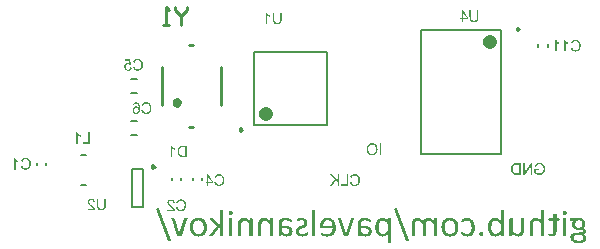
<source format=gbo>
G04*
G04 #@! TF.GenerationSoftware,Altium Limited,Altium Designer,20.2.4 (192)*
G04*
G04 Layer_Color=32896*
%FSLAX25Y25*%
%MOIN*%
G70*
G04*
G04 #@! TF.SameCoordinates,121250D4-26CC-48BE-A980-2B83B7959B4A*
G04*
G04*
G04 #@! TF.FilePolarity,Positive*
G04*
G01*
G75*
%ADD10C,0.00984*%
%ADD11C,0.02362*%
%ADD12C,0.00787*%
%ADD13C,0.01000*%
%ADD59C,0.01575*%
%ADD60C,0.00394*%
G36*
X92628Y-31754D02*
X92738Y-31765D01*
X92825Y-31787D01*
X92891Y-31809D01*
X92945Y-31842D01*
X92978Y-31863D01*
X93000Y-31874D01*
X93011Y-31885D01*
X93055Y-31940D01*
X93087Y-32017D01*
X93120Y-32181D01*
X93131Y-32257D01*
X93142Y-32322D01*
Y-32366D01*
Y-32377D01*
X93131Y-32497D01*
X93120Y-32607D01*
X93098Y-32694D01*
X93076Y-32760D01*
X93055Y-32803D01*
X93033Y-32847D01*
X93011Y-32858D01*
Y-32869D01*
X92956Y-32913D01*
X92880Y-32935D01*
X92705Y-32978D01*
X92628D01*
X92563Y-32989D01*
X92508D01*
X92377Y-32978D01*
X92268Y-32967D01*
X92180Y-32945D01*
X92115Y-32924D01*
X92060Y-32902D01*
X92027Y-32880D01*
X92005Y-32858D01*
X91994D01*
X91951Y-32803D01*
X91907Y-32727D01*
X91874Y-32563D01*
X91863Y-32487D01*
X91852Y-32421D01*
Y-32377D01*
Y-32366D01*
X91863Y-32246D01*
X91874Y-32137D01*
X91896Y-32049D01*
X91918Y-31984D01*
X91951Y-31940D01*
X91973Y-31896D01*
X91983Y-31885D01*
X91994Y-31874D01*
X92049Y-31831D01*
X92125Y-31798D01*
X92290Y-31754D01*
X92377D01*
X92432Y-31743D01*
X92497D01*
X92628Y-31754D01*
D02*
G37*
G36*
X-18716D02*
X-18606Y-31765D01*
X-18519Y-31787D01*
X-18453Y-31809D01*
X-18399Y-31842D01*
X-18366Y-31863D01*
X-18344Y-31874D01*
X-18333Y-31885D01*
X-18289Y-31940D01*
X-18257Y-32017D01*
X-18224Y-32181D01*
X-18213Y-32257D01*
X-18202Y-32322D01*
Y-32366D01*
Y-32377D01*
X-18213Y-32497D01*
X-18224Y-32607D01*
X-18246Y-32694D01*
X-18268Y-32760D01*
X-18289Y-32803D01*
X-18311Y-32847D01*
X-18333Y-32858D01*
Y-32869D01*
X-18388Y-32913D01*
X-18464Y-32935D01*
X-18639Y-32978D01*
X-18716D01*
X-18781Y-32989D01*
X-18836D01*
X-18967Y-32978D01*
X-19076Y-32967D01*
X-19164Y-32945D01*
X-19229Y-32924D01*
X-19284Y-32902D01*
X-19317Y-32880D01*
X-19339Y-32858D01*
X-19350D01*
X-19393Y-32803D01*
X-19437Y-32727D01*
X-19470Y-32563D01*
X-19481Y-32487D01*
X-19492Y-32421D01*
Y-32377D01*
Y-32366D01*
X-19481Y-32246D01*
X-19470Y-32137D01*
X-19448Y-32049D01*
X-19426Y-31984D01*
X-19393Y-31940D01*
X-19371Y-31896D01*
X-19361Y-31885D01*
X-19350Y-31874D01*
X-19295Y-31831D01*
X-19218Y-31798D01*
X-19054Y-31754D01*
X-18967D01*
X-18912Y-31743D01*
X-18847D01*
X-18716Y-31754D01*
D02*
G37*
G36*
X85404Y-31339D02*
X85458Y-31350D01*
X85480D01*
X85546Y-31361D01*
X85589Y-31372D01*
X85622Y-31383D01*
X85633D01*
X85666Y-31404D01*
X85688Y-31426D01*
X85710Y-31437D01*
Y-31448D01*
X85732Y-31503D01*
Y-31525D01*
Y-31536D01*
Y-39952D01*
X85720Y-40006D01*
X85710Y-40028D01*
Y-40039D01*
X85688Y-40061D01*
X85666Y-40083D01*
X85644Y-40094D01*
X85633D01*
X85589Y-40105D01*
X85535D01*
X85491Y-40116D01*
X85480D01*
X85393Y-40127D01*
X85305Y-40137D01*
X85109D01*
X85032Y-40127D01*
X84988Y-40116D01*
X84966D01*
X84890Y-40105D01*
X84846D01*
X84813Y-40094D01*
X84802D01*
X84770Y-40072D01*
X84748Y-40061D01*
X84726Y-40039D01*
X84704Y-40006D01*
X84693Y-39974D01*
Y-39963D01*
Y-39952D01*
Y-35984D01*
X84540Y-35798D01*
X84387Y-35634D01*
X84245Y-35492D01*
X84125Y-35383D01*
X84026Y-35285D01*
X83950Y-35230D01*
X83906Y-35186D01*
X83884Y-35175D01*
X83742Y-35077D01*
X83600Y-35011D01*
X83458Y-34957D01*
X83338Y-34924D01*
X83239Y-34902D01*
X83163Y-34891D01*
X82988D01*
X82879Y-34913D01*
X82791Y-34924D01*
X82715Y-34946D01*
X82649Y-34968D01*
X82605Y-34990D01*
X82573Y-35000D01*
X82562Y-35011D01*
X82409Y-35110D01*
X82288Y-35219D01*
X82245Y-35263D01*
X82212Y-35306D01*
X82201Y-35328D01*
X82190Y-35339D01*
X82092Y-35503D01*
X82015Y-35678D01*
X81993Y-35744D01*
X81972Y-35798D01*
X81961Y-35842D01*
Y-35853D01*
X81939Y-35973D01*
X81917Y-36093D01*
X81906Y-36224D01*
X81895Y-36356D01*
X81884Y-36465D01*
Y-36552D01*
Y-36607D01*
Y-36618D01*
Y-36629D01*
Y-39952D01*
X81873Y-40006D01*
X81862Y-40028D01*
Y-40039D01*
X81840Y-40061D01*
X81818Y-40083D01*
X81797Y-40094D01*
X81786D01*
X81742Y-40105D01*
X81687D01*
X81644Y-40116D01*
X81633D01*
X81545Y-40127D01*
X81458Y-40137D01*
X81261D01*
X81185Y-40127D01*
X81141Y-40116D01*
X81119D01*
X81042Y-40105D01*
X80999D01*
X80966Y-40094D01*
X80955D01*
X80922Y-40072D01*
X80900Y-40061D01*
X80879Y-40039D01*
X80857Y-40006D01*
X80846Y-39974D01*
Y-39963D01*
Y-39952D01*
Y-36498D01*
Y-36279D01*
X80868Y-36072D01*
X80879Y-35897D01*
X80900Y-35744D01*
X80922Y-35623D01*
X80933Y-35536D01*
X80955Y-35481D01*
Y-35459D01*
X80999Y-35306D01*
X81053Y-35153D01*
X81108Y-35033D01*
X81174Y-34913D01*
X81217Y-34826D01*
X81261Y-34760D01*
X81294Y-34716D01*
X81305Y-34705D01*
X81392Y-34596D01*
X81502Y-34487D01*
X81600Y-34399D01*
X81698Y-34334D01*
X81786Y-34268D01*
X81862Y-34224D01*
X81906Y-34203D01*
X81928Y-34192D01*
X82081Y-34126D01*
X82234Y-34082D01*
X82398Y-34038D01*
X82551Y-34017D01*
X82682Y-34006D01*
X82780Y-33995D01*
X82879D01*
X83054Y-34006D01*
X83218Y-34028D01*
X83371Y-34071D01*
X83513Y-34115D01*
X83622Y-34159D01*
X83720Y-34203D01*
X83775Y-34224D01*
X83797Y-34235D01*
X83972Y-34334D01*
X84125Y-34443D01*
X84278Y-34552D01*
X84420Y-34672D01*
X84529Y-34771D01*
X84617Y-34858D01*
X84671Y-34913D01*
X84693Y-34924D01*
Y-31536D01*
Y-31503D01*
X84704Y-31470D01*
X84715Y-31459D01*
X84726Y-31448D01*
X84748Y-31415D01*
X84770Y-31394D01*
X84791Y-31383D01*
X84802D01*
X84846Y-31372D01*
X84901Y-31361D01*
X84944Y-31350D01*
X84966D01*
X85043Y-31339D01*
X85130Y-31328D01*
X85327D01*
X85404Y-31339D01*
D02*
G37*
G36*
X71850D02*
X71905Y-31350D01*
X71927D01*
X71992Y-31361D01*
X72036Y-31372D01*
X72069Y-31383D01*
X72080D01*
X72113Y-31404D01*
X72135Y-31426D01*
X72156Y-31437D01*
Y-31448D01*
X72178Y-31503D01*
Y-31525D01*
Y-31536D01*
Y-39952D01*
X72167Y-40006D01*
Y-40028D01*
Y-40039D01*
X72145Y-40061D01*
X72124Y-40083D01*
X72102Y-40094D01*
X72091D01*
X72047Y-40105D01*
X72003D01*
X71960Y-40116D01*
X71949D01*
X71872Y-40127D01*
X71807Y-40137D01*
X71643D01*
X71566Y-40127D01*
X71522Y-40116D01*
X71512D01*
X71457Y-40105D01*
X71402D01*
X71380Y-40094D01*
X71369D01*
X71337Y-40072D01*
X71315Y-40061D01*
X71293Y-40039D01*
X71271Y-40006D01*
X71260Y-39974D01*
Y-39963D01*
Y-39952D01*
Y-39263D01*
X71085Y-39438D01*
X71009Y-39514D01*
X70943Y-39580D01*
X70878Y-39624D01*
X70834Y-39667D01*
X70812Y-39689D01*
X70801Y-39700D01*
X70637Y-39832D01*
X70495Y-39919D01*
X70440Y-39963D01*
X70397Y-39985D01*
X70375Y-39995D01*
X70364Y-40006D01*
X70200Y-40083D01*
X70047Y-40127D01*
X69992Y-40148D01*
X69949Y-40159D01*
X69916Y-40170D01*
X69905D01*
X69730Y-40203D01*
X69566Y-40214D01*
X69500Y-40225D01*
X69402D01*
X69194Y-40214D01*
X68998Y-40192D01*
X68823Y-40159D01*
X68670Y-40116D01*
X68550Y-40072D01*
X68451Y-40039D01*
X68397Y-40017D01*
X68375Y-40006D01*
X68211Y-39919D01*
X68058Y-39810D01*
X67927Y-39711D01*
X67817Y-39602D01*
X67730Y-39514D01*
X67664Y-39438D01*
X67620Y-39394D01*
X67610Y-39372D01*
X67500Y-39208D01*
X67402Y-39044D01*
X67314Y-38870D01*
X67249Y-38717D01*
X67194Y-38574D01*
X67161Y-38465D01*
X67150Y-38421D01*
X67140Y-38389D01*
X67129Y-38378D01*
Y-38367D01*
X67074Y-38137D01*
X67030Y-37908D01*
X67008Y-37689D01*
X66987Y-37481D01*
X66976Y-37307D01*
X66965Y-37230D01*
Y-37165D01*
Y-37121D01*
Y-37077D01*
Y-37055D01*
Y-37044D01*
Y-36815D01*
X66987Y-36596D01*
X67008Y-36399D01*
X67030Y-36224D01*
X67052Y-36083D01*
X67074Y-35973D01*
X67085Y-35929D01*
Y-35897D01*
X67096Y-35886D01*
Y-35875D01*
X67150Y-35678D01*
X67216Y-35492D01*
X67282Y-35317D01*
X67347Y-35175D01*
X67402Y-35066D01*
X67457Y-34979D01*
X67489Y-34924D01*
X67500Y-34902D01*
X67610Y-34749D01*
X67730Y-34629D01*
X67850Y-34508D01*
X67959Y-34421D01*
X68058Y-34345D01*
X68134Y-34290D01*
X68189Y-34257D01*
X68211Y-34246D01*
X68386Y-34159D01*
X68560Y-34104D01*
X68735Y-34060D01*
X68899Y-34028D01*
X69041Y-34006D01*
X69162Y-33995D01*
X69260D01*
X69446Y-34006D01*
X69522Y-34017D01*
X69599D01*
X69653Y-34028D01*
X69697Y-34038D01*
X69730Y-34049D01*
X69741D01*
X69905Y-34093D01*
X70058Y-34148D01*
X70113Y-34181D01*
X70156Y-34192D01*
X70189Y-34213D01*
X70200D01*
X70364Y-34301D01*
X70506Y-34399D01*
X70572Y-34432D01*
X70615Y-34465D01*
X70648Y-34487D01*
X70659Y-34498D01*
X70834Y-34640D01*
X70987Y-34782D01*
X71052Y-34847D01*
X71096Y-34891D01*
X71129Y-34924D01*
X71140Y-34935D01*
Y-31536D01*
Y-31503D01*
X71151Y-31470D01*
X71162Y-31459D01*
X71173Y-31448D01*
X71195Y-31415D01*
X71216Y-31394D01*
X71238Y-31383D01*
X71249D01*
X71293Y-31372D01*
X71348Y-31361D01*
X71391Y-31350D01*
X71413D01*
X71490Y-31339D01*
X71577Y-31328D01*
X71774D01*
X71850Y-31339D01*
D02*
G37*
G36*
X47291Y-34006D02*
X47455Y-34038D01*
X47608Y-34071D01*
X47750Y-34115D01*
X47870Y-34170D01*
X47957Y-34203D01*
X48012Y-34235D01*
X48034Y-34246D01*
X48198Y-34356D01*
X48373Y-34476D01*
X48526Y-34607D01*
X48668Y-34738D01*
X48788Y-34847D01*
X48875Y-34946D01*
X48941Y-35011D01*
X48952Y-35022D01*
X48963Y-35033D01*
Y-34279D01*
X48974Y-34224D01*
X48985Y-34203D01*
X49007Y-34170D01*
X49029Y-34148D01*
X49050Y-34137D01*
X49061D01*
X49105Y-34115D01*
X49149Y-34104D01*
X49182Y-34093D01*
X49203D01*
X49269Y-34082D01*
X49597D01*
X49641Y-34093D01*
X49663D01*
X49717Y-34104D01*
X49761Y-34115D01*
X49794Y-34126D01*
X49805Y-34137D01*
X49837Y-34159D01*
X49859Y-34181D01*
X49881Y-34192D01*
Y-34203D01*
X49892Y-34257D01*
Y-34268D01*
Y-34279D01*
Y-39952D01*
X49881Y-40006D01*
X49870Y-40028D01*
Y-40039D01*
X49848Y-40061D01*
X49826Y-40083D01*
X49805Y-40094D01*
X49794D01*
X49750Y-40105D01*
X49695D01*
X49652Y-40116D01*
X49641D01*
X49553Y-40127D01*
X49466Y-40137D01*
X49269D01*
X49193Y-40127D01*
X49149Y-40116D01*
X49127D01*
X49050Y-40105D01*
X49007D01*
X48974Y-40094D01*
X48963D01*
X48930Y-40072D01*
X48908Y-40061D01*
X48886Y-40039D01*
X48865Y-40006D01*
X48854Y-39974D01*
Y-39963D01*
Y-39952D01*
Y-35984D01*
X48701Y-35798D01*
X48548Y-35634D01*
X48416Y-35492D01*
X48296Y-35383D01*
X48198Y-35285D01*
X48132Y-35230D01*
X48078Y-35186D01*
X48067Y-35175D01*
X47925Y-35077D01*
X47793Y-35011D01*
X47673Y-34957D01*
X47564Y-34924D01*
X47477Y-34902D01*
X47400Y-34891D01*
X47236D01*
X47138Y-34913D01*
X47061Y-34924D01*
X46985Y-34946D01*
X46919Y-34968D01*
X46875Y-34990D01*
X46853Y-35000D01*
X46843Y-35011D01*
X46700Y-35110D01*
X46591Y-35219D01*
X46547Y-35263D01*
X46515Y-35306D01*
X46504Y-35328D01*
X46493Y-35339D01*
X46405Y-35503D01*
X46340Y-35678D01*
X46318Y-35744D01*
X46296Y-35798D01*
X46285Y-35842D01*
Y-35853D01*
X46241Y-36083D01*
X46230Y-36192D01*
X46220Y-36290D01*
X46209Y-36367D01*
Y-36443D01*
Y-36487D01*
Y-36498D01*
Y-39952D01*
X46198Y-40006D01*
X46187Y-40028D01*
Y-40039D01*
X46165Y-40061D01*
X46143Y-40083D01*
X46121Y-40094D01*
X46110D01*
X46066Y-40105D01*
X46012D01*
X45968Y-40116D01*
X45957D01*
X45870Y-40127D01*
X45782Y-40137D01*
X45586D01*
X45509Y-40127D01*
X45465Y-40116D01*
X45443D01*
X45378Y-40105D01*
X45334D01*
X45301Y-40094D01*
X45290D01*
X45247Y-40072D01*
X45225Y-40061D01*
X45203Y-40039D01*
X45181Y-40006D01*
X45170Y-39974D01*
Y-39963D01*
Y-39952D01*
Y-35984D01*
X45017Y-35798D01*
X44864Y-35634D01*
X44733Y-35492D01*
X44613Y-35383D01*
X44514Y-35285D01*
X44449Y-35230D01*
X44394Y-35186D01*
X44383Y-35175D01*
X44252Y-35077D01*
X44121Y-35011D01*
X44001Y-34957D01*
X43891Y-34924D01*
X43793Y-34902D01*
X43727Y-34891D01*
X43553D01*
X43454Y-34913D01*
X43378Y-34924D01*
X43301Y-34946D01*
X43236Y-34968D01*
X43192Y-34990D01*
X43170Y-35000D01*
X43159Y-35011D01*
X43017Y-35110D01*
X42897Y-35219D01*
X42864Y-35263D01*
X42831Y-35306D01*
X42820Y-35328D01*
X42809Y-35339D01*
X42722Y-35503D01*
X42656Y-35678D01*
X42634Y-35744D01*
X42613Y-35798D01*
X42602Y-35842D01*
Y-35853D01*
X42558Y-36083D01*
X42547Y-36192D01*
Y-36290D01*
X42536Y-36367D01*
Y-36443D01*
Y-36487D01*
Y-36498D01*
Y-39952D01*
X42525Y-40006D01*
X42514Y-40028D01*
Y-40039D01*
X42492Y-40061D01*
X42470Y-40083D01*
X42449Y-40094D01*
X42438D01*
X42383Y-40105D01*
X42328D01*
X42285Y-40116D01*
X42274D01*
X42186Y-40127D01*
X42099Y-40137D01*
X41902D01*
X41826Y-40127D01*
X41782Y-40116D01*
X41760D01*
X41695Y-40105D01*
X41651D01*
X41618Y-40094D01*
X41607D01*
X41563Y-40072D01*
X41541Y-40061D01*
X41520Y-40039D01*
X41498Y-40006D01*
X41487Y-39974D01*
Y-39963D01*
Y-39952D01*
Y-36367D01*
Y-36192D01*
X41498Y-36017D01*
X41520Y-35864D01*
X41530Y-35733D01*
X41552Y-35623D01*
X41574Y-35536D01*
X41585Y-35481D01*
Y-35459D01*
X41629Y-35306D01*
X41673Y-35153D01*
X41727Y-35033D01*
X41782Y-34913D01*
X41837Y-34826D01*
X41880Y-34760D01*
X41902Y-34716D01*
X41913Y-34705D01*
X42000Y-34596D01*
X42099Y-34487D01*
X42208Y-34399D01*
X42296Y-34334D01*
X42383Y-34268D01*
X42449Y-34224D01*
X42492Y-34203D01*
X42514Y-34192D01*
X42656Y-34126D01*
X42809Y-34082D01*
X42962Y-34038D01*
X43115Y-34017D01*
X43236Y-34006D01*
X43345Y-33995D01*
X43432D01*
X43596Y-34006D01*
X43749Y-34028D01*
X43804Y-34038D01*
X43848Y-34049D01*
X43881Y-34060D01*
X43891D01*
X44055Y-34115D01*
X44197Y-34181D01*
X44263Y-34213D01*
X44307Y-34235D01*
X44340Y-34246D01*
X44350Y-34257D01*
X44525Y-34366D01*
X44678Y-34476D01*
X44744Y-34530D01*
X44799Y-34574D01*
X44831Y-34596D01*
X44842Y-34607D01*
X45028Y-34771D01*
X45127Y-34858D01*
X45203Y-34946D01*
X45279Y-35011D01*
X45334Y-35066D01*
X45367Y-35110D01*
X45378Y-35121D01*
X45454Y-34946D01*
X45498Y-34869D01*
X45542Y-34804D01*
X45575Y-34749D01*
X45607Y-34705D01*
X45618Y-34683D01*
X45629Y-34672D01*
X45750Y-34530D01*
X45870Y-34410D01*
X45924Y-34366D01*
X45968Y-34334D01*
X45990Y-34323D01*
X46001Y-34312D01*
X46165Y-34213D01*
X46329Y-34137D01*
X46394Y-34115D01*
X46449Y-34093D01*
X46482Y-34082D01*
X46493D01*
X46700Y-34028D01*
X46810Y-34017D01*
X46908Y-34006D01*
X46995Y-33995D01*
X47116D01*
X47291Y-34006D01*
D02*
G37*
G36*
X26032D02*
X26141Y-34017D01*
X26239Y-34028D01*
X26327Y-34038D01*
X26392Y-34049D01*
X26436Y-34060D01*
X26447D01*
X26677Y-34104D01*
X26775Y-34137D01*
X26862Y-34159D01*
X26939Y-34181D01*
X26994Y-34192D01*
X27026Y-34213D01*
X27037D01*
X27223Y-34279D01*
X27311Y-34312D01*
X27376Y-34345D01*
X27442Y-34366D01*
X27485Y-34388D01*
X27507Y-34410D01*
X27518D01*
X27595Y-34454D01*
X27649Y-34487D01*
X27748Y-34552D01*
X27792Y-34596D01*
X27813Y-34607D01*
X27857Y-34662D01*
X27890Y-34727D01*
X27912Y-34760D01*
Y-34782D01*
X27923Y-34858D01*
X27934Y-34935D01*
Y-35000D01*
Y-35022D01*
Y-35033D01*
Y-35099D01*
X27923Y-35153D01*
Y-35197D01*
Y-35208D01*
X27912Y-35263D01*
X27901Y-35306D01*
X27890Y-35328D01*
Y-35339D01*
X27846Y-35383D01*
X27824Y-35405D01*
X27759Y-35427D01*
X27726D01*
X27660Y-35416D01*
X27595Y-35383D01*
X27529Y-35350D01*
X27518Y-35339D01*
X27507D01*
X27376Y-35274D01*
X27245Y-35208D01*
X27190Y-35186D01*
X27147Y-35164D01*
X27125Y-35142D01*
X27114D01*
X26928Y-35055D01*
X26764Y-34990D01*
X26688Y-34968D01*
X26633Y-34946D01*
X26589Y-34935D01*
X26578D01*
X26338Y-34880D01*
X26228Y-34858D01*
X26119Y-34847D01*
X26032Y-34836D01*
X25759D01*
X25638Y-34847D01*
X25540Y-34858D01*
X25453Y-34880D01*
X25387Y-34891D01*
X25332Y-34913D01*
X25300Y-34924D01*
X25289D01*
X25114Y-35000D01*
X25048Y-35044D01*
X24994Y-35077D01*
X24950Y-35121D01*
X24917Y-35142D01*
X24895Y-35164D01*
X24884Y-35175D01*
X24786Y-35306D01*
X24720Y-35449D01*
X24698Y-35503D01*
X24677Y-35547D01*
X24666Y-35580D01*
Y-35591D01*
X24622Y-35787D01*
X24611Y-35886D01*
X24600Y-35973D01*
X24589Y-36050D01*
Y-36115D01*
Y-36159D01*
Y-36170D01*
Y-36607D01*
X25616D01*
X25835Y-36629D01*
X26043Y-36640D01*
X26218Y-36662D01*
X26360Y-36684D01*
X26469Y-36705D01*
X26513Y-36716D01*
X26546D01*
X26556Y-36727D01*
X26567D01*
X26753Y-36782D01*
X26928Y-36837D01*
X27081Y-36891D01*
X27212Y-36957D01*
X27321Y-37001D01*
X27398Y-37044D01*
X27442Y-37077D01*
X27464Y-37088D01*
X27595Y-37176D01*
X27704Y-37274D01*
X27803Y-37372D01*
X27879Y-37460D01*
X27944Y-37547D01*
X27988Y-37613D01*
X28010Y-37656D01*
X28021Y-37667D01*
X28087Y-37799D01*
X28130Y-37941D01*
X28163Y-38083D01*
X28185Y-38214D01*
X28196Y-38323D01*
X28207Y-38421D01*
Y-38476D01*
Y-38487D01*
Y-38498D01*
X28196Y-38651D01*
X28185Y-38793D01*
X28163Y-38913D01*
X28141Y-39023D01*
X28119Y-39110D01*
X28098Y-39187D01*
X28076Y-39230D01*
Y-39241D01*
X28021Y-39351D01*
X27955Y-39460D01*
X27890Y-39547D01*
X27824Y-39624D01*
X27770Y-39689D01*
X27726Y-39733D01*
X27693Y-39766D01*
X27682Y-39777D01*
X27475Y-39919D01*
X27365Y-39974D01*
X27267Y-40017D01*
X27190Y-40061D01*
X27114Y-40083D01*
X27070Y-40094D01*
X27059Y-40105D01*
X26917Y-40148D01*
X26775Y-40170D01*
X26644Y-40192D01*
X26524Y-40214D01*
X26414D01*
X26327Y-40225D01*
X26250D01*
X26065Y-40214D01*
X25879Y-40192D01*
X25715Y-40159D01*
X25573Y-40116D01*
X25453Y-40072D01*
X25365Y-40039D01*
X25310Y-40017D01*
X25289Y-40006D01*
X25125Y-39919D01*
X24961Y-39821D01*
X24819Y-39711D01*
X24698Y-39613D01*
X24600Y-39525D01*
X24523Y-39449D01*
X24480Y-39405D01*
X24458Y-39383D01*
Y-39952D01*
X24447Y-40006D01*
X24436Y-40039D01*
X24425Y-40061D01*
X24414Y-40072D01*
X24370Y-40094D01*
X24327Y-40105D01*
X24283Y-40116D01*
X24272D01*
X24185Y-40127D01*
X24108Y-40137D01*
X23889D01*
X23813Y-40127D01*
X23758Y-40116D01*
X23747D01*
X23693Y-40105D01*
X23638Y-40094D01*
X23616Y-40072D01*
X23605D01*
X23573Y-40039D01*
X23562Y-39995D01*
X23551Y-39963D01*
Y-39952D01*
Y-36137D01*
Y-35940D01*
X23573Y-35765D01*
X23584Y-35612D01*
X23605Y-35470D01*
X23627Y-35361D01*
X23649Y-35274D01*
X23660Y-35230D01*
X23671Y-35208D01*
X23726Y-35066D01*
X23780Y-34935D01*
X23846Y-34826D01*
X23911Y-34727D01*
X23966Y-34651D01*
X24021Y-34596D01*
X24054Y-34563D01*
X24064Y-34552D01*
X24174Y-34454D01*
X24283Y-34366D01*
X24392Y-34301D01*
X24502Y-34246D01*
X24600Y-34192D01*
X24677Y-34159D01*
X24731Y-34148D01*
X24753Y-34137D01*
X24917Y-34093D01*
X25092Y-34049D01*
X25267Y-34028D01*
X25431Y-34017D01*
X25573Y-34006D01*
X25693Y-33995D01*
X25791D01*
X26032Y-34006D01*
D02*
G37*
G36*
X-397D02*
X-288Y-34017D01*
X-189Y-34028D01*
X-102Y-34038D01*
X-36Y-34049D01*
X8Y-34060D01*
X18D01*
X248Y-34104D01*
X346Y-34137D01*
X434Y-34159D01*
X510Y-34181D01*
X565Y-34192D01*
X598Y-34213D01*
X609D01*
X794Y-34279D01*
X882Y-34312D01*
X948Y-34345D01*
X1013Y-34366D01*
X1057Y-34388D01*
X1079Y-34410D01*
X1089D01*
X1166Y-34454D01*
X1221Y-34487D01*
X1319Y-34552D01*
X1363Y-34596D01*
X1385Y-34607D01*
X1428Y-34662D01*
X1461Y-34727D01*
X1483Y-34760D01*
Y-34782D01*
X1494Y-34858D01*
X1505Y-34935D01*
Y-35000D01*
Y-35022D01*
Y-35033D01*
Y-35099D01*
X1494Y-35153D01*
Y-35197D01*
Y-35208D01*
X1483Y-35263D01*
X1472Y-35306D01*
X1461Y-35328D01*
Y-35339D01*
X1417Y-35383D01*
X1396Y-35405D01*
X1330Y-35427D01*
X1297D01*
X1232Y-35416D01*
X1166Y-35383D01*
X1101Y-35350D01*
X1089Y-35339D01*
X1079D01*
X948Y-35274D01*
X816Y-35208D01*
X762Y-35186D01*
X718Y-35164D01*
X696Y-35142D01*
X685D01*
X499Y-35055D01*
X335Y-34990D01*
X259Y-34968D01*
X204Y-34946D01*
X160Y-34935D01*
X150D01*
X-91Y-34880D01*
X-200Y-34858D01*
X-310Y-34847D01*
X-397Y-34836D01*
X-670D01*
X-790Y-34847D01*
X-889Y-34858D01*
X-976Y-34880D01*
X-1042Y-34891D01*
X-1096Y-34913D01*
X-1129Y-34924D01*
X-1140D01*
X-1315Y-35000D01*
X-1381Y-35044D01*
X-1435Y-35077D01*
X-1479Y-35121D01*
X-1512Y-35142D01*
X-1534Y-35164D01*
X-1545Y-35175D01*
X-1643Y-35306D01*
X-1709Y-35449D01*
X-1730Y-35503D01*
X-1752Y-35547D01*
X-1763Y-35580D01*
Y-35591D01*
X-1807Y-35787D01*
X-1818Y-35886D01*
X-1829Y-35973D01*
X-1840Y-36050D01*
Y-36115D01*
Y-36159D01*
Y-36170D01*
Y-36607D01*
X-812D01*
X-594Y-36629D01*
X-386Y-36640D01*
X-211Y-36662D01*
X-69Y-36684D01*
X40Y-36705D01*
X84Y-36716D01*
X117D01*
X128Y-36727D01*
X139D01*
X324Y-36782D01*
X499Y-36837D01*
X652Y-36891D01*
X783Y-36957D01*
X893Y-37001D01*
X969Y-37044D01*
X1013Y-37077D01*
X1035Y-37088D01*
X1166Y-37176D01*
X1275Y-37274D01*
X1374Y-37372D01*
X1450Y-37460D01*
X1516Y-37547D01*
X1560Y-37613D01*
X1581Y-37656D01*
X1592Y-37667D01*
X1658Y-37799D01*
X1702Y-37941D01*
X1734Y-38083D01*
X1756Y-38214D01*
X1767Y-38323D01*
X1778Y-38421D01*
Y-38476D01*
Y-38487D01*
Y-38498D01*
X1767Y-38651D01*
X1756Y-38793D01*
X1734Y-38913D01*
X1712Y-39023D01*
X1691Y-39110D01*
X1669Y-39187D01*
X1647Y-39230D01*
Y-39241D01*
X1592Y-39351D01*
X1527Y-39460D01*
X1461Y-39547D01*
X1396Y-39624D01*
X1341Y-39689D01*
X1297Y-39733D01*
X1264Y-39766D01*
X1254Y-39777D01*
X1046Y-39919D01*
X936Y-39974D01*
X838Y-40017D01*
X762Y-40061D01*
X685Y-40083D01*
X641Y-40094D01*
X630Y-40105D01*
X488Y-40148D01*
X346Y-40170D01*
X215Y-40192D01*
X95Y-40214D01*
X-14D01*
X-102Y-40225D01*
X-178D01*
X-364Y-40214D01*
X-550Y-40192D01*
X-714Y-40159D01*
X-856Y-40116D01*
X-976Y-40072D01*
X-1064Y-40039D01*
X-1118Y-40017D01*
X-1140Y-40006D01*
X-1304Y-39919D01*
X-1468Y-39821D01*
X-1610Y-39711D01*
X-1730Y-39613D01*
X-1829Y-39525D01*
X-1905Y-39449D01*
X-1949Y-39405D01*
X-1971Y-39383D01*
Y-39952D01*
X-1982Y-40006D01*
X-1993Y-40039D01*
X-2004Y-40061D01*
X-2015Y-40072D01*
X-2058Y-40094D01*
X-2102Y-40105D01*
X-2146Y-40116D01*
X-2157D01*
X-2244Y-40127D01*
X-2321Y-40137D01*
X-2539D01*
X-2616Y-40127D01*
X-2670Y-40116D01*
X-2681D01*
X-2736Y-40105D01*
X-2791Y-40094D01*
X-2812Y-40072D01*
X-2823D01*
X-2856Y-40039D01*
X-2867Y-39995D01*
X-2878Y-39963D01*
Y-39952D01*
Y-36137D01*
Y-35940D01*
X-2856Y-35765D01*
X-2845Y-35612D01*
X-2823Y-35470D01*
X-2802Y-35361D01*
X-2780Y-35274D01*
X-2769Y-35230D01*
X-2758Y-35208D01*
X-2703Y-35066D01*
X-2648Y-34935D01*
X-2583Y-34826D01*
X-2517Y-34727D01*
X-2463Y-34651D01*
X-2408Y-34596D01*
X-2375Y-34563D01*
X-2364Y-34552D01*
X-2255Y-34454D01*
X-2146Y-34366D01*
X-2036Y-34301D01*
X-1927Y-34246D01*
X-1829Y-34192D01*
X-1752Y-34159D01*
X-1698Y-34148D01*
X-1676Y-34137D01*
X-1512Y-34093D01*
X-1337Y-34049D01*
X-1162Y-34028D01*
X-998Y-34017D01*
X-856Y-34006D01*
X-736Y-33995D01*
X-637D01*
X-397Y-34006D01*
D02*
G37*
G36*
X-21623Y-31339D02*
X-21568Y-31350D01*
X-21546D01*
X-21481Y-31361D01*
X-21437Y-31372D01*
X-21404Y-31383D01*
X-21394D01*
X-21361Y-31404D01*
X-21339Y-31426D01*
X-21317Y-31437D01*
Y-31448D01*
X-21295Y-31503D01*
Y-31525D01*
Y-31536D01*
Y-39952D01*
X-21306Y-40006D01*
X-21317Y-40028D01*
Y-40039D01*
X-21339Y-40061D01*
X-21361Y-40083D01*
X-21383Y-40094D01*
X-21394D01*
X-21437Y-40105D01*
X-21492D01*
X-21536Y-40116D01*
X-21546D01*
X-21634Y-40127D01*
X-21721Y-40137D01*
X-21918D01*
X-21995Y-40127D01*
X-22038Y-40116D01*
X-22060D01*
X-22137Y-40105D01*
X-22180D01*
X-22213Y-40094D01*
X-22224D01*
X-22257Y-40072D01*
X-22279Y-40061D01*
X-22301Y-40039D01*
X-22322Y-40006D01*
X-22333Y-39974D01*
Y-39963D01*
Y-39952D01*
Y-36804D01*
X-24727Y-39941D01*
X-24782Y-40006D01*
X-24793Y-40028D01*
X-24804Y-40039D01*
X-24891Y-40083D01*
X-24924Y-40105D01*
X-24935D01*
X-25000Y-40116D01*
X-25055D01*
X-25099Y-40127D01*
X-25121D01*
X-25208Y-40137D01*
X-25503D01*
X-25591Y-40127D01*
X-25645Y-40116D01*
X-25667D01*
X-25744Y-40105D01*
X-25787D01*
X-25820Y-40094D01*
X-25831D01*
X-25875Y-40072D01*
X-25897Y-40061D01*
X-25918Y-40039D01*
X-25940Y-40006D01*
X-25951Y-39974D01*
Y-39952D01*
Y-39941D01*
X-25940Y-39897D01*
X-25929Y-39864D01*
X-25918Y-39832D01*
X-25908Y-39821D01*
X-25875Y-39766D01*
X-25842Y-39711D01*
X-25809Y-39667D01*
X-25798Y-39646D01*
X-23492Y-36651D01*
X-25536Y-34607D01*
X-25602Y-34541D01*
X-25645Y-34487D01*
X-25667Y-34443D01*
X-25678Y-34432D01*
X-25700Y-34377D01*
X-25722Y-34323D01*
Y-34290D01*
Y-34279D01*
Y-34246D01*
X-25711Y-34213D01*
X-25700Y-34203D01*
X-25689Y-34192D01*
X-25656Y-34159D01*
X-25623Y-34137D01*
X-25602Y-34126D01*
X-25591D01*
X-25536Y-34115D01*
X-25481Y-34104D01*
X-25438Y-34093D01*
X-25416D01*
X-25328Y-34082D01*
X-24968D01*
X-24913Y-34093D01*
X-24891D01*
X-24825Y-34104D01*
X-24760Y-34115D01*
X-24716Y-34126D01*
X-24705Y-34137D01*
X-24651Y-34159D01*
X-24607Y-34181D01*
X-24585Y-34192D01*
X-24574Y-34203D01*
X-24498Y-34268D01*
X-24476Y-34301D01*
X-24465Y-34312D01*
X-22333Y-36662D01*
Y-31536D01*
Y-31503D01*
X-22322Y-31470D01*
X-22312Y-31459D01*
X-22301Y-31448D01*
X-22279Y-31415D01*
X-22257Y-31394D01*
X-22235Y-31383D01*
X-22224D01*
X-22180Y-31372D01*
X-22126Y-31361D01*
X-22082Y-31350D01*
X-22060D01*
X-21984Y-31339D01*
X-21896Y-31328D01*
X-21700D01*
X-21623Y-31339D01*
D02*
G37*
G36*
X22119Y-34093D02*
X22141D01*
X22206Y-34104D01*
X22261Y-34115D01*
X22294Y-34126D01*
X22305D01*
X22337Y-34148D01*
X22359Y-34170D01*
X22381Y-34181D01*
Y-34192D01*
X22403Y-34246D01*
Y-34257D01*
Y-34268D01*
Y-34301D01*
Y-34312D01*
Y-34323D01*
Y-34345D01*
X22392Y-34366D01*
Y-34388D01*
Y-34399D01*
X22359Y-34487D01*
X22337Y-34519D01*
Y-34530D01*
X20414Y-39919D01*
X20392Y-39963D01*
X20370Y-39995D01*
X20359Y-40017D01*
X20348Y-40028D01*
X20315Y-40061D01*
X20272Y-40072D01*
X20239Y-40094D01*
X20228D01*
X20162Y-40105D01*
X20086D01*
X20042Y-40116D01*
X20020D01*
X19911Y-40127D01*
X19813Y-40137D01*
X19572D01*
X19485Y-40127D01*
X19397D01*
X19310Y-40116D01*
X19244Y-40105D01*
X19201Y-40094D01*
X19190D01*
X19135Y-40072D01*
X19091Y-40050D01*
X19069Y-40039D01*
X19059Y-40028D01*
X19004Y-39952D01*
X18993Y-39930D01*
Y-39919D01*
X17058Y-34530D01*
X17047Y-34476D01*
X17036Y-34454D01*
X17026Y-34399D01*
Y-34388D01*
X17015Y-34345D01*
Y-34323D01*
X17004Y-34279D01*
Y-34268D01*
X17015Y-34213D01*
X17026Y-34192D01*
X17047Y-34159D01*
X17069Y-34137D01*
X17091Y-34126D01*
X17102D01*
X17146Y-34115D01*
X17200Y-34104D01*
X17233Y-34093D01*
X17255D01*
X17332Y-34082D01*
X17692D01*
X17747Y-34093D01*
X17769D01*
X17834Y-34104D01*
X17889Y-34115D01*
X17922Y-34126D01*
X17933Y-34137D01*
X17998Y-34181D01*
X18009Y-34192D01*
X18020Y-34203D01*
X18053Y-34257D01*
X18064Y-34279D01*
Y-34290D01*
X19649Y-38957D01*
X19660Y-39034D01*
X19692Y-38957D01*
X21288Y-34290D01*
X21321Y-34224D01*
X21332Y-34213D01*
X21343Y-34203D01*
X21376Y-34170D01*
X21408Y-34148D01*
X21430Y-34137D01*
X21441D01*
X21485Y-34115D01*
X21540Y-34104D01*
X21583Y-34093D01*
X21605D01*
X21693Y-34082D01*
X22075D01*
X22119Y-34093D01*
D02*
G37*
G36*
X-33482D02*
X-33460D01*
X-33395Y-34104D01*
X-33340Y-34115D01*
X-33307Y-34126D01*
X-33296D01*
X-33263Y-34148D01*
X-33242Y-34170D01*
X-33220Y-34181D01*
Y-34192D01*
X-33198Y-34246D01*
Y-34257D01*
Y-34268D01*
Y-34301D01*
Y-34312D01*
Y-34323D01*
Y-34345D01*
X-33209Y-34366D01*
Y-34388D01*
Y-34399D01*
X-33242Y-34487D01*
X-33263Y-34519D01*
Y-34530D01*
X-35187Y-39919D01*
X-35209Y-39963D01*
X-35231Y-39995D01*
X-35242Y-40017D01*
X-35253Y-40028D01*
X-35285Y-40061D01*
X-35329Y-40072D01*
X-35362Y-40094D01*
X-35373D01*
X-35438Y-40105D01*
X-35515D01*
X-35559Y-40116D01*
X-35581D01*
X-35690Y-40127D01*
X-35788Y-40137D01*
X-36029D01*
X-36116Y-40127D01*
X-36204D01*
X-36291Y-40116D01*
X-36357Y-40105D01*
X-36400Y-40094D01*
X-36411D01*
X-36466Y-40072D01*
X-36510Y-40050D01*
X-36531Y-40039D01*
X-36542Y-40028D01*
X-36597Y-39952D01*
X-36608Y-39930D01*
Y-39919D01*
X-38543Y-34530D01*
X-38554Y-34476D01*
X-38565Y-34454D01*
X-38575Y-34399D01*
Y-34388D01*
X-38586Y-34345D01*
Y-34323D01*
X-38597Y-34279D01*
Y-34268D01*
X-38586Y-34213D01*
X-38575Y-34192D01*
X-38554Y-34159D01*
X-38532Y-34137D01*
X-38510Y-34126D01*
X-38499D01*
X-38455Y-34115D01*
X-38401Y-34104D01*
X-38368Y-34093D01*
X-38346D01*
X-38269Y-34082D01*
X-37909D01*
X-37854Y-34093D01*
X-37832D01*
X-37767Y-34104D01*
X-37712Y-34115D01*
X-37679Y-34126D01*
X-37668Y-34137D01*
X-37603Y-34181D01*
X-37592Y-34192D01*
X-37581Y-34203D01*
X-37548Y-34257D01*
X-37537Y-34279D01*
Y-34290D01*
X-35952Y-38957D01*
X-35941Y-39034D01*
X-35908Y-38957D01*
X-34313Y-34290D01*
X-34280Y-34224D01*
X-34269Y-34213D01*
X-34258Y-34203D01*
X-34225Y-34170D01*
X-34192Y-34148D01*
X-34171Y-34137D01*
X-34160D01*
X-34116Y-34115D01*
X-34061Y-34104D01*
X-34018Y-34093D01*
X-33996D01*
X-33908Y-34082D01*
X-33526D01*
X-33482Y-34093D01*
D02*
G37*
G36*
X89469Y-32574D02*
X89524Y-32585D01*
X89546D01*
X89612Y-32596D01*
X89655Y-32607D01*
X89688Y-32618D01*
X89699Y-32629D01*
X89732Y-32650D01*
X89754Y-32672D01*
X89776Y-32683D01*
Y-32694D01*
X89797Y-32749D01*
Y-32760D01*
Y-32771D01*
Y-34115D01*
X90628D01*
X90650Y-34126D01*
X90672Y-34137D01*
X90683Y-34148D01*
X90715Y-34170D01*
X90737Y-34192D01*
X90748Y-34213D01*
X90759Y-34224D01*
X90770Y-34268D01*
X90781Y-34301D01*
X90792Y-34345D01*
Y-34356D01*
X90803Y-34421D01*
Y-34487D01*
Y-34530D01*
Y-34541D01*
Y-34552D01*
Y-34629D01*
X90792Y-34705D01*
X90781Y-34760D01*
X90770Y-34804D01*
X90759Y-34858D01*
X90748Y-34880D01*
X90705Y-34935D01*
X90650Y-34968D01*
X90606Y-34979D01*
X89797D01*
Y-38301D01*
Y-38476D01*
X89786Y-38640D01*
X89765Y-38782D01*
X89754Y-38913D01*
X89732Y-39012D01*
X89721Y-39088D01*
X89710Y-39132D01*
Y-39154D01*
X89677Y-39285D01*
X89634Y-39394D01*
X89579Y-39504D01*
X89535Y-39591D01*
X89491Y-39657D01*
X89459Y-39711D01*
X89437Y-39744D01*
X89426Y-39755D01*
X89251Y-39908D01*
X89087Y-40017D01*
X89011Y-40050D01*
X88956Y-40083D01*
X88912Y-40094D01*
X88901Y-40105D01*
X88781Y-40137D01*
X88650Y-40170D01*
X88519Y-40192D01*
X88409Y-40203D01*
X88300D01*
X88223Y-40214D01*
X88038D01*
X87950Y-40203D01*
X87885Y-40192D01*
X87863D01*
X87753Y-40170D01*
X87666Y-40159D01*
X87611Y-40137D01*
X87590D01*
X87502Y-40116D01*
X87426Y-40105D01*
X87382Y-40083D01*
X87360D01*
X87294Y-40050D01*
X87240Y-40017D01*
X87218Y-40006D01*
X87207Y-39995D01*
X87174Y-39952D01*
X87152Y-39897D01*
X87130Y-39853D01*
Y-39832D01*
X87109Y-39744D01*
X87098Y-39646D01*
Y-39602D01*
Y-39569D01*
Y-39547D01*
Y-39536D01*
Y-39460D01*
X87109Y-39405D01*
X87120Y-39362D01*
Y-39351D01*
X87130Y-39296D01*
X87141Y-39263D01*
X87152Y-39241D01*
Y-39230D01*
X87163Y-39197D01*
X87174Y-39187D01*
X87185Y-39176D01*
X87196D01*
X87229Y-39154D01*
X87283D01*
X87316Y-39165D01*
X87349Y-39176D01*
X87360Y-39187D01*
X87415Y-39208D01*
X87458Y-39230D01*
X87502Y-39241D01*
X87513Y-39252D01*
X87579Y-39274D01*
X87644Y-39285D01*
X87699Y-39296D01*
X87710Y-39307D01*
X87721D01*
X87808Y-39318D01*
X87885Y-39329D01*
X87972D01*
X88125Y-39318D01*
X88256Y-39285D01*
X88366Y-39230D01*
X88453Y-39176D01*
X88519Y-39132D01*
X88562Y-39077D01*
X88584Y-39044D01*
X88595Y-39034D01*
X88650Y-38913D01*
X88693Y-38771D01*
X88715Y-38618D01*
X88737Y-38476D01*
X88748Y-38345D01*
X88759Y-38247D01*
Y-38203D01*
Y-38170D01*
Y-38159D01*
Y-38148D01*
Y-34979D01*
X87305D01*
X87251Y-34968D01*
X87196Y-34924D01*
X87174Y-34891D01*
X87163Y-34880D01*
X87141Y-34836D01*
X87120Y-34782D01*
X87109Y-34683D01*
X87098Y-34629D01*
Y-34585D01*
Y-34563D01*
Y-34552D01*
Y-34476D01*
X87109Y-34410D01*
X87120Y-34366D01*
Y-34356D01*
X87130Y-34301D01*
X87141Y-34257D01*
X87152Y-34235D01*
X87163Y-34224D01*
X87185Y-34192D01*
X87207Y-34170D01*
X87218Y-34148D01*
X87229D01*
X87251Y-34126D01*
X87283Y-34115D01*
X88759D01*
Y-32771D01*
Y-32738D01*
X88770Y-32716D01*
X88781Y-32694D01*
X88792D01*
X88814Y-32661D01*
X88836Y-32640D01*
X88857Y-32629D01*
X88868D01*
X88912Y-32607D01*
X88967Y-32596D01*
X89011Y-32585D01*
X89032D01*
X89109Y-32574D01*
X89196Y-32563D01*
X89393D01*
X89469Y-32574D01*
D02*
G37*
G36*
X78703Y-34093D02*
X78725D01*
X78791Y-34104D01*
X78846Y-34115D01*
X78878Y-34126D01*
X78889Y-34137D01*
X78922Y-34159D01*
X78944Y-34181D01*
X78966Y-34192D01*
Y-34203D01*
X78988Y-34257D01*
Y-34268D01*
Y-34279D01*
Y-37722D01*
Y-37951D01*
X78977Y-38148D01*
X78955Y-38334D01*
X78933Y-38487D01*
X78922Y-38607D01*
X78900Y-38706D01*
X78889Y-38760D01*
Y-38782D01*
X78846Y-38935D01*
X78791Y-39077D01*
X78736Y-39208D01*
X78682Y-39318D01*
X78627Y-39405D01*
X78594Y-39482D01*
X78561Y-39525D01*
X78550Y-39536D01*
X78452Y-39646D01*
X78354Y-39744D01*
X78244Y-39832D01*
X78146Y-39908D01*
X78059Y-39963D01*
X77993Y-40006D01*
X77949Y-40028D01*
X77927Y-40039D01*
X77774Y-40105D01*
X77610Y-40148D01*
X77447Y-40181D01*
X77293Y-40203D01*
X77162Y-40214D01*
X77064Y-40225D01*
X76966D01*
X76791Y-40214D01*
X76616Y-40192D01*
X76452Y-40148D01*
X76310Y-40105D01*
X76190Y-40061D01*
X76091Y-40017D01*
X76037Y-39995D01*
X76015Y-39985D01*
X75840Y-39875D01*
X75665Y-39755D01*
X75501Y-39624D01*
X75359Y-39493D01*
X75228Y-39383D01*
X75140Y-39285D01*
X75075Y-39219D01*
X75053Y-39208D01*
Y-39952D01*
X75042Y-40006D01*
Y-40028D01*
Y-40039D01*
X75020Y-40061D01*
X74998Y-40083D01*
X74976Y-40094D01*
X74965D01*
X74922Y-40105D01*
X74878D01*
X74834Y-40116D01*
X74823D01*
X74747Y-40127D01*
X74670Y-40137D01*
X74495D01*
X74419Y-40127D01*
X74375Y-40116D01*
X74364D01*
X74299Y-40105D01*
X74255D01*
X74222Y-40094D01*
X74211D01*
X74178Y-40072D01*
X74157Y-40061D01*
X74135Y-40039D01*
X74113Y-40006D01*
X74102Y-39974D01*
Y-39963D01*
Y-39952D01*
Y-34279D01*
Y-34246D01*
X74113Y-34224D01*
X74124Y-34203D01*
X74135D01*
X74189Y-34148D01*
X74211Y-34137D01*
X74222D01*
X74266Y-34115D01*
X74321Y-34104D01*
X74364Y-34093D01*
X74386D01*
X74463Y-34082D01*
X74823D01*
X74867Y-34093D01*
X74889D01*
X74954Y-34104D01*
X75009Y-34115D01*
X75042Y-34126D01*
X75053Y-34137D01*
X75086Y-34159D01*
X75108Y-34181D01*
X75129Y-34192D01*
Y-34203D01*
X75151Y-34257D01*
Y-34268D01*
Y-34279D01*
Y-38247D01*
X75315Y-38432D01*
X75468Y-38596D01*
X75610Y-38739D01*
X75731Y-38848D01*
X75829Y-38935D01*
X75916Y-39001D01*
X75960Y-39044D01*
X75982Y-39055D01*
X76124Y-39143D01*
X76266Y-39208D01*
X76386Y-39263D01*
X76507Y-39296D01*
X76605Y-39318D01*
X76681Y-39329D01*
X76747D01*
X76955Y-39307D01*
X77053Y-39296D01*
X77130Y-39274D01*
X77195Y-39252D01*
X77239Y-39241D01*
X77272Y-39219D01*
X77283D01*
X77436Y-39121D01*
X77545Y-39012D01*
X77589Y-38968D01*
X77621Y-38924D01*
X77643Y-38902D01*
X77654Y-38892D01*
X77753Y-38728D01*
X77818Y-38564D01*
X77840Y-38498D01*
X77862Y-38432D01*
X77873Y-38400D01*
Y-38389D01*
X77895Y-38269D01*
X77906Y-38137D01*
X77927Y-37995D01*
Y-37864D01*
X77938Y-37755D01*
Y-37667D01*
Y-37602D01*
Y-37580D01*
Y-34279D01*
Y-34246D01*
X77949Y-34224D01*
X77960Y-34203D01*
X77971D01*
X77993Y-34170D01*
X78026Y-34148D01*
X78048Y-34137D01*
X78059D01*
X78102Y-34115D01*
X78157Y-34104D01*
X78201Y-34093D01*
X78223D01*
X78299Y-34082D01*
X78649D01*
X78703Y-34093D01*
D02*
G37*
G36*
X60111Y-34017D02*
X60297Y-34038D01*
X60472Y-34060D01*
X60636Y-34093D01*
X60756Y-34137D01*
X60855Y-34159D01*
X60920Y-34181D01*
X60931Y-34192D01*
X60942D01*
X61117Y-34268D01*
X61281Y-34356D01*
X61423Y-34454D01*
X61543Y-34552D01*
X61642Y-34640D01*
X61718Y-34705D01*
X61762Y-34749D01*
X61784Y-34771D01*
X61904Y-34924D01*
X62013Y-35088D01*
X62112Y-35252D01*
X62188Y-35405D01*
X62254Y-35547D01*
X62297Y-35656D01*
X62319Y-35700D01*
X62330Y-35733D01*
X62341Y-35744D01*
Y-35755D01*
X62407Y-35984D01*
X62451Y-36235D01*
X62494Y-36476D01*
X62516Y-36694D01*
X62527Y-36891D01*
Y-36979D01*
X62538Y-37044D01*
Y-37110D01*
Y-37154D01*
Y-37176D01*
Y-37186D01*
X62527Y-37460D01*
X62516Y-37700D01*
X62483Y-37930D01*
X62451Y-38115D01*
X62429Y-38279D01*
X62407Y-38345D01*
X62396Y-38400D01*
X62385Y-38443D01*
Y-38476D01*
X62374Y-38487D01*
Y-38498D01*
X62309Y-38695D01*
X62232Y-38881D01*
X62145Y-39044D01*
X62068Y-39187D01*
X62002Y-39296D01*
X61948Y-39383D01*
X61904Y-39427D01*
X61893Y-39449D01*
X61773Y-39580D01*
X61631Y-39700D01*
X61500Y-39799D01*
X61379Y-39886D01*
X61270Y-39941D01*
X61183Y-39995D01*
X61128Y-40017D01*
X61106Y-40028D01*
X60920Y-40094D01*
X60735Y-40137D01*
X60549Y-40181D01*
X60374Y-40203D01*
X60232Y-40214D01*
X60111Y-40225D01*
X60013D01*
X59795Y-40214D01*
X59707Y-40203D01*
X59620Y-40192D01*
X59543Y-40181D01*
X59488Y-40170D01*
X59456Y-40159D01*
X59445D01*
X59248Y-40116D01*
X59161Y-40094D01*
X59095Y-40072D01*
X59030Y-40050D01*
X58986Y-40039D01*
X58953Y-40028D01*
X58942D01*
X58778Y-39963D01*
X58702Y-39919D01*
X58636Y-39886D01*
X58592Y-39864D01*
X58549Y-39842D01*
X58527Y-39821D01*
X58516D01*
X58450Y-39777D01*
X58385Y-39744D01*
X58308Y-39678D01*
X58253Y-39635D01*
X58242Y-39624D01*
X58199Y-39569D01*
X58166Y-39536D01*
X58144Y-39514D01*
Y-39504D01*
X58122Y-39438D01*
X58111Y-39427D01*
Y-39416D01*
X58090Y-39329D01*
X58079Y-39296D01*
Y-39285D01*
X58068Y-39219D01*
Y-39154D01*
Y-39110D01*
Y-39088D01*
Y-39001D01*
Y-38935D01*
X58079Y-38892D01*
Y-38881D01*
X58090Y-38815D01*
X58100Y-38771D01*
X58111Y-38739D01*
Y-38728D01*
X58133Y-38684D01*
X58144Y-38662D01*
X58155Y-38640D01*
X58166D01*
X58188Y-38618D01*
X58221Y-38607D01*
X58275D01*
X58308Y-38629D01*
X58385Y-38662D01*
X58439Y-38706D01*
X58450Y-38717D01*
X58461Y-38728D01*
X58570Y-38815D01*
X58669Y-38892D01*
X58723Y-38924D01*
X58756Y-38957D01*
X58778Y-38968D01*
X58789Y-38979D01*
X58942Y-39066D01*
X59095Y-39143D01*
X59161Y-39176D01*
X59215Y-39197D01*
X59248Y-39219D01*
X59259D01*
X59467Y-39285D01*
X59576Y-39307D01*
X59674Y-39318D01*
X59762D01*
X59827Y-39329D01*
X59882D01*
X60024Y-39318D01*
X60144Y-39307D01*
X60265Y-39285D01*
X60363Y-39263D01*
X60450Y-39241D01*
X60505Y-39219D01*
X60549Y-39197D01*
X60560D01*
X60669Y-39143D01*
X60756Y-39077D01*
X60844Y-39012D01*
X60920Y-38946D01*
X60975Y-38892D01*
X61019Y-38837D01*
X61041Y-38804D01*
X61051Y-38793D01*
X61117Y-38684D01*
X61183Y-38564D01*
X61237Y-38443D01*
X61281Y-38334D01*
X61314Y-38236D01*
X61336Y-38159D01*
X61358Y-38115D01*
Y-38094D01*
X61390Y-37930D01*
X61412Y-37766D01*
X61434Y-37602D01*
X61445Y-37460D01*
Y-37328D01*
X61456Y-37219D01*
Y-37154D01*
Y-37143D01*
Y-37132D01*
Y-36935D01*
X61434Y-36749D01*
X61423Y-36574D01*
X61390Y-36410D01*
X61369Y-36257D01*
X61336Y-36126D01*
X61292Y-35995D01*
X61259Y-35886D01*
X61226Y-35787D01*
X61183Y-35700D01*
X61150Y-35623D01*
X61128Y-35569D01*
X61095Y-35525D01*
X61084Y-35481D01*
X61063Y-35470D01*
Y-35459D01*
X60986Y-35361D01*
X60899Y-35263D01*
X60811Y-35186D01*
X60713Y-35121D01*
X60516Y-35022D01*
X60341Y-34957D01*
X60166Y-34913D01*
X60101Y-34902D01*
X60035Y-34891D01*
X59980Y-34880D01*
X59784D01*
X59663Y-34902D01*
X59554Y-34913D01*
X59456Y-34935D01*
X59379Y-34957D01*
X59325Y-34968D01*
X59292Y-34990D01*
X59281D01*
X59095Y-35066D01*
X59018Y-35110D01*
X58953Y-35142D01*
X58898Y-35175D01*
X58855Y-35197D01*
X58833Y-35208D01*
X58822Y-35219D01*
X58691Y-35306D01*
X58603Y-35383D01*
X58538Y-35427D01*
X58516Y-35449D01*
X58428Y-35503D01*
X58352Y-35536D01*
X58308Y-35547D01*
X58297D01*
X58242Y-35536D01*
X58188Y-35503D01*
X58166Y-35470D01*
X58155Y-35459D01*
X58133Y-35416D01*
X58122Y-35361D01*
X58111Y-35252D01*
X58100Y-35197D01*
Y-35153D01*
Y-35121D01*
Y-35110D01*
Y-35033D01*
Y-34979D01*
X58111Y-34935D01*
Y-34924D01*
Y-34869D01*
X58122Y-34826D01*
X58133Y-34804D01*
Y-34793D01*
X58144Y-34749D01*
X58155Y-34716D01*
X58166Y-34694D01*
X58177Y-34683D01*
X58210Y-34651D01*
X58242Y-34607D01*
X58275Y-34574D01*
X58286Y-34563D01*
X58352Y-34508D01*
X58428Y-34443D01*
X58494Y-34399D01*
X58516Y-34388D01*
X58527D01*
X58658Y-34312D01*
X58778Y-34257D01*
X58833Y-34235D01*
X58876Y-34213D01*
X58898Y-34203D01*
X58909D01*
X59073Y-34148D01*
X59226Y-34093D01*
X59281Y-34082D01*
X59336Y-34071D01*
X59368Y-34060D01*
X59379D01*
X59565Y-34028D01*
X59653Y-34017D01*
X59740D01*
X59806Y-34006D01*
X59904D01*
X60111Y-34017D01*
D02*
G37*
G36*
X13714Y-34006D02*
X13921Y-34028D01*
X14118Y-34060D01*
X14282Y-34104D01*
X14413Y-34148D01*
X14523Y-34181D01*
X14588Y-34203D01*
X14599Y-34213D01*
X14610D01*
X14796Y-34301D01*
X14960Y-34399D01*
X15102Y-34508D01*
X15233Y-34607D01*
X15331Y-34705D01*
X15408Y-34782D01*
X15452Y-34826D01*
X15473Y-34847D01*
X15594Y-35000D01*
X15703Y-35175D01*
X15801Y-35339D01*
X15867Y-35492D01*
X15933Y-35623D01*
X15976Y-35733D01*
X15987Y-35776D01*
X15998Y-35809D01*
X16009Y-35820D01*
Y-35831D01*
X16075Y-36050D01*
X16118Y-36279D01*
X16151Y-36498D01*
X16173Y-36705D01*
X16184Y-36880D01*
Y-36957D01*
X16195Y-37022D01*
Y-37066D01*
Y-37110D01*
Y-37132D01*
Y-37143D01*
X16184Y-37416D01*
X16162Y-37678D01*
X16140Y-37908D01*
X16107Y-38105D01*
X16075Y-38269D01*
X16064Y-38334D01*
X16042Y-38389D01*
X16031Y-38432D01*
Y-38465D01*
X16020Y-38476D01*
Y-38487D01*
X15943Y-38695D01*
X15856Y-38881D01*
X15768Y-39044D01*
X15681Y-39187D01*
X15594Y-39307D01*
X15528Y-39394D01*
X15484Y-39438D01*
X15473Y-39460D01*
X15331Y-39591D01*
X15178Y-39711D01*
X15036Y-39810D01*
X14894Y-39897D01*
X14774Y-39952D01*
X14675Y-40006D01*
X14610Y-40028D01*
X14599Y-40039D01*
X14588D01*
X14380Y-40105D01*
X14173Y-40148D01*
X13965Y-40181D01*
X13779Y-40203D01*
X13615Y-40214D01*
X13539D01*
X13484Y-40225D01*
X13211D01*
X13080Y-40214D01*
X12949Y-40203D01*
X12839Y-40192D01*
X12741Y-40181D01*
X12675Y-40170D01*
X12621Y-40159D01*
X12610D01*
X12479Y-40137D01*
X12358Y-40116D01*
X12249Y-40094D01*
X12162Y-40083D01*
X12085Y-40061D01*
X12031Y-40050D01*
X11998Y-40039D01*
X11987D01*
X11888Y-40006D01*
X11801Y-39985D01*
X11724Y-39952D01*
X11670Y-39930D01*
X11615Y-39919D01*
X11582Y-39897D01*
X11560Y-39886D01*
X11550D01*
X11495Y-39853D01*
X11440Y-39832D01*
X11375Y-39788D01*
X11353Y-39777D01*
X11342Y-39766D01*
X11287Y-39722D01*
X11276Y-39700D01*
X11254Y-39635D01*
Y-39624D01*
Y-39613D01*
X11243Y-39547D01*
X11233Y-39525D01*
Y-39514D01*
X11222Y-39460D01*
Y-39416D01*
Y-39372D01*
Y-39362D01*
Y-39285D01*
Y-39230D01*
X11233Y-39187D01*
Y-39176D01*
X11243Y-39121D01*
X11254Y-39088D01*
X11265Y-39066D01*
Y-39055D01*
X11298Y-39001D01*
X11309Y-38990D01*
X11320D01*
X11342Y-38968D01*
X11375Y-38957D01*
X11396D01*
X11462Y-38968D01*
X11539Y-38990D01*
X11604Y-39023D01*
X11615Y-39034D01*
X11626D01*
X11746Y-39088D01*
X11867Y-39132D01*
X11921Y-39143D01*
X11954Y-39165D01*
X11987Y-39176D01*
X11998D01*
X12184Y-39230D01*
X12358Y-39274D01*
X12435Y-39296D01*
X12489Y-39307D01*
X12533Y-39318D01*
X12544D01*
X12796Y-39351D01*
X12916Y-39372D01*
X13025D01*
X13124Y-39383D01*
X13266D01*
X13451Y-39372D01*
X13615Y-39362D01*
X13768Y-39340D01*
X13900Y-39307D01*
X13998Y-39285D01*
X14074Y-39263D01*
X14118Y-39252D01*
X14140Y-39241D01*
X14260Y-39187D01*
X14380Y-39121D01*
X14468Y-39044D01*
X14555Y-38979D01*
X14621Y-38924D01*
X14665Y-38870D01*
X14697Y-38837D01*
X14708Y-38826D01*
X14785Y-38717D01*
X14850Y-38607D01*
X14905Y-38498D01*
X14949Y-38400D01*
X14982Y-38312D01*
X15003Y-38247D01*
X15025Y-38192D01*
Y-38181D01*
X15080Y-37886D01*
X15091Y-37744D01*
X15102Y-37602D01*
X15113Y-37492D01*
Y-37394D01*
Y-37339D01*
Y-37317D01*
X11386D01*
X11276Y-37307D01*
X11189Y-37263D01*
X11134Y-37230D01*
X11112Y-37219D01*
X11069Y-37176D01*
X11036Y-37121D01*
X10992Y-37001D01*
Y-36946D01*
X10981Y-36913D01*
Y-36880D01*
Y-36869D01*
Y-36684D01*
X10992Y-36476D01*
X11003Y-36290D01*
X11025Y-36104D01*
X11047Y-35951D01*
X11080Y-35831D01*
X11101Y-35733D01*
X11112Y-35667D01*
X11123Y-35645D01*
X11178Y-35470D01*
X11254Y-35306D01*
X11331Y-35164D01*
X11396Y-35033D01*
X11462Y-34935D01*
X11517Y-34858D01*
X11560Y-34804D01*
X11571Y-34793D01*
X11692Y-34662D01*
X11823Y-34552D01*
X11954Y-34454D01*
X12074Y-34366D01*
X12184Y-34301D01*
X12271Y-34257D01*
X12326Y-34224D01*
X12336Y-34213D01*
X12347D01*
X12533Y-34137D01*
X12719Y-34082D01*
X12916Y-34049D01*
X13091Y-34017D01*
X13244Y-34006D01*
X13375Y-33995D01*
X13484D01*
X13714Y-34006D01*
D02*
G37*
G36*
X92683Y-34093D02*
X92738Y-34104D01*
X92760D01*
X92825Y-34115D01*
X92869Y-34126D01*
X92901Y-34137D01*
X92913D01*
X92945Y-34159D01*
X92967Y-34181D01*
X92989Y-34192D01*
Y-34203D01*
X93011Y-34257D01*
Y-34268D01*
Y-34279D01*
Y-39952D01*
X93000Y-40006D01*
X92989Y-40028D01*
Y-40039D01*
X92967Y-40061D01*
X92945Y-40083D01*
X92923Y-40094D01*
X92913D01*
X92869Y-40105D01*
X92814D01*
X92770Y-40116D01*
X92760D01*
X92672Y-40127D01*
X92585Y-40137D01*
X92388D01*
X92311Y-40127D01*
X92268Y-40116D01*
X92246D01*
X92169Y-40105D01*
X92125D01*
X92093Y-40094D01*
X92082D01*
X92049Y-40072D01*
X92027Y-40061D01*
X92005Y-40039D01*
X91983Y-40006D01*
X91973Y-39974D01*
Y-39963D01*
Y-39952D01*
Y-34279D01*
Y-34246D01*
X91983Y-34224D01*
X91994Y-34203D01*
X92005D01*
X92027Y-34170D01*
X92049Y-34148D01*
X92071Y-34137D01*
X92082D01*
X92125Y-34126D01*
X92180Y-34115D01*
X92224Y-34104D01*
X92246D01*
X92322Y-34093D01*
X92410Y-34082D01*
X92606D01*
X92683Y-34093D01*
D02*
G37*
G36*
X9079Y-31339D02*
X9134Y-31350D01*
X9156D01*
X9222Y-31361D01*
X9265Y-31372D01*
X9298Y-31383D01*
X9309D01*
X9342Y-31404D01*
X9364Y-31426D01*
X9385Y-31437D01*
Y-31448D01*
X9407Y-31503D01*
Y-31525D01*
Y-31536D01*
Y-39952D01*
X9396Y-40006D01*
X9385Y-40028D01*
Y-40039D01*
X9364Y-40061D01*
X9342Y-40083D01*
X9320Y-40094D01*
X9309D01*
X9265Y-40105D01*
X9211D01*
X9167Y-40116D01*
X9156D01*
X9068Y-40127D01*
X8981Y-40137D01*
X8784D01*
X8708Y-40127D01*
X8664Y-40116D01*
X8642D01*
X8566Y-40105D01*
X8522D01*
X8489Y-40094D01*
X8478D01*
X8445Y-40072D01*
X8424Y-40061D01*
X8402Y-40039D01*
X8380Y-40006D01*
X8369Y-39974D01*
Y-39963D01*
Y-39952D01*
Y-31536D01*
Y-31503D01*
X8380Y-31470D01*
X8391Y-31459D01*
X8402Y-31448D01*
X8424Y-31415D01*
X8445Y-31394D01*
X8467Y-31383D01*
X8478D01*
X8522Y-31372D01*
X8577Y-31361D01*
X8620Y-31350D01*
X8642D01*
X8719Y-31339D01*
X8806Y-31328D01*
X9003D01*
X9079Y-31339D01*
D02*
G37*
G36*
X-7447Y-34006D02*
X-7272Y-34038D01*
X-7108Y-34071D01*
X-6966Y-34115D01*
X-6835Y-34170D01*
X-6747Y-34203D01*
X-6682Y-34235D01*
X-6671Y-34246D01*
X-6660D01*
X-6485Y-34356D01*
X-6310Y-34476D01*
X-6157Y-34607D01*
X-6004Y-34738D01*
X-5884Y-34847D01*
X-5796Y-34946D01*
X-5731Y-35011D01*
X-5720Y-35022D01*
X-5709Y-35033D01*
Y-34279D01*
X-5698Y-34224D01*
X-5687Y-34203D01*
X-5665Y-34170D01*
X-5643Y-34148D01*
X-5621Y-34137D01*
X-5610D01*
X-5567Y-34115D01*
X-5523Y-34104D01*
X-5490Y-34093D01*
X-5469D01*
X-5403Y-34082D01*
X-5075D01*
X-5031Y-34093D01*
X-5009D01*
X-4955Y-34104D01*
X-4911Y-34115D01*
X-4878Y-34126D01*
X-4867Y-34137D01*
X-4834Y-34159D01*
X-4813Y-34181D01*
X-4791Y-34192D01*
Y-34203D01*
X-4780Y-34257D01*
Y-34268D01*
Y-34279D01*
Y-39952D01*
X-4791Y-40006D01*
X-4802Y-40028D01*
Y-40039D01*
X-4824Y-40061D01*
X-4845Y-40083D01*
X-4867Y-40094D01*
X-4878D01*
X-4922Y-40105D01*
X-4977D01*
X-5020Y-40116D01*
X-5031D01*
X-5119Y-40127D01*
X-5206Y-40137D01*
X-5403D01*
X-5479Y-40127D01*
X-5523Y-40116D01*
X-5545D01*
X-5621Y-40105D01*
X-5665D01*
X-5698Y-40094D01*
X-5709D01*
X-5742Y-40072D01*
X-5764Y-40061D01*
X-5785Y-40039D01*
X-5807Y-40006D01*
X-5818Y-39974D01*
Y-39963D01*
Y-39952D01*
Y-35984D01*
X-5971Y-35798D01*
X-6124Y-35634D01*
X-6266Y-35492D01*
X-6387Y-35383D01*
X-6485Y-35285D01*
X-6561Y-35230D01*
X-6605Y-35186D01*
X-6627Y-35175D01*
X-6769Y-35077D01*
X-6911Y-35011D01*
X-7053Y-34957D01*
X-7174Y-34924D01*
X-7272Y-34902D01*
X-7348Y-34891D01*
X-7523D01*
X-7633Y-34913D01*
X-7720Y-34924D01*
X-7797Y-34946D01*
X-7862Y-34968D01*
X-7906Y-34990D01*
X-7939Y-35000D01*
X-7950Y-35011D01*
X-8103Y-35110D01*
X-8223Y-35219D01*
X-8266Y-35263D01*
X-8299Y-35306D01*
X-8310Y-35328D01*
X-8321Y-35339D01*
X-8420Y-35503D01*
X-8496Y-35678D01*
X-8518Y-35744D01*
X-8540Y-35798D01*
X-8551Y-35842D01*
Y-35853D01*
X-8573Y-35973D01*
X-8594Y-36093D01*
X-8605Y-36224D01*
X-8616Y-36356D01*
X-8627Y-36465D01*
Y-36552D01*
Y-36607D01*
Y-36618D01*
Y-36629D01*
Y-39952D01*
X-8638Y-40006D01*
X-8649Y-40028D01*
Y-40039D01*
X-8671Y-40061D01*
X-8693Y-40083D01*
X-8715Y-40094D01*
X-8726D01*
X-8769Y-40105D01*
X-8824D01*
X-8868Y-40116D01*
X-8879D01*
X-8966Y-40127D01*
X-9053Y-40137D01*
X-9250D01*
X-9327Y-40127D01*
X-9370Y-40116D01*
X-9392D01*
X-9469Y-40105D01*
X-9513D01*
X-9545Y-40094D01*
X-9556D01*
X-9589Y-40072D01*
X-9611Y-40061D01*
X-9633Y-40039D01*
X-9655Y-40006D01*
X-9666Y-39974D01*
Y-39963D01*
Y-39952D01*
Y-36498D01*
Y-36279D01*
X-9644Y-36072D01*
X-9633Y-35897D01*
X-9611Y-35744D01*
X-9589Y-35623D01*
X-9578Y-35536D01*
X-9556Y-35481D01*
Y-35459D01*
X-9513Y-35306D01*
X-9458Y-35153D01*
X-9403Y-35033D01*
X-9338Y-34913D01*
X-9294Y-34826D01*
X-9250Y-34760D01*
X-9217Y-34716D01*
X-9206Y-34705D01*
X-9119Y-34596D01*
X-9010Y-34487D01*
X-8911Y-34399D01*
X-8813Y-34334D01*
X-8726Y-34268D01*
X-8649Y-34224D01*
X-8605Y-34203D01*
X-8584Y-34192D01*
X-8431Y-34126D01*
X-8277Y-34082D01*
X-8113Y-34038D01*
X-7960Y-34017D01*
X-7829Y-34006D01*
X-7731Y-33995D01*
X-7633D01*
X-7447Y-34006D01*
D02*
G37*
G36*
X-14223D02*
X-14049Y-34038D01*
X-13885Y-34071D01*
X-13743Y-34115D01*
X-13611Y-34170D01*
X-13524Y-34203D01*
X-13458Y-34235D01*
X-13447Y-34246D01*
X-13436D01*
X-13262Y-34356D01*
X-13087Y-34476D01*
X-12934Y-34607D01*
X-12781Y-34738D01*
X-12660Y-34847D01*
X-12573Y-34946D01*
X-12507Y-35011D01*
X-12496Y-35022D01*
X-12485Y-35033D01*
Y-34279D01*
X-12475Y-34224D01*
X-12464Y-34203D01*
X-12442Y-34170D01*
X-12420Y-34148D01*
X-12398Y-34137D01*
X-12387D01*
X-12343Y-34115D01*
X-12300Y-34104D01*
X-12267Y-34093D01*
X-12245D01*
X-12179Y-34082D01*
X-11852D01*
X-11808Y-34093D01*
X-11786D01*
X-11731Y-34104D01*
X-11688Y-34115D01*
X-11655Y-34126D01*
X-11644Y-34137D01*
X-11611Y-34159D01*
X-11589Y-34181D01*
X-11567Y-34192D01*
Y-34203D01*
X-11557Y-34257D01*
Y-34268D01*
Y-34279D01*
Y-39952D01*
X-11567Y-40006D01*
X-11578Y-40028D01*
Y-40039D01*
X-11600Y-40061D01*
X-11622Y-40083D01*
X-11644Y-40094D01*
X-11655D01*
X-11699Y-40105D01*
X-11753D01*
X-11797Y-40116D01*
X-11808D01*
X-11895Y-40127D01*
X-11983Y-40137D01*
X-12179D01*
X-12256Y-40127D01*
X-12300Y-40116D01*
X-12322D01*
X-12398Y-40105D01*
X-12442D01*
X-12475Y-40094D01*
X-12485D01*
X-12518Y-40072D01*
X-12540Y-40061D01*
X-12562Y-40039D01*
X-12584Y-40006D01*
X-12595Y-39974D01*
Y-39963D01*
Y-39952D01*
Y-35984D01*
X-12748Y-35798D01*
X-12901Y-35634D01*
X-13043Y-35492D01*
X-13163Y-35383D01*
X-13262Y-35285D01*
X-13338Y-35230D01*
X-13382Y-35186D01*
X-13404Y-35175D01*
X-13546Y-35077D01*
X-13688Y-35011D01*
X-13830Y-34957D01*
X-13950Y-34924D01*
X-14049Y-34902D01*
X-14125Y-34891D01*
X-14300D01*
X-14409Y-34913D01*
X-14497Y-34924D01*
X-14573Y-34946D01*
X-14639Y-34968D01*
X-14683Y-34990D01*
X-14715Y-35000D01*
X-14726Y-35011D01*
X-14879Y-35110D01*
X-14999Y-35219D01*
X-15043Y-35263D01*
X-15076Y-35306D01*
X-15087Y-35328D01*
X-15098Y-35339D01*
X-15196Y-35503D01*
X-15273Y-35678D01*
X-15294Y-35744D01*
X-15316Y-35798D01*
X-15327Y-35842D01*
Y-35853D01*
X-15349Y-35973D01*
X-15371Y-36093D01*
X-15382Y-36224D01*
X-15393Y-36356D01*
X-15404Y-36465D01*
Y-36552D01*
Y-36607D01*
Y-36618D01*
Y-36629D01*
Y-39952D01*
X-15415Y-40006D01*
X-15426Y-40028D01*
Y-40039D01*
X-15448Y-40061D01*
X-15469Y-40083D01*
X-15491Y-40094D01*
X-15502D01*
X-15546Y-40105D01*
X-15601D01*
X-15644Y-40116D01*
X-15655D01*
X-15743Y-40127D01*
X-15830Y-40137D01*
X-16027D01*
X-16103Y-40127D01*
X-16147Y-40116D01*
X-16169D01*
X-16245Y-40105D01*
X-16289D01*
X-16322Y-40094D01*
X-16333D01*
X-16366Y-40072D01*
X-16387Y-40061D01*
X-16409Y-40039D01*
X-16431Y-40006D01*
X-16442Y-39974D01*
Y-39963D01*
Y-39952D01*
Y-36498D01*
Y-36279D01*
X-16420Y-36072D01*
X-16409Y-35897D01*
X-16387Y-35744D01*
X-16366Y-35623D01*
X-16355Y-35536D01*
X-16333Y-35481D01*
Y-35459D01*
X-16289Y-35306D01*
X-16235Y-35153D01*
X-16180Y-35033D01*
X-16114Y-34913D01*
X-16071Y-34826D01*
X-16027Y-34760D01*
X-15994Y-34716D01*
X-15983Y-34705D01*
X-15896Y-34596D01*
X-15786Y-34487D01*
X-15688Y-34399D01*
X-15590Y-34334D01*
X-15502Y-34268D01*
X-15426Y-34224D01*
X-15382Y-34203D01*
X-15360Y-34192D01*
X-15207Y-34126D01*
X-15054Y-34082D01*
X-14890Y-34038D01*
X-14737Y-34017D01*
X-14606Y-34006D01*
X-14508Y-33995D01*
X-14409D01*
X-14223Y-34006D01*
D02*
G37*
G36*
X-18661Y-34093D02*
X-18606Y-34104D01*
X-18585D01*
X-18519Y-34115D01*
X-18475Y-34126D01*
X-18442Y-34137D01*
X-18431D01*
X-18399Y-34159D01*
X-18377Y-34181D01*
X-18355Y-34192D01*
Y-34203D01*
X-18333Y-34257D01*
Y-34268D01*
Y-34279D01*
Y-39952D01*
X-18344Y-40006D01*
X-18355Y-40028D01*
Y-40039D01*
X-18377Y-40061D01*
X-18399Y-40083D01*
X-18420Y-40094D01*
X-18431D01*
X-18475Y-40105D01*
X-18530D01*
X-18574Y-40116D01*
X-18585D01*
X-18672Y-40127D01*
X-18759Y-40137D01*
X-18956D01*
X-19033Y-40127D01*
X-19076Y-40116D01*
X-19098D01*
X-19175Y-40105D01*
X-19218D01*
X-19251Y-40094D01*
X-19262D01*
X-19295Y-40072D01*
X-19317Y-40061D01*
X-19339Y-40039D01*
X-19361Y-40006D01*
X-19371Y-39974D01*
Y-39963D01*
Y-39952D01*
Y-34279D01*
Y-34246D01*
X-19361Y-34224D01*
X-19350Y-34203D01*
X-19339D01*
X-19317Y-34170D01*
X-19295Y-34148D01*
X-19273Y-34137D01*
X-19262D01*
X-19218Y-34126D01*
X-19164Y-34115D01*
X-19120Y-34104D01*
X-19098D01*
X-19022Y-34093D01*
X-18934Y-34082D01*
X-18737D01*
X-18661Y-34093D01*
D02*
G37*
G36*
X64866Y-38706D02*
X64975Y-38717D01*
X65074Y-38739D01*
X65150Y-38771D01*
X65205Y-38804D01*
X65238Y-38826D01*
X65260Y-38837D01*
X65271Y-38848D01*
X65314Y-38913D01*
X65347Y-39001D01*
X65391Y-39197D01*
X65402Y-39296D01*
X65413Y-39362D01*
Y-39416D01*
Y-39438D01*
X65402Y-39591D01*
X65391Y-39711D01*
X65369Y-39810D01*
X65336Y-39886D01*
X65314Y-39952D01*
X65292Y-39985D01*
X65281Y-40006D01*
X65271Y-40017D01*
X65205Y-40061D01*
X65128Y-40094D01*
X64954Y-40137D01*
X64877Y-40148D01*
X64811Y-40159D01*
X64746D01*
X64615Y-40148D01*
X64505Y-40137D01*
X64407Y-40116D01*
X64341Y-40083D01*
X64287Y-40061D01*
X64254Y-40039D01*
X64232Y-40028D01*
X64221Y-40017D01*
X64167Y-39952D01*
X64134Y-39864D01*
X64090Y-39667D01*
X64079Y-39569D01*
X64068Y-39493D01*
Y-39449D01*
Y-39427D01*
X64079Y-39274D01*
X64090Y-39154D01*
X64112Y-39055D01*
X64134Y-38968D01*
X64167Y-38913D01*
X64188Y-38881D01*
X64199Y-38859D01*
X64210Y-38848D01*
X64276Y-38793D01*
X64352Y-38760D01*
X64527Y-38717D01*
X64604Y-38706D01*
X64669Y-38695D01*
X64735D01*
X64866Y-38706D01*
D02*
G37*
G36*
X54461Y-34006D02*
X54701Y-34028D01*
X54920Y-34071D01*
X55106Y-34115D01*
X55259Y-34159D01*
X55368Y-34203D01*
X55412Y-34213D01*
X55444Y-34224D01*
X55455Y-34235D01*
X55466D01*
X55663Y-34334D01*
X55838Y-34432D01*
X55991Y-34541D01*
X56122Y-34651D01*
X56231Y-34749D01*
X56308Y-34826D01*
X56352Y-34869D01*
X56374Y-34891D01*
X56505Y-35055D01*
X56614Y-35219D01*
X56701Y-35394D01*
X56778Y-35547D01*
X56832Y-35689D01*
X56876Y-35798D01*
X56887Y-35842D01*
X56898Y-35875D01*
X56909Y-35886D01*
Y-35897D01*
X56964Y-36115D01*
X57007Y-36334D01*
X57040Y-36552D01*
X57062Y-36749D01*
X57073Y-36913D01*
Y-36990D01*
X57084Y-37044D01*
Y-37099D01*
Y-37132D01*
Y-37154D01*
Y-37165D01*
X57073Y-37427D01*
X57062Y-37667D01*
X57029Y-37886D01*
X56997Y-38083D01*
X56975Y-38236D01*
X56942Y-38356D01*
X56931Y-38400D01*
Y-38432D01*
X56920Y-38443D01*
Y-38454D01*
X56844Y-38662D01*
X56767Y-38848D01*
X56679Y-39012D01*
X56592Y-39143D01*
X56526Y-39263D01*
X56461Y-39351D01*
X56417Y-39394D01*
X56406Y-39416D01*
X56264Y-39558D01*
X56122Y-39678D01*
X55980Y-39777D01*
X55838Y-39864D01*
X55729Y-39930D01*
X55630Y-39974D01*
X55565Y-40006D01*
X55554Y-40017D01*
X55543D01*
X55335Y-40083D01*
X55128Y-40137D01*
X54920Y-40170D01*
X54734Y-40203D01*
X54570Y-40214D01*
X54493D01*
X54439Y-40225D01*
X54319D01*
X54056Y-40214D01*
X53827Y-40192D01*
X53608Y-40148D01*
X53422Y-40105D01*
X53269Y-40072D01*
X53160Y-40028D01*
X53116Y-40017D01*
X53084Y-40006D01*
X53073Y-39995D01*
X53062D01*
X52865Y-39897D01*
X52690Y-39788D01*
X52537Y-39678D01*
X52406Y-39580D01*
X52297Y-39482D01*
X52220Y-39405D01*
X52165Y-39362D01*
X52154Y-39340D01*
X52023Y-39176D01*
X51914Y-39001D01*
X51827Y-38837D01*
X51750Y-38673D01*
X51684Y-38542D01*
X51641Y-38432D01*
X51630Y-38389D01*
X51619Y-38356D01*
X51608Y-38345D01*
Y-38334D01*
X51542Y-38105D01*
X51499Y-37886D01*
X51466Y-37667D01*
X51444Y-37471D01*
X51433Y-37307D01*
X51422Y-37230D01*
Y-37176D01*
Y-37121D01*
Y-37088D01*
Y-37066D01*
Y-37055D01*
X51433Y-36793D01*
X51444Y-36552D01*
X51477Y-36334D01*
X51510Y-36148D01*
X51542Y-35995D01*
X51564Y-35875D01*
X51575Y-35831D01*
X51586Y-35798D01*
X51597Y-35787D01*
Y-35776D01*
X51674Y-35569D01*
X51750Y-35383D01*
X51837Y-35219D01*
X51925Y-35077D01*
X52002Y-34968D01*
X52067Y-34880D01*
X52111Y-34836D01*
X52122Y-34815D01*
X52253Y-34672D01*
X52395Y-34552D01*
X52548Y-34454D01*
X52679Y-34366D01*
X52799Y-34301D01*
X52898Y-34246D01*
X52963Y-34224D01*
X52974Y-34213D01*
X52985D01*
X53182Y-34137D01*
X53390Y-34082D01*
X53597Y-34049D01*
X53783Y-34017D01*
X53947Y-34006D01*
X54023D01*
X54078Y-33995D01*
X54198D01*
X54461Y-34006D01*
D02*
G37*
G36*
X4871D02*
X5046Y-34017D01*
X5210Y-34038D01*
X5341Y-34060D01*
X5451Y-34093D01*
X5538Y-34115D01*
X5582Y-34126D01*
X5604Y-34137D01*
X5746Y-34192D01*
X5866Y-34257D01*
X5975Y-34312D01*
X6074Y-34377D01*
X6150Y-34432D01*
X6205Y-34465D01*
X6238Y-34498D01*
X6248Y-34508D01*
X6336Y-34596D01*
X6412Y-34683D01*
X6478Y-34782D01*
X6533Y-34858D01*
X6576Y-34935D01*
X6609Y-34990D01*
X6620Y-35033D01*
X6631Y-35044D01*
X6675Y-35153D01*
X6697Y-35274D01*
X6718Y-35383D01*
X6740Y-35470D01*
Y-35558D01*
X6751Y-35623D01*
Y-35667D01*
Y-35678D01*
X6740Y-35820D01*
X6729Y-35940D01*
X6708Y-36050D01*
X6686Y-36148D01*
X6664Y-36224D01*
X6653Y-36290D01*
X6631Y-36323D01*
Y-36334D01*
X6533Y-36520D01*
X6478Y-36607D01*
X6423Y-36673D01*
X6380Y-36727D01*
X6347Y-36771D01*
X6325Y-36793D01*
X6314Y-36804D01*
X6150Y-36935D01*
X6008Y-37033D01*
X5943Y-37077D01*
X5899Y-37110D01*
X5866Y-37121D01*
X5855Y-37132D01*
X5669Y-37219D01*
X5582Y-37263D01*
X5505Y-37296D01*
X5440Y-37328D01*
X5385Y-37350D01*
X5352Y-37372D01*
X5341D01*
X5145Y-37449D01*
X5057Y-37481D01*
X4981Y-37514D01*
X4915Y-37547D01*
X4860Y-37558D01*
X4828Y-37580D01*
X4817D01*
X4642Y-37656D01*
X4565Y-37700D01*
X4500Y-37733D01*
X4445Y-37766D01*
X4401Y-37788D01*
X4380Y-37799D01*
X4369Y-37809D01*
X4226Y-37908D01*
X4128Y-37995D01*
X4062Y-38061D01*
X4041Y-38083D01*
Y-38094D01*
X3997Y-38159D01*
X3964Y-38225D01*
X3920Y-38356D01*
Y-38411D01*
X3909Y-38443D01*
Y-38476D01*
Y-38487D01*
X3920Y-38651D01*
X3931Y-38728D01*
X3953Y-38782D01*
X3964Y-38837D01*
X3986Y-38870D01*
X3997Y-38892D01*
Y-38902D01*
X4073Y-39012D01*
X4150Y-39099D01*
X4216Y-39154D01*
X4237Y-39176D01*
X4248D01*
X4369Y-39252D01*
X4489Y-39296D01*
X4543Y-39318D01*
X4587Y-39329D01*
X4609Y-39340D01*
X4620D01*
X4784Y-39372D01*
X4937Y-39383D01*
X4992Y-39394D01*
X5221D01*
X5330Y-39383D01*
X5440Y-39372D01*
X5527Y-39351D01*
X5604Y-39340D01*
X5669Y-39329D01*
X5702Y-39318D01*
X5713D01*
X5899Y-39252D01*
X5986Y-39219D01*
X6052Y-39187D01*
X6106Y-39165D01*
X6150Y-39143D01*
X6172Y-39132D01*
X6183D01*
X6314Y-39055D01*
X6423Y-38990D01*
X6467Y-38968D01*
X6500Y-38946D01*
X6511Y-38935D01*
X6522D01*
X6609Y-38881D01*
X6664Y-38859D01*
X6708Y-38848D01*
X6751D01*
X6773Y-38859D01*
X6795Y-38870D01*
X6806Y-38881D01*
X6828Y-38902D01*
X6850Y-38924D01*
X6861Y-38946D01*
Y-38957D01*
X6871Y-39001D01*
Y-39034D01*
X6882Y-39077D01*
Y-39088D01*
X6893Y-39154D01*
Y-39219D01*
Y-39263D01*
Y-39274D01*
Y-39285D01*
Y-39416D01*
X6882Y-39514D01*
X6871Y-39569D01*
Y-39591D01*
X6839Y-39667D01*
X6806Y-39722D01*
X6784Y-39755D01*
X6773Y-39766D01*
X6708Y-39821D01*
X6631Y-39864D01*
X6566Y-39908D01*
X6555Y-39919D01*
X6544D01*
X6423Y-39974D01*
X6303Y-40017D01*
X6259Y-40039D01*
X6216Y-40050D01*
X6194Y-40061D01*
X6183D01*
X6008Y-40105D01*
X5855Y-40137D01*
X5789Y-40148D01*
X5735Y-40159D01*
X5702Y-40170D01*
X5691D01*
X5483Y-40203D01*
X5385Y-40214D01*
X5298D01*
X5221Y-40225D01*
X5112D01*
X4937Y-40214D01*
X4762Y-40203D01*
X4609Y-40181D01*
X4478Y-40159D01*
X4369Y-40137D01*
X4281Y-40127D01*
X4237Y-40105D01*
X4216D01*
X4062Y-40061D01*
X3931Y-40006D01*
X3811Y-39952D01*
X3702Y-39897D01*
X3625Y-39842D01*
X3560Y-39799D01*
X3516Y-39777D01*
X3505Y-39766D01*
X3396Y-39667D01*
X3308Y-39569D01*
X3232Y-39482D01*
X3166Y-39383D01*
X3112Y-39307D01*
X3079Y-39241D01*
X3057Y-39197D01*
X3046Y-39187D01*
X2991Y-39055D01*
X2948Y-38924D01*
X2926Y-38793D01*
X2904Y-38673D01*
X2893Y-38564D01*
X2882Y-38487D01*
Y-38432D01*
Y-38411D01*
Y-38279D01*
X2904Y-38159D01*
X2926Y-38050D01*
X2948Y-37962D01*
X2970Y-37886D01*
X2991Y-37831D01*
X3002Y-37799D01*
X3013Y-37788D01*
X3112Y-37602D01*
X3166Y-37525D01*
X3221Y-37460D01*
X3265Y-37405D01*
X3308Y-37361D01*
X3330Y-37339D01*
X3341Y-37328D01*
X3494Y-37197D01*
X3647Y-37099D01*
X3702Y-37066D01*
X3757Y-37033D01*
X3789Y-37022D01*
X3800Y-37012D01*
X3997Y-36913D01*
X4084Y-36869D01*
X4161Y-36837D01*
X4226Y-36815D01*
X4281Y-36793D01*
X4314Y-36771D01*
X4325D01*
X4522Y-36694D01*
X4609Y-36662D01*
X4685Y-36629D01*
X4751Y-36596D01*
X4806Y-36585D01*
X4839Y-36563D01*
X4849D01*
X5035Y-36476D01*
X5112Y-36443D01*
X5177Y-36410D01*
X5232Y-36378D01*
X5276Y-36356D01*
X5298Y-36334D01*
X5308D01*
X5440Y-36235D01*
X5549Y-36137D01*
X5615Y-36061D01*
X5626Y-36050D01*
X5636Y-36039D01*
X5680Y-35973D01*
X5702Y-35908D01*
X5746Y-35765D01*
Y-35711D01*
X5757Y-35667D01*
Y-35634D01*
Y-35623D01*
X5746Y-35503D01*
X5724Y-35394D01*
X5702Y-35328D01*
X5691Y-35317D01*
Y-35306D01*
X5636Y-35197D01*
X5571Y-35121D01*
X5527Y-35066D01*
X5505Y-35044D01*
X5396Y-34968D01*
X5287Y-34913D01*
X5243Y-34891D01*
X5210Y-34880D01*
X5188Y-34869D01*
X5177D01*
X5013Y-34826D01*
X4860Y-34815D01*
X4806Y-34804D01*
X4707D01*
X4500Y-34815D01*
X4412Y-34826D01*
X4336Y-34836D01*
X4270Y-34858D01*
X4226Y-34869D01*
X4194Y-34880D01*
X4183D01*
X4019Y-34935D01*
X3953Y-34957D01*
X3888Y-34979D01*
X3844Y-35000D01*
X3811Y-35022D01*
X3789Y-35033D01*
X3778D01*
X3658Y-35088D01*
X3571Y-35131D01*
X3527Y-35164D01*
X3505Y-35175D01*
X3429Y-35208D01*
X3374Y-35230D01*
X3341Y-35241D01*
X3330D01*
X3286Y-35230D01*
X3265Y-35219D01*
X3221Y-35175D01*
X3210Y-35164D01*
Y-35153D01*
X3188Y-35066D01*
X3177Y-35033D01*
Y-35022D01*
X3166Y-34957D01*
Y-34902D01*
Y-34858D01*
Y-34836D01*
Y-34771D01*
Y-34716D01*
X3177Y-34683D01*
Y-34672D01*
X3188Y-34618D01*
Y-34585D01*
X3199Y-34563D01*
Y-34552D01*
X3221Y-34487D01*
X3232Y-34476D01*
Y-34465D01*
X3254Y-34432D01*
X3286Y-34399D01*
X3308Y-34388D01*
X3319Y-34377D01*
X3374Y-34334D01*
X3440Y-34301D01*
X3494Y-34268D01*
X3505Y-34257D01*
X3516D01*
X3625Y-34213D01*
X3724Y-34170D01*
X3767Y-34159D01*
X3800Y-34148D01*
X3822Y-34137D01*
X3833D01*
X3964Y-34093D01*
X4095Y-34060D01*
X4150Y-34049D01*
X4194D01*
X4226Y-34038D01*
X4237D01*
X4401Y-34017D01*
X4543Y-33995D01*
X4685D01*
X4871Y-34006D01*
D02*
G37*
G36*
X-29383D02*
X-29143Y-34028D01*
X-28924Y-34071D01*
X-28738Y-34115D01*
X-28585Y-34159D01*
X-28476Y-34203D01*
X-28432Y-34213D01*
X-28400Y-34224D01*
X-28389Y-34235D01*
X-28378D01*
X-28181Y-34334D01*
X-28006Y-34432D01*
X-27853Y-34541D01*
X-27722Y-34651D01*
X-27613Y-34749D01*
X-27536Y-34826D01*
X-27492Y-34869D01*
X-27470Y-34891D01*
X-27339Y-35055D01*
X-27230Y-35219D01*
X-27143Y-35394D01*
X-27066Y-35547D01*
X-27011Y-35689D01*
X-26968Y-35798D01*
X-26957Y-35842D01*
X-26946Y-35875D01*
X-26935Y-35886D01*
Y-35897D01*
X-26880Y-36115D01*
X-26837Y-36334D01*
X-26804Y-36552D01*
X-26782Y-36749D01*
X-26771Y-36913D01*
Y-36990D01*
X-26760Y-37044D01*
Y-37099D01*
Y-37132D01*
Y-37154D01*
Y-37165D01*
X-26771Y-37427D01*
X-26782Y-37667D01*
X-26815Y-37886D01*
X-26847Y-38083D01*
X-26869Y-38236D01*
X-26902Y-38356D01*
X-26913Y-38400D01*
Y-38432D01*
X-26924Y-38443D01*
Y-38454D01*
X-27001Y-38662D01*
X-27077Y-38848D01*
X-27165Y-39012D01*
X-27252Y-39143D01*
X-27318Y-39263D01*
X-27383Y-39351D01*
X-27427Y-39394D01*
X-27438Y-39416D01*
X-27580Y-39558D01*
X-27722Y-39678D01*
X-27864Y-39777D01*
X-28006Y-39864D01*
X-28115Y-39930D01*
X-28214Y-39974D01*
X-28279Y-40006D01*
X-28290Y-40017D01*
X-28301D01*
X-28509Y-40083D01*
X-28717Y-40137D01*
X-28924Y-40170D01*
X-29110Y-40203D01*
X-29274Y-40214D01*
X-29351D01*
X-29405Y-40225D01*
X-29525D01*
X-29788Y-40214D01*
X-30017Y-40192D01*
X-30236Y-40148D01*
X-30422Y-40105D01*
X-30575Y-40072D01*
X-30684Y-40028D01*
X-30728Y-40017D01*
X-30760Y-40006D01*
X-30771Y-39995D01*
X-30782D01*
X-30979Y-39897D01*
X-31154Y-39788D01*
X-31307Y-39678D01*
X-31438Y-39580D01*
X-31547Y-39482D01*
X-31624Y-39405D01*
X-31679Y-39362D01*
X-31690Y-39340D01*
X-31821Y-39176D01*
X-31930Y-39001D01*
X-32017Y-38837D01*
X-32094Y-38673D01*
X-32160Y-38542D01*
X-32203Y-38432D01*
X-32214Y-38389D01*
X-32225Y-38356D01*
X-32236Y-38345D01*
Y-38334D01*
X-32302Y-38105D01*
X-32345Y-37886D01*
X-32378Y-37667D01*
X-32400Y-37471D01*
X-32411Y-37307D01*
X-32422Y-37230D01*
Y-37176D01*
Y-37121D01*
Y-37088D01*
Y-37066D01*
Y-37055D01*
X-32411Y-36793D01*
X-32400Y-36552D01*
X-32367Y-36334D01*
X-32334Y-36148D01*
X-32302Y-35995D01*
X-32280Y-35875D01*
X-32269Y-35831D01*
X-32258Y-35798D01*
X-32247Y-35787D01*
Y-35776D01*
X-32170Y-35569D01*
X-32094Y-35383D01*
X-32006Y-35219D01*
X-31919Y-35077D01*
X-31842Y-34968D01*
X-31777Y-34880D01*
X-31733Y-34836D01*
X-31722Y-34815D01*
X-31591Y-34672D01*
X-31449Y-34552D01*
X-31296Y-34454D01*
X-31165Y-34366D01*
X-31045Y-34301D01*
X-30946Y-34246D01*
X-30881Y-34224D01*
X-30870Y-34213D01*
X-30859D01*
X-30662Y-34137D01*
X-30454Y-34082D01*
X-30247Y-34049D01*
X-30061Y-34017D01*
X-29897Y-34006D01*
X-29820D01*
X-29766Y-33995D01*
X-29646D01*
X-29383Y-34006D01*
D02*
G37*
G36*
X36361Y-30858D02*
X36382D01*
X36448Y-30869D01*
X36492Y-30880D01*
X36525Y-30891D01*
X36536Y-30902D01*
X36568Y-30924D01*
X36601Y-30945D01*
X36623Y-30967D01*
X36634Y-30978D01*
X36667Y-31022D01*
X36678Y-31055D01*
X36700Y-31098D01*
Y-31109D01*
X40503Y-41548D01*
X40525Y-41602D01*
X40536Y-41646D01*
Y-41668D01*
Y-41679D01*
X40525Y-41722D01*
X40503Y-41755D01*
X40481Y-41766D01*
X40470Y-41777D01*
X40416Y-41810D01*
X40361Y-41821D01*
X40317Y-41843D01*
X40306D01*
X40219Y-41864D01*
X40132Y-41875D01*
X39957D01*
X39880Y-41864D01*
X39836Y-41853D01*
X39825D01*
X39760Y-41843D01*
X39705Y-41832D01*
X39672Y-41821D01*
X39661D01*
X39618Y-41799D01*
X39585Y-41777D01*
X39574Y-41755D01*
X39563Y-41744D01*
X39530Y-41701D01*
X39509Y-41657D01*
X39498Y-41624D01*
Y-41613D01*
X35683Y-31175D01*
X35672Y-31120D01*
X35661Y-31076D01*
X35672Y-31044D01*
Y-31033D01*
X35683Y-30989D01*
X35705Y-30956D01*
X35727Y-30945D01*
X35738Y-30934D01*
X35781Y-30913D01*
X35836Y-30891D01*
X35869Y-30880D01*
X35891D01*
X35978Y-30858D01*
X36055Y-30847D01*
X36317D01*
X36361Y-30858D01*
D02*
G37*
G36*
X-43002D02*
X-42980D01*
X-42915Y-30869D01*
X-42871Y-30880D01*
X-42838Y-30891D01*
X-42827Y-30902D01*
X-42794Y-30924D01*
X-42762Y-30945D01*
X-42740Y-30967D01*
X-42729Y-30978D01*
X-42696Y-31022D01*
X-42685Y-31055D01*
X-42663Y-31098D01*
Y-31109D01*
X-38860Y-41548D01*
X-38838Y-41602D01*
X-38827Y-41646D01*
Y-41668D01*
Y-41679D01*
X-38838Y-41722D01*
X-38860Y-41755D01*
X-38881Y-41766D01*
X-38892Y-41777D01*
X-38947Y-41810D01*
X-39002Y-41821D01*
X-39045Y-41843D01*
X-39056D01*
X-39144Y-41864D01*
X-39231Y-41875D01*
X-39406D01*
X-39483Y-41864D01*
X-39526Y-41853D01*
X-39537D01*
X-39603Y-41843D01*
X-39658Y-41832D01*
X-39690Y-41821D01*
X-39701D01*
X-39745Y-41799D01*
X-39778Y-41777D01*
X-39789Y-41755D01*
X-39800Y-41744D01*
X-39832Y-41701D01*
X-39854Y-41657D01*
X-39865Y-41624D01*
Y-41613D01*
X-43680Y-31175D01*
X-43691Y-31120D01*
X-43702Y-31076D01*
X-43691Y-31044D01*
Y-31033D01*
X-43680Y-30989D01*
X-43658Y-30956D01*
X-43636Y-30945D01*
X-43625Y-30934D01*
X-43581Y-30913D01*
X-43527Y-30891D01*
X-43494Y-30880D01*
X-43472D01*
X-43385Y-30858D01*
X-43308Y-30847D01*
X-43046D01*
X-43002Y-30858D01*
D02*
G37*
G36*
X97339Y-34017D02*
X97503Y-34028D01*
X97656Y-34049D01*
X97787Y-34071D01*
X97897Y-34104D01*
X97973Y-34126D01*
X98028Y-34137D01*
X98050Y-34148D01*
X98192Y-34203D01*
X98334Y-34268D01*
X98443Y-34345D01*
X98552Y-34410D01*
X98629Y-34465D01*
X98694Y-34519D01*
X98738Y-34552D01*
X98749Y-34563D01*
X98858Y-34662D01*
X98946Y-34771D01*
X99022Y-34880D01*
X99088Y-34979D01*
X99143Y-35077D01*
X99175Y-35142D01*
X99197Y-35186D01*
X99208Y-35208D01*
X99263Y-35350D01*
X99296Y-35503D01*
X99328Y-35645D01*
X99339Y-35787D01*
X99350Y-35897D01*
X99361Y-35995D01*
Y-36050D01*
Y-36061D01*
Y-36072D01*
Y-36224D01*
X99339Y-36356D01*
X99328Y-36476D01*
X99306Y-36585D01*
X99285Y-36662D01*
X99274Y-36727D01*
X99252Y-36771D01*
Y-36782D01*
X99154Y-36990D01*
X99110Y-37077D01*
X99055Y-37154D01*
X99011Y-37219D01*
X98979Y-37263D01*
X98957Y-37296D01*
X98946Y-37307D01*
X99099Y-37492D01*
X99164Y-37580D01*
X99219Y-37667D01*
X99263Y-37744D01*
X99296Y-37799D01*
X99317Y-37842D01*
X99328Y-37853D01*
X99383Y-37962D01*
X99416Y-38083D01*
X99449Y-38203D01*
X99459Y-38312D01*
X99471Y-38400D01*
X99481Y-38476D01*
Y-38520D01*
Y-38542D01*
X99471Y-38640D01*
X99459Y-38739D01*
X99438Y-38826D01*
X99405Y-38902D01*
X99383Y-38968D01*
X99361Y-39012D01*
X99350Y-39044D01*
X99339Y-39055D01*
X99274Y-39143D01*
X99208Y-39219D01*
X99132Y-39285D01*
X99066Y-39340D01*
X99001Y-39383D01*
X98946Y-39416D01*
X98902Y-39438D01*
X98891Y-39449D01*
X99033Y-39569D01*
X99143Y-39678D01*
X99186Y-39711D01*
X99208Y-39744D01*
X99230Y-39766D01*
X99241Y-39777D01*
X99350Y-39897D01*
X99427Y-39995D01*
X99459Y-40039D01*
X99481Y-40072D01*
X99503Y-40094D01*
Y-40105D01*
X99569Y-40225D01*
X99613Y-40345D01*
X99634Y-40389D01*
X99645Y-40433D01*
X99656Y-40455D01*
Y-40465D01*
X99678Y-40608D01*
X99689Y-40739D01*
X99700Y-40793D01*
Y-40837D01*
Y-40859D01*
Y-40870D01*
X99689Y-40990D01*
X99678Y-41099D01*
X99656Y-41209D01*
X99634Y-41296D01*
X99613Y-41362D01*
X99591Y-41427D01*
X99569Y-41460D01*
Y-41471D01*
X99503Y-41569D01*
X99438Y-41668D01*
X99361Y-41744D01*
X99296Y-41821D01*
X99230Y-41875D01*
X99175Y-41919D01*
X99132Y-41941D01*
X99121Y-41952D01*
X99001Y-42028D01*
X98869Y-42094D01*
X98738Y-42149D01*
X98607Y-42192D01*
X98498Y-42225D01*
X98410Y-42258D01*
X98356Y-42269D01*
X98334Y-42280D01*
X98148Y-42323D01*
X97951Y-42345D01*
X97755Y-42367D01*
X97569Y-42389D01*
X97405D01*
X97273Y-42400D01*
X97164D01*
X96902Y-42389D01*
X96672Y-42378D01*
X96465Y-42345D01*
X96279Y-42313D01*
X96137Y-42291D01*
X96017Y-42258D01*
X95984Y-42247D01*
X95951D01*
X95940Y-42236D01*
X95929D01*
X95743Y-42171D01*
X95569Y-42105D01*
X95426Y-42028D01*
X95295Y-41963D01*
X95197Y-41908D01*
X95131Y-41853D01*
X95077Y-41821D01*
X95066Y-41810D01*
X94946Y-41711D01*
X94847Y-41602D01*
X94760Y-41504D01*
X94683Y-41405D01*
X94629Y-41318D01*
X94596Y-41252D01*
X94574Y-41209D01*
X94563Y-41198D01*
X94508Y-41067D01*
X94464Y-40935D01*
X94443Y-40804D01*
X94421Y-40695D01*
X94410Y-40597D01*
X94399Y-40520D01*
Y-40476D01*
Y-40455D01*
X94410Y-40323D01*
X94421Y-40203D01*
X94443Y-40094D01*
X94476Y-40006D01*
X94508Y-39930D01*
X94530Y-39864D01*
X94541Y-39832D01*
X94552Y-39821D01*
X94607Y-39722D01*
X94672Y-39624D01*
X94738Y-39547D01*
X94803Y-39471D01*
X94869Y-39416D01*
X94913Y-39372D01*
X94946Y-39351D01*
X94956Y-39340D01*
X95153Y-39208D01*
X95252Y-39165D01*
X95350Y-39121D01*
X95437Y-39088D01*
X95503Y-39066D01*
X95547Y-39044D01*
X95557D01*
X95831Y-38979D01*
X95951Y-38957D01*
X96071Y-38946D01*
X96180Y-38935D01*
X96257Y-38924D01*
X96334D01*
X97809Y-38859D01*
X97929Y-38848D01*
X98039Y-38826D01*
X98126Y-38804D01*
X98213Y-38782D01*
X98268Y-38749D01*
X98323Y-38728D01*
X98345Y-38717D01*
X98356Y-38706D01*
X98421Y-38651D01*
X98465Y-38585D01*
X98509Y-38531D01*
X98531Y-38476D01*
X98541Y-38421D01*
X98552Y-38378D01*
Y-38356D01*
Y-38345D01*
X98541Y-38214D01*
X98520Y-38105D01*
X98509Y-38061D01*
X98498Y-38028D01*
X98487Y-38017D01*
Y-38006D01*
X98432Y-37908D01*
X98378Y-37820D01*
X98334Y-37766D01*
X98312Y-37744D01*
X98235Y-37799D01*
X98159Y-37842D01*
X98006Y-37908D01*
X97940Y-37941D01*
X97886Y-37962D01*
X97842Y-37973D01*
X97831D01*
X97591Y-38028D01*
X97481Y-38039D01*
X97383Y-38050D01*
X97295Y-38061D01*
X97164D01*
X96989Y-38050D01*
X96825Y-38039D01*
X96672Y-38017D01*
X96541Y-37995D01*
X96432Y-37973D01*
X96345Y-37951D01*
X96301Y-37930D01*
X96279D01*
X96137Y-37875D01*
X95995Y-37809D01*
X95875Y-37744D01*
X95776Y-37678D01*
X95689Y-37613D01*
X95634Y-37569D01*
X95590Y-37536D01*
X95579Y-37525D01*
X95470Y-37427D01*
X95383Y-37317D01*
X95306Y-37208D01*
X95241Y-37110D01*
X95197Y-37022D01*
X95164Y-36957D01*
X95142Y-36902D01*
X95131Y-36891D01*
X95077Y-36749D01*
X95033Y-36596D01*
X95011Y-36454D01*
X94989Y-36312D01*
X94978Y-36203D01*
X94967Y-36104D01*
Y-36050D01*
Y-36028D01*
X94978Y-35809D01*
X95000Y-35722D01*
X95011Y-35634D01*
X95033Y-35558D01*
X95055Y-35503D01*
X95066Y-35470D01*
Y-35459D01*
X95099Y-35361D01*
X95153Y-35263D01*
X95197Y-35175D01*
X95252Y-35110D01*
X95295Y-35044D01*
X95339Y-35000D01*
X95361Y-34968D01*
X95372Y-34957D01*
X94552D01*
X94486Y-34946D01*
X94443Y-34913D01*
X94410Y-34880D01*
X94399Y-34869D01*
X94377Y-34826D01*
X94355Y-34771D01*
X94344Y-34672D01*
X94333Y-34618D01*
Y-34574D01*
Y-34552D01*
Y-34541D01*
X94344Y-34399D01*
X94355Y-34301D01*
X94377Y-34246D01*
X94388Y-34224D01*
X94432Y-34159D01*
X94486Y-34126D01*
X94530Y-34115D01*
X96268D01*
X96421Y-34082D01*
X96552Y-34060D01*
X96607Y-34049D01*
X96650Y-34038D01*
X96694D01*
X96858Y-34017D01*
X97011Y-34006D01*
X97164D01*
X97339Y-34017D01*
D02*
G37*
G36*
X31890Y-34006D02*
X31978Y-34017D01*
X32054Y-34028D01*
X32120Y-34049D01*
X32175Y-34060D01*
X32207Y-34071D01*
X32218D01*
X32404Y-34126D01*
X32491Y-34159D01*
X32568Y-34192D01*
X32623Y-34224D01*
X32677Y-34246D01*
X32710Y-34257D01*
X32721Y-34268D01*
X32896Y-34366D01*
X32983Y-34421D01*
X33049Y-34476D01*
X33114Y-34519D01*
X33158Y-34552D01*
X33191Y-34574D01*
X33202Y-34585D01*
X33377Y-34738D01*
X33530Y-34891D01*
X33595Y-34946D01*
X33650Y-35000D01*
X33683Y-35033D01*
X33694Y-35044D01*
Y-34279D01*
X33705Y-34213D01*
X33716Y-34203D01*
Y-34192D01*
X33737Y-34170D01*
X33759Y-34148D01*
X33781Y-34137D01*
X33792D01*
X33836Y-34115D01*
X33880Y-34104D01*
X33923Y-34093D01*
X33934D01*
X34000Y-34082D01*
X34306D01*
X34361Y-34093D01*
X34371D01*
X34426Y-34104D01*
X34470Y-34115D01*
X34503Y-34126D01*
X34514Y-34137D01*
X34546Y-34159D01*
X34568Y-34170D01*
X34590Y-34181D01*
Y-34192D01*
X34601Y-34246D01*
Y-34268D01*
Y-34279D01*
Y-42192D01*
X34590Y-42258D01*
X34579Y-42269D01*
Y-42280D01*
X34557Y-42313D01*
X34535Y-42323D01*
X34514Y-42345D01*
X34503D01*
X34459Y-42356D01*
X34404Y-42367D01*
X34361Y-42378D01*
X34350D01*
X34262Y-42389D01*
X34175Y-42400D01*
X33978D01*
X33901Y-42389D01*
X33858Y-42378D01*
X33836D01*
X33759Y-42367D01*
X33716Y-42356D01*
X33683Y-42345D01*
X33672D01*
X33639Y-42323D01*
X33617Y-42302D01*
X33595Y-42291D01*
Y-42280D01*
X33573Y-42247D01*
X33563Y-42225D01*
Y-42203D01*
Y-42192D01*
Y-39372D01*
X33410Y-39525D01*
X33268Y-39646D01*
X33224Y-39689D01*
X33180Y-39722D01*
X33158Y-39744D01*
X33147Y-39755D01*
X32994Y-39864D01*
X32863Y-39952D01*
X32808Y-39974D01*
X32765Y-39995D01*
X32743Y-40017D01*
X32732D01*
X32579Y-40083D01*
X32448Y-40127D01*
X32393Y-40148D01*
X32349Y-40159D01*
X32327Y-40170D01*
X32317D01*
X32153Y-40203D01*
X32000Y-40214D01*
X31934Y-40225D01*
X31847D01*
X31628Y-40214D01*
X31431Y-40192D01*
X31256Y-40159D01*
X31103Y-40116D01*
X30972Y-40072D01*
X30874Y-40039D01*
X30819Y-40017D01*
X30797Y-40006D01*
X30633Y-39919D01*
X30480Y-39810D01*
X30349Y-39711D01*
X30240Y-39602D01*
X30152Y-39514D01*
X30087Y-39438D01*
X30043Y-39394D01*
X30032Y-39372D01*
X29923Y-39208D01*
X29825Y-39044D01*
X29737Y-38870D01*
X29671Y-38717D01*
X29617Y-38574D01*
X29584Y-38465D01*
X29573Y-38421D01*
X29562Y-38389D01*
X29551Y-38378D01*
Y-38367D01*
X29497Y-38137D01*
X29453Y-37908D01*
X29431Y-37689D01*
X29409Y-37481D01*
X29398Y-37296D01*
X29387Y-37219D01*
Y-37154D01*
Y-37110D01*
Y-37066D01*
Y-37044D01*
Y-37033D01*
Y-36804D01*
X29409Y-36585D01*
X29431Y-36388D01*
X29453Y-36214D01*
X29475Y-36072D01*
X29497Y-35962D01*
X29507Y-35919D01*
Y-35886D01*
X29518Y-35875D01*
Y-35864D01*
X29573Y-35667D01*
X29639Y-35481D01*
X29704Y-35306D01*
X29770Y-35164D01*
X29825Y-35055D01*
X29879Y-34968D01*
X29912Y-34913D01*
X29923Y-34891D01*
X30032Y-34738D01*
X30152Y-34618D01*
X30273Y-34498D01*
X30382Y-34410D01*
X30480Y-34334D01*
X30557Y-34279D01*
X30612Y-34246D01*
X30633Y-34235D01*
X30797Y-34159D01*
X30972Y-34093D01*
X31147Y-34049D01*
X31322Y-34028D01*
X31464Y-34006D01*
X31573Y-33995D01*
X31683D01*
X31890Y-34006D01*
D02*
G37*
G36*
X81679Y-19622D02*
X81192D01*
Y-16610D01*
X79179Y-19622D01*
X78655D01*
Y-15782D01*
X79141D01*
Y-18798D01*
X81159Y-15782D01*
X81679D01*
Y-19622D01*
D02*
G37*
G36*
X84158Y-15720D02*
X84262Y-15724D01*
X84362Y-15736D01*
X84454Y-15753D01*
X84545Y-15770D01*
X84628Y-15791D01*
X84707Y-15811D01*
X84778Y-15832D01*
X84841Y-15857D01*
X84899Y-15878D01*
X84949Y-15899D01*
X84990Y-15915D01*
X85024Y-15932D01*
X85049Y-15945D01*
X85065Y-15949D01*
X85069Y-15953D01*
X85149Y-15999D01*
X85223Y-16053D01*
X85294Y-16107D01*
X85356Y-16165D01*
X85419Y-16227D01*
X85473Y-16286D01*
X85523Y-16344D01*
X85569Y-16402D01*
X85606Y-16460D01*
X85644Y-16510D01*
X85673Y-16556D01*
X85698Y-16598D01*
X85714Y-16631D01*
X85727Y-16656D01*
X85735Y-16672D01*
X85739Y-16677D01*
X85781Y-16768D01*
X85814Y-16860D01*
X85847Y-16951D01*
X85872Y-17043D01*
X85914Y-17217D01*
X85931Y-17301D01*
X85943Y-17380D01*
X85951Y-17450D01*
X85960Y-17517D01*
X85964Y-17575D01*
X85968Y-17625D01*
X85972Y-17667D01*
Y-17696D01*
Y-17713D01*
Y-17721D01*
X85968Y-17825D01*
X85964Y-17929D01*
X85951Y-18024D01*
X85935Y-18120D01*
X85918Y-18207D01*
X85897Y-18295D01*
X85877Y-18374D01*
X85856Y-18445D01*
X85835Y-18511D01*
X85814Y-18569D01*
X85793Y-18619D01*
X85777Y-18665D01*
X85760Y-18698D01*
X85747Y-18723D01*
X85743Y-18740D01*
X85739Y-18744D01*
X85693Y-18827D01*
X85639Y-18906D01*
X85585Y-18977D01*
X85531Y-19048D01*
X85473Y-19110D01*
X85415Y-19164D01*
X85356Y-19218D01*
X85302Y-19264D01*
X85248Y-19306D01*
X85198Y-19343D01*
X85153Y-19372D01*
X85115Y-19397D01*
X85086Y-19418D01*
X85061Y-19431D01*
X85044Y-19439D01*
X85040Y-19443D01*
X84953Y-19485D01*
X84861Y-19522D01*
X84774Y-19555D01*
X84687Y-19580D01*
X84595Y-19605D01*
X84512Y-19626D01*
X84429Y-19643D01*
X84354Y-19655D01*
X84283Y-19663D01*
X84217Y-19672D01*
X84158Y-19676D01*
X84109Y-19680D01*
X84067Y-19684D01*
X84013D01*
X83859Y-19676D01*
X83709Y-19659D01*
X83572Y-19639D01*
X83509Y-19622D01*
X83447Y-19609D01*
X83393Y-19597D01*
X83347Y-19580D01*
X83301Y-19568D01*
X83268Y-19559D01*
X83235Y-19547D01*
X83214Y-19543D01*
X83202Y-19535D01*
X83197D01*
X83048Y-19472D01*
X82906Y-19401D01*
X82777Y-19327D01*
X82715Y-19289D01*
X82661Y-19256D01*
X82611Y-19223D01*
X82565Y-19189D01*
X82524Y-19164D01*
X82490Y-19139D01*
X82461Y-19119D01*
X82440Y-19102D01*
X82428Y-19094D01*
X82424Y-19089D01*
Y-17663D01*
X84050D01*
Y-18116D01*
X82923D01*
Y-18836D01*
X82989Y-18890D01*
X83064Y-18936D01*
X83143Y-18981D01*
X83222Y-19023D01*
X83293Y-19056D01*
X83322Y-19073D01*
X83347Y-19085D01*
X83372Y-19094D01*
X83389Y-19102D01*
X83397Y-19106D01*
X83401D01*
X83518Y-19148D01*
X83634Y-19177D01*
X83742Y-19202D01*
X83838Y-19214D01*
X83884Y-19218D01*
X83921Y-19223D01*
X83955Y-19227D01*
X83984D01*
X84009Y-19231D01*
X84042D01*
X84183Y-19223D01*
X84316Y-19206D01*
X84437Y-19177D01*
X84495Y-19164D01*
X84545Y-19148D01*
X84591Y-19131D01*
X84633Y-19119D01*
X84670Y-19102D01*
X84703Y-19089D01*
X84728Y-19081D01*
X84745Y-19073D01*
X84757Y-19064D01*
X84762D01*
X84824Y-19031D01*
X84882Y-18994D01*
X84982Y-18915D01*
X85069Y-18827D01*
X85144Y-18744D01*
X85198Y-18669D01*
X85223Y-18636D01*
X85240Y-18611D01*
X85257Y-18586D01*
X85265Y-18569D01*
X85269Y-18557D01*
X85273Y-18553D01*
X85331Y-18416D01*
X85373Y-18270D01*
X85406Y-18128D01*
X85427Y-17991D01*
X85431Y-17929D01*
X85440Y-17871D01*
X85444Y-17821D01*
Y-17775D01*
X85448Y-17742D01*
Y-17713D01*
Y-17696D01*
Y-17692D01*
X85440Y-17538D01*
X85423Y-17392D01*
X85402Y-17263D01*
X85390Y-17201D01*
X85373Y-17147D01*
X85361Y-17097D01*
X85348Y-17051D01*
X85336Y-17014D01*
X85323Y-16980D01*
X85315Y-16951D01*
X85307Y-16935D01*
X85302Y-16922D01*
Y-16918D01*
X85269Y-16843D01*
X85232Y-16772D01*
X85190Y-16706D01*
X85153Y-16652D01*
X85119Y-16606D01*
X85090Y-16568D01*
X85074Y-16548D01*
X85065Y-16539D01*
X85003Y-16477D01*
X84932Y-16423D01*
X84866Y-16373D01*
X84799Y-16331D01*
X84741Y-16298D01*
X84695Y-16277D01*
X84678Y-16269D01*
X84666Y-16261D01*
X84658Y-16256D01*
X84653D01*
X84554Y-16219D01*
X84454Y-16194D01*
X84350Y-16173D01*
X84258Y-16161D01*
X84212Y-16157D01*
X84175Y-16152D01*
X84138D01*
X84109Y-16148D01*
X84050D01*
X83946Y-16152D01*
X83846Y-16165D01*
X83759Y-16182D01*
X83680Y-16198D01*
X83618Y-16219D01*
X83588Y-16227D01*
X83568Y-16236D01*
X83551Y-16244D01*
X83539Y-16248D01*
X83530Y-16252D01*
X83526D01*
X83443Y-16294D01*
X83368Y-16335D01*
X83306Y-16381D01*
X83252Y-16423D01*
X83214Y-16465D01*
X83185Y-16494D01*
X83164Y-16514D01*
X83160Y-16523D01*
X83114Y-16589D01*
X83073Y-16664D01*
X83035Y-16739D01*
X83002Y-16814D01*
X82977Y-16881D01*
X82969Y-16910D01*
X82960Y-16930D01*
X82952Y-16951D01*
X82948Y-16968D01*
X82944Y-16976D01*
Y-16980D01*
X82482Y-16856D01*
X82524Y-16718D01*
X82569Y-16593D01*
X82594Y-16539D01*
X82619Y-16485D01*
X82640Y-16440D01*
X82665Y-16398D01*
X82686Y-16356D01*
X82707Y-16323D01*
X82727Y-16294D01*
X82740Y-16269D01*
X82757Y-16252D01*
X82765Y-16240D01*
X82769Y-16231D01*
X82773Y-16227D01*
X82852Y-16140D01*
X82935Y-16065D01*
X83023Y-16003D01*
X83110Y-15949D01*
X83185Y-15907D01*
X83218Y-15890D01*
X83247Y-15878D01*
X83268Y-15865D01*
X83285Y-15857D01*
X83297Y-15853D01*
X83301D01*
X83430Y-15807D01*
X83559Y-15774D01*
X83688Y-15749D01*
X83805Y-15732D01*
X83859Y-15728D01*
X83905Y-15724D01*
X83946Y-15720D01*
X83984Y-15716D01*
X84054D01*
X84158Y-15720D01*
D02*
G37*
G36*
X77802Y-19622D02*
X76417D01*
X76292Y-19618D01*
X76175Y-19614D01*
X76071Y-19601D01*
X75980Y-19589D01*
X75942Y-19584D01*
X75909Y-19580D01*
X75876Y-19572D01*
X75851Y-19568D01*
X75830Y-19564D01*
X75818D01*
X75809Y-19559D01*
X75805D01*
X75709Y-19530D01*
X75618Y-19501D01*
X75539Y-19468D01*
X75472Y-19439D01*
X75418Y-19410D01*
X75377Y-19389D01*
X75352Y-19372D01*
X75348Y-19368D01*
X75343D01*
X75273Y-19314D01*
X75206Y-19260D01*
X75148Y-19202D01*
X75098Y-19143D01*
X75052Y-19094D01*
X75023Y-19056D01*
X75011Y-19039D01*
X75002Y-19027D01*
X74994Y-19023D01*
Y-19019D01*
X74936Y-18931D01*
X74886Y-18840D01*
X74840Y-18744D01*
X74803Y-18657D01*
X74773Y-18578D01*
X74761Y-18544D01*
X74748Y-18515D01*
X74744Y-18495D01*
X74736Y-18478D01*
X74732Y-18465D01*
Y-18461D01*
X74699Y-18328D01*
X74674Y-18195D01*
X74653Y-18066D01*
X74640Y-17945D01*
X74636Y-17891D01*
X74632Y-17841D01*
Y-17796D01*
X74628Y-17758D01*
Y-17725D01*
Y-17704D01*
Y-17687D01*
Y-17683D01*
X74636Y-17496D01*
X74640Y-17409D01*
X74653Y-17326D01*
X74665Y-17247D01*
X74678Y-17172D01*
X74690Y-17101D01*
X74703Y-17034D01*
X74719Y-16976D01*
X74732Y-16926D01*
X74744Y-16881D01*
X74757Y-16843D01*
X74769Y-16814D01*
X74773Y-16789D01*
X74782Y-16777D01*
Y-16772D01*
X74844Y-16631D01*
X74915Y-16502D01*
X74952Y-16444D01*
X74990Y-16390D01*
X75027Y-16340D01*
X75065Y-16294D01*
X75098Y-16252D01*
X75131Y-16219D01*
X75160Y-16186D01*
X75185Y-16161D01*
X75206Y-16140D01*
X75223Y-16127D01*
X75231Y-16119D01*
X75235Y-16115D01*
X75327Y-16044D01*
X75422Y-15986D01*
X75514Y-15940D01*
X75601Y-15903D01*
X75680Y-15874D01*
X75714Y-15865D01*
X75743Y-15857D01*
X75763Y-15849D01*
X75780Y-15845D01*
X75793Y-15841D01*
X75797D01*
X75843Y-15832D01*
X75893Y-15820D01*
X76005Y-15807D01*
X76117Y-15795D01*
X76229Y-15791D01*
X76279Y-15786D01*
X76329D01*
X76371Y-15782D01*
X77802D01*
Y-19622D01*
D02*
G37*
G36*
X31361Y-13022D02*
X30853D01*
Y-9182D01*
X31361D01*
Y-13022D01*
D02*
G37*
G36*
X28424Y-9120D02*
X28565Y-9141D01*
X28698Y-9166D01*
X28823Y-9199D01*
X28944Y-9240D01*
X29052Y-9286D01*
X29152Y-9336D01*
X29243Y-9386D01*
X29326Y-9436D01*
X29397Y-9486D01*
X29455Y-9532D01*
X29509Y-9573D01*
X29547Y-9607D01*
X29576Y-9631D01*
X29597Y-9652D01*
X29601Y-9657D01*
X29693Y-9760D01*
X29772Y-9877D01*
X29838Y-9993D01*
X29896Y-10118D01*
X29946Y-10243D01*
X29988Y-10368D01*
X30021Y-10488D01*
X30050Y-10609D01*
X30071Y-10721D01*
X30084Y-10821D01*
X30096Y-10917D01*
X30104Y-10996D01*
X30108Y-11063D01*
Y-11088D01*
X30113Y-11112D01*
Y-11129D01*
Y-11142D01*
Y-11150D01*
Y-11154D01*
X30108Y-11246D01*
X30104Y-11341D01*
X30079Y-11516D01*
X30063Y-11599D01*
X30046Y-11678D01*
X30025Y-11753D01*
X30005Y-11820D01*
X29984Y-11886D01*
X29963Y-11940D01*
X29946Y-11990D01*
X29930Y-12032D01*
X29917Y-12065D01*
X29905Y-12090D01*
X29901Y-12107D01*
X29896Y-12111D01*
X29851Y-12194D01*
X29805Y-12273D01*
X29755Y-12344D01*
X29701Y-12415D01*
X29647Y-12477D01*
X29593Y-12535D01*
X29543Y-12589D01*
X29489Y-12639D01*
X29439Y-12681D01*
X29393Y-12718D01*
X29351Y-12752D01*
X29318Y-12776D01*
X29289Y-12797D01*
X29264Y-12814D01*
X29252Y-12822D01*
X29247Y-12826D01*
X29164Y-12872D01*
X29081Y-12910D01*
X28998Y-12947D01*
X28915Y-12976D01*
X28831Y-13001D01*
X28752Y-13022D01*
X28673Y-13039D01*
X28603Y-13051D01*
X28532Y-13063D01*
X28474Y-13072D01*
X28415Y-13076D01*
X28370Y-13080D01*
X28332Y-13084D01*
X28278D01*
X28187Y-13080D01*
X28095Y-13076D01*
X27920Y-13047D01*
X27841Y-13030D01*
X27762Y-13009D01*
X27692Y-12989D01*
X27625Y-12968D01*
X27563Y-12947D01*
X27509Y-12926D01*
X27463Y-12905D01*
X27421Y-12889D01*
X27388Y-12872D01*
X27367Y-12860D01*
X27350Y-12855D01*
X27346Y-12851D01*
X27267Y-12806D01*
X27192Y-12752D01*
X27122Y-12697D01*
X27059Y-12643D01*
X27001Y-12585D01*
X26943Y-12527D01*
X26893Y-12469D01*
X26847Y-12415D01*
X26810Y-12360D01*
X26772Y-12311D01*
X26743Y-12265D01*
X26718Y-12227D01*
X26701Y-12198D01*
X26689Y-12173D01*
X26681Y-12157D01*
X26676Y-12152D01*
X26635Y-12065D01*
X26597Y-11974D01*
X26568Y-11886D01*
X26539Y-11795D01*
X26514Y-11707D01*
X26498Y-11620D01*
X26481Y-11537D01*
X26469Y-11458D01*
X26460Y-11383D01*
X26452Y-11316D01*
X26448Y-11258D01*
X26443Y-11208D01*
X26439Y-11167D01*
Y-11133D01*
Y-11117D01*
Y-11108D01*
X26443Y-11000D01*
X26448Y-10900D01*
X26460Y-10801D01*
X26473Y-10705D01*
X26489Y-10617D01*
X26510Y-10530D01*
X26531Y-10451D01*
X26552Y-10380D01*
X26572Y-10314D01*
X26593Y-10255D01*
X26610Y-10201D01*
X26631Y-10160D01*
X26643Y-10127D01*
X26656Y-10102D01*
X26660Y-10085D01*
X26664Y-10081D01*
X26710Y-9998D01*
X26755Y-9919D01*
X26810Y-9844D01*
X26860Y-9777D01*
X26914Y-9715D01*
X26968Y-9657D01*
X27022Y-9602D01*
X27076Y-9552D01*
X27126Y-9511D01*
X27171Y-9473D01*
X27209Y-9440D01*
X27246Y-9415D01*
X27275Y-9394D01*
X27296Y-9382D01*
X27313Y-9374D01*
X27317Y-9369D01*
X27400Y-9324D01*
X27479Y-9286D01*
X27563Y-9253D01*
X27646Y-9224D01*
X27729Y-9199D01*
X27808Y-9178D01*
X27883Y-9161D01*
X27958Y-9149D01*
X28024Y-9137D01*
X28083Y-9128D01*
X28137Y-9124D01*
X28187Y-9120D01*
X28224Y-9116D01*
X28274D01*
X28424Y-9120D01*
D02*
G37*
G36*
X17297Y-23322D02*
X16789D01*
Y-21991D01*
X16161Y-21383D01*
X14797Y-23322D01*
X14123D01*
X15803Y-21038D01*
X14193Y-19482D01*
X14884D01*
X16789Y-21383D01*
Y-19482D01*
X17297D01*
Y-23322D01*
D02*
G37*
G36*
X22563Y-19420D02*
X22655Y-19424D01*
X22825Y-19453D01*
X22909Y-19470D01*
X22984Y-19491D01*
X23058Y-19511D01*
X23125Y-19532D01*
X23183Y-19553D01*
X23237Y-19574D01*
X23287Y-19595D01*
X23325Y-19611D01*
X23358Y-19628D01*
X23379Y-19640D01*
X23395Y-19645D01*
X23400Y-19649D01*
X23474Y-19694D01*
X23549Y-19744D01*
X23616Y-19798D01*
X23678Y-19852D01*
X23737Y-19911D01*
X23791Y-19965D01*
X23836Y-20023D01*
X23882Y-20073D01*
X23920Y-20127D01*
X23953Y-20173D01*
X23982Y-20214D01*
X24007Y-20252D01*
X24024Y-20285D01*
X24036Y-20306D01*
X24044Y-20323D01*
X24048Y-20327D01*
X24090Y-20410D01*
X24123Y-20501D01*
X24152Y-20589D01*
X24182Y-20676D01*
X24223Y-20855D01*
X24236Y-20938D01*
X24248Y-21017D01*
X24257Y-21092D01*
X24265Y-21159D01*
X24269Y-21221D01*
X24273Y-21275D01*
X24277Y-21317D01*
Y-21350D01*
Y-21367D01*
Y-21375D01*
X24273Y-21475D01*
X24269Y-21575D01*
X24244Y-21766D01*
X24231Y-21858D01*
X24215Y-21941D01*
X24194Y-22020D01*
X24177Y-22095D01*
X24157Y-22161D01*
X24140Y-22224D01*
X24123Y-22274D01*
X24107Y-22319D01*
X24094Y-22353D01*
X24086Y-22382D01*
X24082Y-22398D01*
X24078Y-22403D01*
X24036Y-22490D01*
X23994Y-22573D01*
X23949Y-22648D01*
X23899Y-22719D01*
X23849Y-22785D01*
X23803Y-22843D01*
X23753Y-22898D01*
X23707Y-22948D01*
X23662Y-22993D01*
X23620Y-23031D01*
X23583Y-23060D01*
X23549Y-23089D01*
X23524Y-23110D01*
X23504Y-23122D01*
X23491Y-23131D01*
X23487Y-23135D01*
X23412Y-23180D01*
X23333Y-23218D01*
X23250Y-23251D01*
X23162Y-23280D01*
X23079Y-23301D01*
X22996Y-23322D01*
X22913Y-23339D01*
X22834Y-23351D01*
X22759Y-23363D01*
X22692Y-23372D01*
X22630Y-23376D01*
X22580Y-23380D01*
X22534Y-23384D01*
X22476D01*
X22364Y-23380D01*
X22260Y-23372D01*
X22160Y-23355D01*
X22064Y-23334D01*
X21973Y-23309D01*
X21889Y-23280D01*
X21815Y-23251D01*
X21744Y-23222D01*
X21677Y-23193D01*
X21623Y-23164D01*
X21573Y-23135D01*
X21536Y-23110D01*
X21503Y-23089D01*
X21482Y-23072D01*
X21465Y-23064D01*
X21461Y-23060D01*
X21386Y-22993D01*
X21315Y-22923D01*
X21253Y-22848D01*
X21195Y-22773D01*
X21141Y-22694D01*
X21095Y-22611D01*
X21053Y-22536D01*
X21016Y-22457D01*
X20983Y-22386D01*
X20958Y-22319D01*
X20933Y-22257D01*
X20916Y-22207D01*
X20899Y-22161D01*
X20891Y-22132D01*
X20883Y-22111D01*
Y-22103D01*
X21390Y-21974D01*
X21411Y-22061D01*
X21440Y-22145D01*
X21469Y-22224D01*
X21498Y-22294D01*
X21532Y-22361D01*
X21565Y-22419D01*
X21598Y-22473D01*
X21632Y-22523D01*
X21665Y-22565D01*
X21694Y-22602D01*
X21723Y-22636D01*
X21744Y-22660D01*
X21765Y-22681D01*
X21781Y-22694D01*
X21790Y-22702D01*
X21794Y-22706D01*
X21852Y-22748D01*
X21910Y-22785D01*
X21969Y-22819D01*
X22031Y-22848D01*
X22093Y-22873D01*
X22151Y-22893D01*
X22268Y-22923D01*
X22318Y-22931D01*
X22368Y-22939D01*
X22409Y-22943D01*
X22447Y-22948D01*
X22476Y-22952D01*
X22518D01*
X22584Y-22948D01*
X22647Y-22943D01*
X22767Y-22923D01*
X22880Y-22893D01*
X22975Y-22860D01*
X23017Y-22843D01*
X23054Y-22831D01*
X23088Y-22814D01*
X23117Y-22802D01*
X23142Y-22789D01*
X23158Y-22781D01*
X23167Y-22773D01*
X23171D01*
X23225Y-22735D01*
X23275Y-22698D01*
X23366Y-22611D01*
X23441Y-22523D01*
X23504Y-22432D01*
X23549Y-22353D01*
X23570Y-22319D01*
X23587Y-22286D01*
X23595Y-22261D01*
X23603Y-22244D01*
X23612Y-22232D01*
Y-22228D01*
X23657Y-22086D01*
X23695Y-21941D01*
X23720Y-21795D01*
X23728Y-21729D01*
X23737Y-21662D01*
X23741Y-21600D01*
X23745Y-21546D01*
X23749Y-21496D01*
Y-21454D01*
X23753Y-21417D01*
Y-21392D01*
Y-21375D01*
Y-21371D01*
X23749Y-21229D01*
X23737Y-21096D01*
X23716Y-20971D01*
X23707Y-20913D01*
X23695Y-20859D01*
X23682Y-20813D01*
X23674Y-20768D01*
X23662Y-20730D01*
X23653Y-20697D01*
X23649Y-20672D01*
X23641Y-20651D01*
X23637Y-20639D01*
Y-20635D01*
X23583Y-20506D01*
X23520Y-20393D01*
X23454Y-20298D01*
X23416Y-20256D01*
X23383Y-20214D01*
X23350Y-20181D01*
X23321Y-20152D01*
X23291Y-20123D01*
X23271Y-20102D01*
X23250Y-20085D01*
X23233Y-20073D01*
X23225Y-20069D01*
X23221Y-20065D01*
X23162Y-20027D01*
X23104Y-19994D01*
X23042Y-19965D01*
X22979Y-19940D01*
X22855Y-19902D01*
X22734Y-19873D01*
X22684Y-19865D01*
X22634Y-19861D01*
X22588Y-19857D01*
X22551Y-19852D01*
X22518Y-19848D01*
X22405D01*
X22339Y-19857D01*
X22214Y-19877D01*
X22106Y-19911D01*
X22060Y-19927D01*
X22014Y-19944D01*
X21973Y-19961D01*
X21939Y-19977D01*
X21910Y-19994D01*
X21885Y-20011D01*
X21865Y-20023D01*
X21852Y-20031D01*
X21844Y-20035D01*
X21839Y-20040D01*
X21794Y-20077D01*
X21748Y-20119D01*
X21673Y-20214D01*
X21602Y-20318D01*
X21548Y-20418D01*
X21507Y-20510D01*
X21486Y-20547D01*
X21473Y-20581D01*
X21461Y-20610D01*
X21457Y-20635D01*
X21449Y-20647D01*
Y-20651D01*
X20949Y-20535D01*
X20983Y-20439D01*
X21020Y-20347D01*
X21057Y-20260D01*
X21103Y-20181D01*
X21145Y-20106D01*
X21191Y-20040D01*
X21236Y-19977D01*
X21282Y-19923D01*
X21328Y-19873D01*
X21365Y-19832D01*
X21403Y-19794D01*
X21436Y-19765D01*
X21461Y-19740D01*
X21482Y-19724D01*
X21494Y-19715D01*
X21498Y-19711D01*
X21573Y-19657D01*
X21652Y-19615D01*
X21731Y-19574D01*
X21815Y-19541D01*
X21898Y-19511D01*
X21977Y-19486D01*
X22056Y-19470D01*
X22131Y-19453D01*
X22201Y-19441D01*
X22264Y-19432D01*
X22322Y-19424D01*
X22372Y-19420D01*
X22414Y-19416D01*
X22468D01*
X22563Y-19420D01*
D02*
G37*
G36*
X20279Y-23322D02*
X17879D01*
Y-22869D01*
X19772D01*
Y-19482D01*
X20279D01*
Y-23322D01*
D02*
G37*
G36*
X-50276Y4498D02*
X-50173Y4482D01*
X-50075Y4461D01*
X-49985Y4433D01*
X-49899Y4400D01*
X-49821Y4363D01*
X-49747Y4326D01*
X-49681Y4285D01*
X-49624Y4244D01*
X-49575Y4207D01*
X-49530Y4170D01*
X-49497Y4138D01*
X-49468Y4109D01*
X-49448Y4088D01*
X-49435Y4072D01*
X-49431Y4068D01*
X-49362Y3969D01*
X-49296Y3859D01*
X-49242Y3736D01*
X-49197Y3609D01*
X-49156Y3477D01*
X-49124Y3346D01*
X-49099Y3215D01*
X-49075Y3084D01*
X-49058Y2961D01*
X-49046Y2846D01*
X-49038Y2743D01*
X-49033Y2653D01*
X-49029Y2612D01*
Y2579D01*
X-49025Y2547D01*
Y2522D01*
Y2502D01*
Y2485D01*
Y2477D01*
Y2473D01*
X-49029Y2297D01*
X-49042Y2133D01*
X-49058Y1981D01*
X-49083Y1842D01*
X-49111Y1714D01*
X-49140Y1600D01*
X-49173Y1497D01*
X-49210Y1407D01*
X-49242Y1325D01*
X-49275Y1255D01*
X-49304Y1198D01*
X-49333Y1153D01*
X-49357Y1116D01*
X-49374Y1091D01*
X-49386Y1075D01*
X-49390Y1071D01*
X-49460Y997D01*
X-49538Y931D01*
X-49611Y874D01*
X-49694Y825D01*
X-49771Y784D01*
X-49849Y747D01*
X-49927Y722D01*
X-50001Y698D01*
X-50071Y681D01*
X-50132Y669D01*
X-50190Y657D01*
X-50239Y653D01*
X-50280Y648D01*
X-50313Y644D01*
X-50337D01*
X-50460Y653D01*
X-50575Y669D01*
X-50682Y693D01*
X-50772Y726D01*
X-50809Y739D01*
X-50846Y755D01*
X-50874Y767D01*
X-50899Y780D01*
X-50920Y788D01*
X-50936Y796D01*
X-50944Y804D01*
X-50948D01*
X-51042Y870D01*
X-51129Y948D01*
X-51202Y1026D01*
X-51260Y1099D01*
X-51309Y1169D01*
X-51325Y1198D01*
X-51342Y1222D01*
X-51354Y1243D01*
X-51362Y1259D01*
X-51371Y1268D01*
Y1272D01*
X-51424Y1390D01*
X-51461Y1505D01*
X-51489Y1616D01*
X-51506Y1719D01*
X-51514Y1764D01*
X-51518Y1809D01*
X-51522Y1846D01*
Y1874D01*
X-51526Y1903D01*
Y1919D01*
Y1932D01*
Y1936D01*
X-51522Y2034D01*
X-51514Y2128D01*
X-51498Y2219D01*
X-51477Y2301D01*
X-51448Y2379D01*
X-51424Y2452D01*
X-51391Y2518D01*
X-51362Y2579D01*
X-51334Y2633D01*
X-51301Y2682D01*
X-51276Y2723D01*
X-51252Y2756D01*
X-51227Y2785D01*
X-51211Y2801D01*
X-51202Y2813D01*
X-51198Y2817D01*
X-51137Y2879D01*
X-51071Y2932D01*
X-51006Y2977D01*
X-50936Y3018D01*
X-50870Y3051D01*
X-50805Y3080D01*
X-50739Y3100D01*
X-50682Y3121D01*
X-50624Y3133D01*
X-50571Y3145D01*
X-50526Y3149D01*
X-50485Y3158D01*
X-50452D01*
X-50427Y3162D01*
X-50407D01*
X-50309Y3158D01*
X-50214Y3141D01*
X-50128Y3121D01*
X-50050Y3100D01*
X-49985Y3076D01*
X-49960Y3063D01*
X-49935Y3055D01*
X-49919Y3047D01*
X-49907Y3039D01*
X-49899Y3035D01*
X-49894D01*
X-49808Y2981D01*
X-49731Y2924D01*
X-49661Y2862D01*
X-49599Y2801D01*
X-49554Y2743D01*
X-49517Y2698D01*
X-49505Y2682D01*
X-49497Y2670D01*
X-49489Y2662D01*
X-49488Y2657D01*
Y2661D01*
X-49489Y2662D01*
X-49493Y2760D01*
X-49497Y2858D01*
X-49501Y2949D01*
X-49509Y3031D01*
X-49521Y3108D01*
X-49534Y3182D01*
X-49542Y3248D01*
X-49554Y3305D01*
X-49566Y3354D01*
X-49579Y3399D01*
X-49591Y3441D01*
X-49599Y3469D01*
X-49608Y3494D01*
X-49616Y3514D01*
X-49620Y3523D01*
Y3527D01*
X-49673Y3633D01*
X-49726Y3728D01*
X-49784Y3810D01*
X-49841Y3875D01*
X-49890Y3928D01*
X-49927Y3965D01*
X-49944Y3978D01*
X-49956Y3986D01*
X-49960Y3994D01*
X-49964D01*
X-50030Y4035D01*
X-50095Y4068D01*
X-50161Y4088D01*
X-50222Y4105D01*
X-50276Y4113D01*
X-50321Y4121D01*
X-50358D01*
X-50407Y4117D01*
X-50456Y4113D01*
X-50546Y4088D01*
X-50628Y4060D01*
X-50694Y4023D01*
X-50751Y3986D01*
X-50792Y3953D01*
X-50805Y3941D01*
X-50817Y3928D01*
X-50821Y3924D01*
X-50825Y3920D01*
X-50866Y3867D01*
X-50899Y3805D01*
X-50932Y3740D01*
X-50956Y3674D01*
X-50977Y3617D01*
X-50989Y3568D01*
X-50993Y3547D01*
X-50997Y3535D01*
X-51001Y3527D01*
Y3523D01*
X-51465Y3559D01*
X-51452Y3641D01*
X-51432Y3715D01*
X-51411Y3785D01*
X-51387Y3850D01*
X-51358Y3912D01*
X-51329Y3969D01*
X-51301Y4023D01*
X-51272Y4068D01*
X-51243Y4109D01*
X-51215Y4146D01*
X-51190Y4179D01*
X-51165Y4203D01*
X-51149Y4224D01*
X-51133Y4236D01*
X-51125Y4244D01*
X-51120Y4248D01*
X-51063Y4293D01*
X-51006Y4330D01*
X-50948Y4367D01*
X-50887Y4396D01*
X-50821Y4420D01*
X-50764Y4441D01*
X-50645Y4470D01*
X-50591Y4482D01*
X-50542Y4490D01*
X-50497Y4494D01*
X-50460Y4498D01*
X-50432Y4502D01*
X-50387D01*
X-50276Y4498D01*
D02*
G37*
G36*
X-46963Y4552D02*
X-46873Y4547D01*
X-46705Y4519D01*
X-46623Y4502D01*
X-46549Y4482D01*
X-46475Y4461D01*
X-46409Y4441D01*
X-46352Y4420D01*
X-46299Y4400D01*
X-46249Y4379D01*
X-46213Y4363D01*
X-46180Y4347D01*
X-46159Y4334D01*
X-46143Y4330D01*
X-46139Y4326D01*
X-46065Y4281D01*
X-45991Y4232D01*
X-45926Y4179D01*
X-45864Y4125D01*
X-45807Y4068D01*
X-45753Y4014D01*
X-45708Y3957D01*
X-45663Y3908D01*
X-45626Y3855D01*
X-45594Y3810D01*
X-45565Y3768D01*
X-45540Y3732D01*
X-45524Y3699D01*
X-45511Y3678D01*
X-45503Y3662D01*
X-45499Y3658D01*
X-45458Y3576D01*
X-45426Y3486D01*
X-45397Y3399D01*
X-45368Y3313D01*
X-45327Y3137D01*
X-45315Y3055D01*
X-45302Y2977D01*
X-45294Y2903D01*
X-45286Y2838D01*
X-45282Y2776D01*
X-45278Y2723D01*
X-45274Y2682D01*
Y2649D01*
Y2633D01*
Y2625D01*
X-45278Y2526D01*
X-45282Y2428D01*
X-45307Y2239D01*
X-45319Y2149D01*
X-45335Y2067D01*
X-45356Y1989D01*
X-45372Y1915D01*
X-45393Y1850D01*
X-45409Y1788D01*
X-45426Y1739D01*
X-45442Y1694D01*
X-45454Y1661D01*
X-45462Y1632D01*
X-45466Y1616D01*
X-45470Y1612D01*
X-45511Y1526D01*
X-45553Y1444D01*
X-45598Y1370D01*
X-45647Y1300D01*
X-45696Y1235D01*
X-45741Y1177D01*
X-45790Y1124D01*
X-45835Y1075D01*
X-45880Y1030D01*
X-45922Y993D01*
X-45958Y964D01*
X-45991Y935D01*
X-46016Y915D01*
X-46036Y903D01*
X-46049Y894D01*
X-46053Y890D01*
X-46126Y845D01*
X-46205Y808D01*
X-46286Y776D01*
X-46373Y747D01*
X-46455Y726D01*
X-46536Y706D01*
X-46619Y689D01*
X-46696Y677D01*
X-46770Y665D01*
X-46836Y657D01*
X-46897Y653D01*
X-46947Y648D01*
X-46992Y644D01*
X-47049D01*
X-47160Y648D01*
X-47262Y657D01*
X-47361Y673D01*
X-47455Y693D01*
X-47545Y718D01*
X-47627Y747D01*
X-47701Y776D01*
X-47771Y804D01*
X-47836Y833D01*
X-47890Y862D01*
X-47939Y890D01*
X-47976Y915D01*
X-48008Y935D01*
X-48029Y952D01*
X-48045Y960D01*
X-48050Y964D01*
X-48123Y1030D01*
X-48193Y1099D01*
X-48254Y1173D01*
X-48312Y1247D01*
X-48365Y1325D01*
X-48410Y1407D01*
X-48451Y1481D01*
X-48488Y1559D01*
X-48521Y1628D01*
X-48546Y1694D01*
X-48570Y1755D01*
X-48586Y1805D01*
X-48603Y1850D01*
X-48611Y1878D01*
X-48619Y1899D01*
Y1907D01*
X-48119Y2034D01*
X-48099Y1948D01*
X-48070Y1866D01*
X-48041Y1788D01*
X-48013Y1719D01*
X-47980Y1653D01*
X-47947Y1595D01*
X-47914Y1542D01*
X-47881Y1493D01*
X-47849Y1452D01*
X-47820Y1415D01*
X-47791Y1382D01*
X-47771Y1358D01*
X-47750Y1337D01*
X-47734Y1325D01*
X-47725Y1317D01*
X-47721Y1313D01*
X-47664Y1272D01*
X-47607Y1235D01*
X-47549Y1202D01*
X-47488Y1173D01*
X-47426Y1149D01*
X-47369Y1128D01*
X-47254Y1099D01*
X-47205Y1091D01*
X-47156Y1083D01*
X-47115Y1079D01*
X-47078Y1075D01*
X-47049Y1071D01*
X-47008D01*
X-46942Y1075D01*
X-46881Y1079D01*
X-46762Y1099D01*
X-46651Y1128D01*
X-46557Y1161D01*
X-46516Y1177D01*
X-46479Y1190D01*
X-46446Y1206D01*
X-46418Y1218D01*
X-46393Y1231D01*
X-46377Y1239D01*
X-46369Y1247D01*
X-46364D01*
X-46311Y1284D01*
X-46262Y1321D01*
X-46172Y1407D01*
X-46098Y1493D01*
X-46036Y1583D01*
X-45991Y1661D01*
X-45971Y1694D01*
X-45954Y1727D01*
X-45946Y1751D01*
X-45938Y1768D01*
X-45930Y1780D01*
Y1784D01*
X-45885Y1924D01*
X-45848Y2067D01*
X-45823Y2211D01*
X-45815Y2276D01*
X-45807Y2342D01*
X-45803Y2403D01*
X-45799Y2457D01*
X-45794Y2506D01*
Y2547D01*
X-45790Y2584D01*
Y2608D01*
Y2625D01*
Y2629D01*
X-45794Y2768D01*
X-45807Y2899D01*
X-45827Y3022D01*
X-45835Y3080D01*
X-45848Y3133D01*
X-45860Y3178D01*
X-45868Y3223D01*
X-45880Y3260D01*
X-45889Y3293D01*
X-45893Y3317D01*
X-45901Y3338D01*
X-45905Y3350D01*
Y3354D01*
X-45958Y3481D01*
X-46020Y3592D01*
X-46086Y3686D01*
X-46122Y3728D01*
X-46155Y3768D01*
X-46188Y3801D01*
X-46217Y3830D01*
X-46245Y3859D01*
X-46266Y3879D01*
X-46286Y3896D01*
X-46303Y3908D01*
X-46311Y3912D01*
X-46315Y3916D01*
X-46373Y3953D01*
X-46430Y3986D01*
X-46491Y4014D01*
X-46553Y4039D01*
X-46676Y4076D01*
X-46795Y4105D01*
X-46844Y4113D01*
X-46893Y4117D01*
X-46938Y4121D01*
X-46975Y4125D01*
X-47008Y4129D01*
X-47119D01*
X-47184Y4121D01*
X-47307Y4101D01*
X-47414Y4068D01*
X-47459Y4051D01*
X-47504Y4035D01*
X-47545Y4019D01*
X-47578Y4002D01*
X-47607Y3986D01*
X-47631Y3969D01*
X-47652Y3957D01*
X-47664Y3949D01*
X-47672Y3945D01*
X-47676Y3941D01*
X-47721Y3904D01*
X-47767Y3863D01*
X-47840Y3768D01*
X-47910Y3666D01*
X-47963Y3568D01*
X-48004Y3477D01*
X-48025Y3441D01*
X-48037Y3408D01*
X-48050Y3379D01*
X-48054Y3354D01*
X-48062Y3342D01*
Y3338D01*
X-48554Y3453D01*
X-48521Y3547D01*
X-48484Y3637D01*
X-48447Y3723D01*
X-48402Y3801D01*
X-48361Y3875D01*
X-48316Y3941D01*
X-48271Y4002D01*
X-48226Y4056D01*
X-48181Y4105D01*
X-48144Y4146D01*
X-48107Y4183D01*
X-48074Y4211D01*
X-48050Y4236D01*
X-48029Y4252D01*
X-48017Y4261D01*
X-48013Y4265D01*
X-47939Y4318D01*
X-47861Y4359D01*
X-47783Y4400D01*
X-47701Y4433D01*
X-47619Y4461D01*
X-47541Y4486D01*
X-47463Y4502D01*
X-47389Y4519D01*
X-47320Y4531D01*
X-47258Y4539D01*
X-47201Y4547D01*
X-47151Y4552D01*
X-47111Y4556D01*
X-47057D01*
X-46963Y4552D01*
D02*
G37*
G36*
X-51917Y16897D02*
X-52352Y16836D01*
X-52393Y16893D01*
X-52438Y16947D01*
X-52487Y16992D01*
X-52528Y17033D01*
X-52569Y17062D01*
X-52602Y17086D01*
X-52623Y17098D01*
X-52631Y17102D01*
X-52701Y17139D01*
X-52770Y17164D01*
X-52840Y17185D01*
X-52906Y17197D01*
X-52959Y17205D01*
X-53004Y17209D01*
X-53041D01*
X-53106Y17205D01*
X-53168Y17201D01*
X-53229Y17189D01*
X-53283Y17172D01*
X-53385Y17135D01*
X-53426Y17115D01*
X-53467Y17094D01*
X-53504Y17070D01*
X-53533Y17049D01*
X-53562Y17029D01*
X-53582Y17012D01*
X-53598Y16996D01*
X-53615Y16984D01*
X-53619Y16980D01*
X-53623Y16975D01*
X-53664Y16930D01*
X-53697Y16881D01*
X-53730Y16832D01*
X-53754Y16783D01*
X-53795Y16676D01*
X-53820Y16578D01*
X-53828Y16529D01*
X-53836Y16488D01*
X-53840Y16446D01*
X-53844Y16414D01*
X-53849Y16385D01*
Y16364D01*
Y16352D01*
Y16348D01*
X-53844Y16270D01*
X-53840Y16201D01*
X-53828Y16131D01*
X-53812Y16065D01*
X-53795Y16008D01*
X-53775Y15950D01*
X-53754Y15901D01*
X-53734Y15856D01*
X-53709Y15815D01*
X-53689Y15778D01*
X-53668Y15750D01*
X-53652Y15721D01*
X-53635Y15700D01*
X-53623Y15688D01*
X-53619Y15680D01*
X-53615Y15676D01*
X-53570Y15631D01*
X-53525Y15594D01*
X-53480Y15561D01*
X-53430Y15532D01*
X-53381Y15508D01*
X-53336Y15487D01*
X-53246Y15458D01*
X-53168Y15438D01*
X-53135Y15434D01*
X-53106Y15430D01*
X-53082Y15426D01*
X-53049D01*
X-52996Y15430D01*
X-52947Y15434D01*
X-52856Y15454D01*
X-52774Y15483D01*
X-52705Y15516D01*
X-52647Y15544D01*
X-52606Y15573D01*
X-52590Y15586D01*
X-52578Y15594D01*
X-52574Y15602D01*
X-52569D01*
X-52537Y15639D01*
X-52504Y15676D01*
X-52451Y15758D01*
X-52405Y15848D01*
X-52373Y15934D01*
X-52352Y16012D01*
X-52340Y16049D01*
X-52336Y16078D01*
X-52332Y16102D01*
X-52328Y16118D01*
X-52323Y16131D01*
Y16135D01*
X-51836Y16098D01*
X-51848Y16012D01*
X-51864Y15926D01*
X-51885Y15848D01*
X-51913Y15774D01*
X-51942Y15709D01*
X-51971Y15643D01*
X-52004Y15586D01*
X-52036Y15536D01*
X-52069Y15487D01*
X-52098Y15446D01*
X-52127Y15413D01*
X-52155Y15385D01*
X-52176Y15360D01*
X-52192Y15344D01*
X-52200Y15335D01*
X-52205Y15331D01*
X-52270Y15282D01*
X-52336Y15237D01*
X-52405Y15200D01*
X-52475Y15167D01*
X-52545Y15139D01*
X-52614Y15114D01*
X-52684Y15093D01*
X-52750Y15081D01*
X-52811Y15069D01*
X-52869Y15061D01*
X-52918Y15053D01*
X-52963Y15048D01*
X-53000Y15044D01*
X-53049D01*
X-53164Y15048D01*
X-53271Y15065D01*
X-53373Y15085D01*
X-53467Y15118D01*
X-53557Y15151D01*
X-53640Y15188D01*
X-53713Y15233D01*
X-53779Y15274D01*
X-53840Y15315D01*
X-53894Y15360D01*
X-53939Y15397D01*
X-53976Y15434D01*
X-54004Y15462D01*
X-54025Y15483D01*
X-54037Y15499D01*
X-54041Y15504D01*
X-54095Y15573D01*
X-54140Y15647D01*
X-54181Y15725D01*
X-54214Y15799D01*
X-54242Y15872D01*
X-54267Y15946D01*
X-54287Y16020D01*
X-54304Y16086D01*
X-54316Y16151D01*
X-54324Y16209D01*
X-54332Y16258D01*
X-54337Y16303D01*
X-54341Y16340D01*
Y16364D01*
Y16385D01*
Y16389D01*
X-54337Y16488D01*
X-54324Y16582D01*
X-54308Y16672D01*
X-54287Y16754D01*
X-54263Y16836D01*
X-54230Y16906D01*
X-54201Y16975D01*
X-54168Y17037D01*
X-54136Y17090D01*
X-54107Y17135D01*
X-54078Y17180D01*
X-54049Y17213D01*
X-54029Y17238D01*
X-54013Y17258D01*
X-54000Y17271D01*
X-53996Y17275D01*
X-53931Y17336D01*
X-53861Y17390D01*
X-53791Y17435D01*
X-53721Y17476D01*
X-53652Y17508D01*
X-53582Y17537D01*
X-53517Y17558D01*
X-53451Y17578D01*
X-53394Y17590D01*
X-53336Y17603D01*
X-53287Y17607D01*
X-53246Y17615D01*
X-53213D01*
X-53184Y17619D01*
X-53164D01*
X-53094Y17615D01*
X-53025Y17611D01*
X-52959Y17599D01*
X-52893Y17582D01*
X-52774Y17545D01*
X-52717Y17521D01*
X-52668Y17500D01*
X-52619Y17480D01*
X-52578Y17455D01*
X-52541Y17435D01*
X-52508Y17418D01*
X-52483Y17402D01*
X-52467Y17394D01*
X-52455Y17385D01*
X-52451Y17381D01*
X-52651Y18398D01*
X-54164D01*
Y18841D01*
X-52282D01*
X-51917Y16897D01*
D02*
G37*
G36*
X-49749Y18952D02*
X-49658Y18947D01*
X-49490Y18919D01*
X-49408Y18902D01*
X-49334Y18882D01*
X-49261Y18861D01*
X-49195Y18841D01*
X-49138Y18820D01*
X-49084Y18800D01*
X-49035Y18779D01*
X-48998Y18763D01*
X-48965Y18747D01*
X-48945Y18734D01*
X-48929Y18730D01*
X-48924Y18726D01*
X-48851Y18681D01*
X-48777Y18632D01*
X-48711Y18578D01*
X-48650Y18525D01*
X-48592Y18468D01*
X-48539Y18415D01*
X-48494Y18357D01*
X-48449Y18308D01*
X-48412Y18255D01*
X-48379Y18210D01*
X-48351Y18169D01*
X-48326Y18132D01*
X-48309Y18099D01*
X-48297Y18078D01*
X-48289Y18062D01*
X-48285Y18058D01*
X-48244Y17976D01*
X-48211Y17886D01*
X-48182Y17799D01*
X-48154Y17713D01*
X-48113Y17537D01*
X-48100Y17455D01*
X-48088Y17377D01*
X-48080Y17303D01*
X-48072Y17238D01*
X-48068Y17176D01*
X-48063Y17123D01*
X-48059Y17082D01*
Y17049D01*
Y17033D01*
Y17025D01*
X-48063Y16926D01*
X-48068Y16828D01*
X-48092Y16639D01*
X-48105Y16549D01*
X-48121Y16467D01*
X-48141Y16389D01*
X-48158Y16315D01*
X-48178Y16250D01*
X-48195Y16188D01*
X-48211Y16139D01*
X-48228Y16094D01*
X-48240Y16061D01*
X-48248Y16032D01*
X-48252Y16016D01*
X-48256Y16012D01*
X-48297Y15926D01*
X-48338Y15844D01*
X-48383Y15770D01*
X-48432Y15700D01*
X-48482Y15635D01*
X-48527Y15577D01*
X-48576Y15524D01*
X-48621Y15475D01*
X-48666Y15430D01*
X-48707Y15393D01*
X-48744Y15364D01*
X-48777Y15335D01*
X-48801Y15315D01*
X-48822Y15303D01*
X-48834Y15294D01*
X-48838Y15290D01*
X-48912Y15245D01*
X-48990Y15208D01*
X-49072Y15176D01*
X-49158Y15147D01*
X-49240Y15126D01*
X-49322Y15106D01*
X-49404Y15089D01*
X-49482Y15077D01*
X-49556Y15065D01*
X-49621Y15057D01*
X-49683Y15053D01*
X-49732Y15048D01*
X-49777Y15044D01*
X-49835D01*
X-49945Y15048D01*
X-50048Y15057D01*
X-50146Y15073D01*
X-50241Y15093D01*
X-50331Y15118D01*
X-50413Y15147D01*
X-50487Y15176D01*
X-50556Y15204D01*
X-50622Y15233D01*
X-50675Y15262D01*
X-50724Y15290D01*
X-50761Y15315D01*
X-50794Y15335D01*
X-50815Y15352D01*
X-50831Y15360D01*
X-50835Y15364D01*
X-50909Y15430D01*
X-50979Y15499D01*
X-51040Y15573D01*
X-51098Y15647D01*
X-51151Y15725D01*
X-51196Y15807D01*
X-51237Y15881D01*
X-51274Y15959D01*
X-51307Y16028D01*
X-51331Y16094D01*
X-51356Y16155D01*
X-51372Y16205D01*
X-51389Y16250D01*
X-51397Y16278D01*
X-51405Y16299D01*
Y16307D01*
X-50905Y16434D01*
X-50884Y16348D01*
X-50856Y16266D01*
X-50827Y16188D01*
X-50798Y16118D01*
X-50765Y16053D01*
X-50733Y15995D01*
X-50700Y15942D01*
X-50667Y15893D01*
X-50634Y15852D01*
X-50605Y15815D01*
X-50577Y15782D01*
X-50556Y15758D01*
X-50536Y15737D01*
X-50519Y15725D01*
X-50511Y15717D01*
X-50507Y15713D01*
X-50450Y15672D01*
X-50392Y15635D01*
X-50335Y15602D01*
X-50273Y15573D01*
X-50212Y15549D01*
X-50155Y15528D01*
X-50040Y15499D01*
X-49990Y15491D01*
X-49941Y15483D01*
X-49900Y15479D01*
X-49863Y15475D01*
X-49835Y15471D01*
X-49794D01*
X-49728Y15475D01*
X-49667Y15479D01*
X-49548Y15499D01*
X-49437Y15528D01*
X-49343Y15561D01*
X-49302Y15577D01*
X-49265Y15590D01*
X-49232Y15606D01*
X-49203Y15618D01*
X-49179Y15631D01*
X-49162Y15639D01*
X-49154Y15647D01*
X-49150D01*
X-49097Y15684D01*
X-49047Y15721D01*
X-48957Y15807D01*
X-48884Y15893D01*
X-48822Y15983D01*
X-48777Y16061D01*
X-48756Y16094D01*
X-48740Y16127D01*
X-48732Y16151D01*
X-48724Y16168D01*
X-48715Y16180D01*
Y16184D01*
X-48670Y16323D01*
X-48633Y16467D01*
X-48609Y16611D01*
X-48601Y16676D01*
X-48592Y16742D01*
X-48588Y16803D01*
X-48584Y16857D01*
X-48580Y16906D01*
Y16947D01*
X-48576Y16984D01*
Y17008D01*
Y17025D01*
Y17029D01*
X-48580Y17168D01*
X-48592Y17299D01*
X-48613Y17422D01*
X-48621Y17480D01*
X-48633Y17533D01*
X-48646Y17578D01*
X-48654Y17623D01*
X-48666Y17660D01*
X-48674Y17693D01*
X-48678Y17718D01*
X-48687Y17738D01*
X-48691Y17750D01*
Y17754D01*
X-48744Y17882D01*
X-48806Y17992D01*
X-48871Y18087D01*
X-48908Y18127D01*
X-48941Y18169D01*
X-48974Y18201D01*
X-49002Y18230D01*
X-49031Y18259D01*
X-49052Y18279D01*
X-49072Y18296D01*
X-49088Y18308D01*
X-49097Y18312D01*
X-49101Y18316D01*
X-49158Y18353D01*
X-49216Y18386D01*
X-49277Y18415D01*
X-49339Y18439D01*
X-49462Y18476D01*
X-49580Y18505D01*
X-49630Y18513D01*
X-49679Y18517D01*
X-49724Y18521D01*
X-49761Y18525D01*
X-49794Y18529D01*
X-49904D01*
X-49970Y18521D01*
X-50093Y18501D01*
X-50200Y18468D01*
X-50245Y18451D01*
X-50290Y18435D01*
X-50331Y18419D01*
X-50364Y18402D01*
X-50392Y18386D01*
X-50417Y18369D01*
X-50437Y18357D01*
X-50450Y18349D01*
X-50458Y18345D01*
X-50462Y18341D01*
X-50507Y18304D01*
X-50552Y18263D01*
X-50626Y18169D01*
X-50696Y18066D01*
X-50749Y17968D01*
X-50790Y17877D01*
X-50810Y17841D01*
X-50823Y17808D01*
X-50835Y17779D01*
X-50839Y17754D01*
X-50847Y17742D01*
Y17738D01*
X-51339Y17853D01*
X-51307Y17947D01*
X-51270Y18037D01*
X-51233Y18123D01*
X-51188Y18201D01*
X-51147Y18275D01*
X-51102Y18341D01*
X-51056Y18402D01*
X-51011Y18455D01*
X-50966Y18505D01*
X-50929Y18546D01*
X-50893Y18583D01*
X-50860Y18611D01*
X-50835Y18636D01*
X-50815Y18652D01*
X-50802Y18661D01*
X-50798Y18665D01*
X-50724Y18718D01*
X-50647Y18759D01*
X-50569Y18800D01*
X-50487Y18833D01*
X-50405Y18861D01*
X-50327Y18886D01*
X-50249Y18902D01*
X-50175Y18919D01*
X-50105Y18931D01*
X-50044Y18939D01*
X-49986Y18947D01*
X-49937Y18952D01*
X-49896Y18956D01*
X-49843D01*
X-49749Y18952D01*
D02*
G37*
G36*
X63744Y32938D02*
Y32827D01*
X63736Y32724D01*
X63732Y32626D01*
X63720Y32536D01*
X63712Y32450D01*
X63699Y32372D01*
X63687Y32302D01*
X63670Y32236D01*
X63658Y32179D01*
X63646Y32130D01*
X63634Y32085D01*
X63621Y32052D01*
X63613Y32023D01*
X63605Y32003D01*
X63601Y31991D01*
Y31986D01*
X63572Y31925D01*
X63539Y31863D01*
X63465Y31757D01*
X63388Y31667D01*
X63306Y31593D01*
X63269Y31560D01*
X63236Y31535D01*
X63203Y31511D01*
X63174Y31490D01*
X63154Y31478D01*
X63138Y31466D01*
X63125Y31462D01*
X63121Y31457D01*
X63055Y31425D01*
X62986Y31400D01*
X62842Y31355D01*
X62695Y31322D01*
X62555Y31302D01*
X62494Y31293D01*
X62432Y31285D01*
X62383Y31281D01*
X62338D01*
X62301Y31277D01*
X62248D01*
X62149Y31281D01*
X62055Y31285D01*
X61965Y31298D01*
X61879Y31310D01*
X61801Y31326D01*
X61727Y31343D01*
X61661Y31363D01*
X61604Y31384D01*
X61547Y31400D01*
X61501Y31421D01*
X61461Y31437D01*
X61428Y31453D01*
X61399Y31466D01*
X61383Y31478D01*
X61370Y31482D01*
X61366Y31486D01*
X61305Y31527D01*
X61247Y31568D01*
X61198Y31613D01*
X61149Y31658D01*
X61108Y31703D01*
X61067Y31753D01*
X61034Y31794D01*
X61005Y31839D01*
X60956Y31913D01*
X60940Y31945D01*
X60923Y31974D01*
X60911Y31999D01*
X60903Y32015D01*
X60899Y32027D01*
Y32032D01*
X60874Y32097D01*
X60854Y32167D01*
X60821Y32314D01*
X60800Y32466D01*
X60784Y32610D01*
X60780Y32679D01*
X60776Y32741D01*
X60772Y32794D01*
X60768Y32843D01*
Y32884D01*
Y32913D01*
Y32929D01*
Y32938D01*
Y35123D01*
X61268D01*
Y32938D01*
X61272Y32811D01*
X61276Y32692D01*
X61288Y32585D01*
X61305Y32487D01*
X61321Y32401D01*
X61342Y32323D01*
X61366Y32253D01*
X61387Y32191D01*
X61407Y32138D01*
X61432Y32093D01*
X61452Y32056D01*
X61469Y32027D01*
X61485Y32007D01*
X61493Y31991D01*
X61501Y31982D01*
X61506Y31978D01*
X61555Y31933D01*
X61608Y31896D01*
X61665Y31863D01*
X61727Y31835D01*
X61793Y31810D01*
X61858Y31790D01*
X61985Y31761D01*
X62047Y31749D01*
X62104Y31740D01*
X62158Y31736D01*
X62203Y31732D01*
X62239Y31728D01*
X62293D01*
X62408Y31732D01*
X62514Y31749D01*
X62609Y31769D01*
X62691Y31790D01*
X62723Y31802D01*
X62752Y31814D01*
X62781Y31822D01*
X62801Y31831D01*
X62818Y31839D01*
X62830Y31847D01*
X62838Y31851D01*
X62842D01*
X62920Y31904D01*
X62986Y31962D01*
X63039Y32019D01*
X63080Y32081D01*
X63113Y32130D01*
X63138Y32175D01*
X63146Y32191D01*
X63150Y32204D01*
X63154Y32208D01*
Y32212D01*
X63170Y32257D01*
X63183Y32310D01*
X63207Y32425D01*
X63224Y32544D01*
X63232Y32663D01*
X63236Y32716D01*
X63240Y32770D01*
Y32815D01*
X63244Y32856D01*
Y32893D01*
Y32917D01*
Y32934D01*
Y32938D01*
Y35123D01*
X63744D01*
Y32938D01*
D02*
G37*
G36*
X60280Y32671D02*
Y32245D01*
X58632D01*
Y31339D01*
X58168D01*
Y32245D01*
X57656D01*
Y32671D01*
X58168D01*
Y35123D01*
X58549D01*
X60280Y32671D01*
D02*
G37*
G36*
X-38437Y-9996D02*
X-38375Y-10086D01*
X-38306Y-10172D01*
X-38236Y-10246D01*
X-38175Y-10316D01*
X-38146Y-10340D01*
X-38125Y-10365D01*
X-38105Y-10385D01*
X-38089Y-10398D01*
X-38080Y-10406D01*
X-38076Y-10410D01*
X-37966Y-10504D01*
X-37847Y-10586D01*
X-37732Y-10664D01*
X-37625Y-10730D01*
X-37580Y-10755D01*
X-37535Y-10779D01*
X-37494Y-10804D01*
X-37461Y-10820D01*
X-37433Y-10832D01*
X-37412Y-10845D01*
X-37400Y-10849D01*
X-37396Y-10853D01*
Y-11300D01*
X-37478Y-11267D01*
X-37564Y-11230D01*
X-37646Y-11189D01*
X-37720Y-11152D01*
X-37785Y-11115D01*
X-37814Y-11103D01*
X-37838Y-11087D01*
X-37859Y-11078D01*
X-37871Y-11070D01*
X-37879Y-11062D01*
X-37883D01*
X-37982Y-11000D01*
X-38068Y-10943D01*
X-38146Y-10890D01*
X-38207Y-10841D01*
X-38261Y-10800D01*
X-38298Y-10771D01*
X-38318Y-10750D01*
X-38326Y-10742D01*
Y-13698D01*
X-38790D01*
Y-9902D01*
X-38490D01*
X-38437Y-9996D01*
D02*
G37*
G36*
X-33410Y-13698D02*
X-34776D01*
X-34899Y-13694D01*
X-35013Y-13690D01*
X-35116Y-13678D01*
X-35206Y-13666D01*
X-35243Y-13661D01*
X-35276Y-13657D01*
X-35309Y-13649D01*
X-35333Y-13645D01*
X-35354Y-13641D01*
X-35366D01*
X-35374Y-13637D01*
X-35378D01*
X-35473Y-13608D01*
X-35563Y-13579D01*
X-35641Y-13547D01*
X-35706Y-13518D01*
X-35760Y-13489D01*
X-35801Y-13469D01*
X-35825Y-13452D01*
X-35829Y-13448D01*
X-35833D01*
X-35903Y-13395D01*
X-35969Y-13342D01*
X-36026Y-13284D01*
X-36075Y-13227D01*
X-36121Y-13178D01*
X-36149Y-13141D01*
X-36162Y-13124D01*
X-36170Y-13112D01*
X-36178Y-13108D01*
Y-13104D01*
X-36235Y-13018D01*
X-36285Y-12927D01*
X-36330Y-12833D01*
X-36367Y-12747D01*
X-36395Y-12669D01*
X-36408Y-12636D01*
X-36420Y-12608D01*
X-36424Y-12587D01*
X-36432Y-12571D01*
X-36436Y-12559D01*
Y-12554D01*
X-36469Y-12423D01*
X-36494Y-12292D01*
X-36514Y-12165D01*
X-36526Y-12046D01*
X-36531Y-11993D01*
X-36535Y-11943D01*
Y-11898D01*
X-36539Y-11862D01*
Y-11829D01*
Y-11808D01*
Y-11792D01*
Y-11788D01*
X-36531Y-11603D01*
X-36526Y-11517D01*
X-36514Y-11435D01*
X-36502Y-11357D01*
X-36489Y-11283D01*
X-36477Y-11214D01*
X-36465Y-11148D01*
X-36448Y-11091D01*
X-36436Y-11041D01*
X-36424Y-10996D01*
X-36412Y-10960D01*
X-36399Y-10931D01*
X-36395Y-10906D01*
X-36387Y-10894D01*
Y-10890D01*
X-36325Y-10750D01*
X-36256Y-10623D01*
X-36219Y-10566D01*
X-36182Y-10513D01*
X-36145Y-10463D01*
X-36108Y-10418D01*
X-36075Y-10377D01*
X-36043Y-10345D01*
X-36014Y-10312D01*
X-35989Y-10287D01*
X-35969Y-10267D01*
X-35952Y-10254D01*
X-35944Y-10246D01*
X-35940Y-10242D01*
X-35850Y-10172D01*
X-35756Y-10115D01*
X-35665Y-10070D01*
X-35579Y-10033D01*
X-35501Y-10004D01*
X-35469Y-9996D01*
X-35440Y-9988D01*
X-35419Y-9980D01*
X-35403Y-9975D01*
X-35391Y-9971D01*
X-35387D01*
X-35342Y-9963D01*
X-35292Y-9951D01*
X-35182Y-9939D01*
X-35071Y-9926D01*
X-34960Y-9922D01*
X-34911Y-9918D01*
X-34862D01*
X-34821Y-9914D01*
X-33410D01*
Y-13698D01*
D02*
G37*
G36*
X-69909Y-5596D02*
X-69847Y-5686D01*
X-69777Y-5772D01*
X-69708Y-5846D01*
X-69646Y-5916D01*
X-69617Y-5940D01*
X-69597Y-5965D01*
X-69576Y-5985D01*
X-69560Y-5998D01*
X-69552Y-6006D01*
X-69548Y-6010D01*
X-69437Y-6104D01*
X-69318Y-6186D01*
X-69203Y-6264D01*
X-69097Y-6330D01*
X-69052Y-6355D01*
X-69007Y-6379D01*
X-68966Y-6404D01*
X-68933Y-6420D01*
X-68904Y-6432D01*
X-68884Y-6445D01*
X-68871Y-6449D01*
X-68867Y-6453D01*
Y-6900D01*
X-68949Y-6867D01*
X-69035Y-6830D01*
X-69117Y-6789D01*
X-69191Y-6752D01*
X-69257Y-6715D01*
X-69285Y-6703D01*
X-69310Y-6687D01*
X-69330Y-6678D01*
X-69343Y-6670D01*
X-69351Y-6662D01*
X-69355D01*
X-69453Y-6600D01*
X-69539Y-6543D01*
X-69617Y-6490D01*
X-69679Y-6441D01*
X-69732Y-6400D01*
X-69769Y-6371D01*
X-69790Y-6350D01*
X-69798Y-6342D01*
Y-9298D01*
X-70261D01*
Y-5502D01*
X-69962D01*
X-69909Y-5596D01*
D02*
G37*
G36*
X-65739Y-9298D02*
X-68104D01*
Y-8851D01*
X-66239D01*
Y-5514D01*
X-65739D01*
Y-9298D01*
D02*
G37*
G36*
X-65245Y-27575D02*
X-65150Y-27583D01*
X-65064Y-27595D01*
X-64982Y-27616D01*
X-64904Y-27637D01*
X-64835Y-27661D01*
X-64769Y-27686D01*
X-64711Y-27710D01*
X-64658Y-27739D01*
X-64613Y-27764D01*
X-64572Y-27788D01*
X-64539Y-27809D01*
X-64515Y-27829D01*
X-64498Y-27842D01*
X-64486Y-27850D01*
X-64482Y-27854D01*
X-64425Y-27907D01*
X-64375Y-27969D01*
X-64330Y-28030D01*
X-64289Y-28100D01*
X-64256Y-28165D01*
X-64224Y-28231D01*
X-64199Y-28301D01*
X-64179Y-28362D01*
X-64158Y-28424D01*
X-64146Y-28481D01*
X-64134Y-28534D01*
X-64125Y-28580D01*
X-64121Y-28616D01*
X-64117Y-28641D01*
X-64113Y-28657D01*
Y-28666D01*
X-64588Y-28715D01*
X-64593Y-28649D01*
X-64597Y-28588D01*
X-64621Y-28481D01*
X-64654Y-28383D01*
X-64671Y-28342D01*
X-64691Y-28305D01*
X-64707Y-28272D01*
X-64728Y-28243D01*
X-64744Y-28219D01*
X-64757Y-28198D01*
X-64773Y-28182D01*
X-64781Y-28170D01*
X-64785Y-28165D01*
X-64789Y-28161D01*
X-64830Y-28124D01*
X-64872Y-28092D01*
X-64916Y-28067D01*
X-64962Y-28043D01*
X-65052Y-28005D01*
X-65138Y-27981D01*
X-65212Y-27969D01*
X-65245Y-27960D01*
X-65273D01*
X-65298Y-27956D01*
X-65388D01*
X-65446Y-27965D01*
X-65548Y-27985D01*
X-65634Y-28018D01*
X-65712Y-28051D01*
X-65769Y-28087D01*
X-65794Y-28104D01*
X-65814Y-28120D01*
X-65831Y-28133D01*
X-65843Y-28141D01*
X-65847Y-28145D01*
X-65851Y-28149D01*
X-65888Y-28186D01*
X-65917Y-28223D01*
X-65946Y-28260D01*
X-65966Y-28301D01*
X-66003Y-28379D01*
X-66028Y-28452D01*
X-66040Y-28514D01*
X-66048Y-28543D01*
Y-28567D01*
X-66052Y-28584D01*
Y-28600D01*
Y-28608D01*
Y-28612D01*
X-66048Y-28662D01*
X-66044Y-28711D01*
X-66019Y-28809D01*
X-65983Y-28903D01*
X-65942Y-28990D01*
X-65900Y-29063D01*
X-65884Y-29092D01*
X-65864Y-29121D01*
X-65851Y-29141D01*
X-65839Y-29158D01*
X-65835Y-29166D01*
X-65831Y-29170D01*
X-65786Y-29227D01*
X-65732Y-29289D01*
X-65671Y-29355D01*
X-65605Y-29420D01*
X-65470Y-29555D01*
X-65331Y-29682D01*
X-65265Y-29744D01*
X-65200Y-29797D01*
X-65142Y-29846D01*
X-65093Y-29888D01*
X-65052Y-29924D01*
X-65023Y-29949D01*
X-65003Y-29969D01*
X-64994Y-29974D01*
X-64921Y-30035D01*
X-64855Y-30092D01*
X-64789Y-30146D01*
X-64732Y-30199D01*
X-64675Y-30248D01*
X-64626Y-30297D01*
X-64580Y-30338D01*
X-64539Y-30380D01*
X-64502Y-30416D01*
X-64474Y-30449D01*
X-64445Y-30478D01*
X-64425Y-30498D01*
X-64404Y-30519D01*
X-64392Y-30531D01*
X-64388Y-30539D01*
X-64384Y-30544D01*
X-64310Y-30634D01*
X-64248Y-30724D01*
X-64195Y-30810D01*
X-64154Y-30888D01*
X-64121Y-30953D01*
X-64109Y-30982D01*
X-64097Y-31003D01*
X-64088Y-31023D01*
X-64084Y-31035D01*
X-64080Y-31044D01*
Y-31048D01*
X-64060Y-31105D01*
X-64047Y-31163D01*
X-64035Y-31216D01*
X-64031Y-31265D01*
X-64027Y-31306D01*
Y-31339D01*
Y-31359D01*
Y-31367D01*
X-66532D01*
Y-30921D01*
X-64666D01*
X-64732Y-30830D01*
X-64765Y-30789D01*
X-64798Y-30753D01*
X-64826Y-30720D01*
X-64847Y-30695D01*
X-64863Y-30679D01*
X-64867Y-30675D01*
X-64892Y-30650D01*
X-64925Y-30617D01*
X-64962Y-30584D01*
X-65003Y-30548D01*
X-65089Y-30466D01*
X-65179Y-30388D01*
X-65265Y-30314D01*
X-65302Y-30281D01*
X-65339Y-30252D01*
X-65364Y-30228D01*
X-65388Y-30211D01*
X-65400Y-30199D01*
X-65404Y-30195D01*
X-65495Y-30117D01*
X-65581Y-30043D01*
X-65659Y-29978D01*
X-65728Y-29912D01*
X-65794Y-29855D01*
X-65851Y-29797D01*
X-65905Y-29748D01*
X-65954Y-29703D01*
X-65995Y-29666D01*
X-66028Y-29629D01*
X-66056Y-29601D01*
X-66081Y-29576D01*
X-66097Y-29555D01*
X-66114Y-29543D01*
X-66118Y-29535D01*
X-66122Y-29531D01*
X-66200Y-29441D01*
X-66261Y-29359D01*
X-66315Y-29281D01*
X-66360Y-29211D01*
X-66393Y-29154D01*
X-66417Y-29108D01*
X-66425Y-29092D01*
X-66429Y-29080D01*
X-66434Y-29076D01*
Y-29072D01*
X-66466Y-28990D01*
X-66487Y-28907D01*
X-66503Y-28834D01*
X-66515Y-28764D01*
X-66524Y-28707D01*
X-66528Y-28662D01*
Y-28645D01*
Y-28633D01*
Y-28629D01*
Y-28625D01*
X-66524Y-28543D01*
X-66515Y-28465D01*
X-66499Y-28391D01*
X-66479Y-28317D01*
X-66454Y-28251D01*
X-66425Y-28190D01*
X-66397Y-28133D01*
X-66368Y-28083D01*
X-66339Y-28034D01*
X-66311Y-27993D01*
X-66282Y-27956D01*
X-66257Y-27928D01*
X-66237Y-27907D01*
X-66220Y-27887D01*
X-66212Y-27878D01*
X-66208Y-27874D01*
X-66147Y-27821D01*
X-66081Y-27776D01*
X-66011Y-27735D01*
X-65938Y-27698D01*
X-65868Y-27669D01*
X-65794Y-27645D01*
X-65724Y-27624D01*
X-65654Y-27608D01*
X-65593Y-27595D01*
X-65532Y-27587D01*
X-65478Y-27579D01*
X-65433Y-27575D01*
X-65396Y-27571D01*
X-65343D01*
X-65245Y-27575D01*
D02*
G37*
G36*
X-60468Y-29768D02*
Y-29879D01*
X-60476Y-29982D01*
X-60480Y-30080D01*
X-60493Y-30170D01*
X-60501Y-30257D01*
X-60513Y-30334D01*
X-60526Y-30404D01*
X-60542Y-30470D01*
X-60554Y-30527D01*
X-60566Y-30576D01*
X-60579Y-30621D01*
X-60591Y-30654D01*
X-60599Y-30683D01*
X-60607Y-30703D01*
X-60611Y-30716D01*
Y-30720D01*
X-60640Y-30781D01*
X-60673Y-30843D01*
X-60747Y-30949D01*
X-60825Y-31040D01*
X-60907Y-31113D01*
X-60944Y-31146D01*
X-60976Y-31171D01*
X-61009Y-31195D01*
X-61038Y-31216D01*
X-61058Y-31228D01*
X-61075Y-31240D01*
X-61087Y-31245D01*
X-61091Y-31249D01*
X-61157Y-31282D01*
X-61226Y-31306D01*
X-61370Y-31351D01*
X-61518Y-31384D01*
X-61657Y-31405D01*
X-61719Y-31413D01*
X-61780Y-31421D01*
X-61829Y-31425D01*
X-61874D01*
X-61911Y-31429D01*
X-61964D01*
X-62063Y-31425D01*
X-62157Y-31421D01*
X-62248Y-31409D01*
X-62334Y-31396D01*
X-62411Y-31380D01*
X-62485Y-31363D01*
X-62551Y-31343D01*
X-62608Y-31322D01*
X-62666Y-31306D01*
X-62711Y-31286D01*
X-62752Y-31269D01*
X-62785Y-31253D01*
X-62813Y-31240D01*
X-62830Y-31228D01*
X-62842Y-31224D01*
X-62846Y-31220D01*
X-62908Y-31179D01*
X-62965Y-31138D01*
X-63014Y-31093D01*
X-63063Y-31048D01*
X-63104Y-31003D01*
X-63145Y-30953D01*
X-63178Y-30913D01*
X-63207Y-30867D01*
X-63256Y-30793D01*
X-63273Y-30761D01*
X-63289Y-30732D01*
X-63301Y-30707D01*
X-63309Y-30691D01*
X-63314Y-30679D01*
Y-30675D01*
X-63338Y-30609D01*
X-63359Y-30539D01*
X-63391Y-30392D01*
X-63412Y-30240D01*
X-63428Y-30097D01*
X-63432Y-30027D01*
X-63437Y-29965D01*
X-63441Y-29912D01*
X-63445Y-29863D01*
Y-29822D01*
Y-29793D01*
Y-29777D01*
Y-29768D01*
Y-27583D01*
X-62944D01*
Y-29768D01*
X-62940Y-29896D01*
X-62936Y-30015D01*
X-62924Y-30121D01*
X-62908Y-30220D01*
X-62891Y-30306D01*
X-62871Y-30384D01*
X-62846Y-30453D01*
X-62826Y-30515D01*
X-62805Y-30568D01*
X-62780Y-30613D01*
X-62760Y-30650D01*
X-62744Y-30679D01*
X-62727Y-30699D01*
X-62719Y-30716D01*
X-62711Y-30724D01*
X-62707Y-30728D01*
X-62657Y-30773D01*
X-62604Y-30810D01*
X-62547Y-30843D01*
X-62485Y-30871D01*
X-62420Y-30896D01*
X-62354Y-30917D01*
X-62227Y-30945D01*
X-62165Y-30957D01*
X-62108Y-30966D01*
X-62055Y-30970D01*
X-62010Y-30974D01*
X-61973Y-30978D01*
X-61919D01*
X-61805Y-30974D01*
X-61698Y-30957D01*
X-61604Y-30937D01*
X-61522Y-30917D01*
X-61489Y-30904D01*
X-61460Y-30892D01*
X-61432Y-30884D01*
X-61411Y-30876D01*
X-61395Y-30867D01*
X-61382Y-30859D01*
X-61374Y-30855D01*
X-61370D01*
X-61292Y-30802D01*
X-61226Y-30744D01*
X-61173Y-30687D01*
X-61132Y-30626D01*
X-61099Y-30576D01*
X-61075Y-30531D01*
X-61067Y-30515D01*
X-61063Y-30502D01*
X-61058Y-30498D01*
Y-30494D01*
X-61042Y-30449D01*
X-61030Y-30396D01*
X-61005Y-30281D01*
X-60989Y-30162D01*
X-60981Y-30043D01*
X-60976Y-29990D01*
X-60972Y-29937D01*
Y-29892D01*
X-60968Y-29851D01*
Y-29814D01*
Y-29789D01*
Y-29773D01*
Y-29768D01*
Y-27583D01*
X-60468D01*
Y-29768D01*
D02*
G37*
G36*
X-6833Y34335D02*
X-6771Y34244D01*
X-6702Y34158D01*
X-6632Y34085D01*
X-6571Y34015D01*
X-6542Y33990D01*
X-6521Y33966D01*
X-6501Y33945D01*
X-6484Y33933D01*
X-6476Y33925D01*
X-6472Y33921D01*
X-6361Y33826D01*
X-6242Y33744D01*
X-6128Y33666D01*
X-6021Y33601D01*
X-5976Y33576D01*
X-5931Y33552D01*
X-5890Y33527D01*
X-5857Y33511D01*
X-5828Y33498D01*
X-5808Y33486D01*
X-5796Y33482D01*
X-5791Y33478D01*
Y33031D01*
X-5874Y33064D01*
X-5960Y33101D01*
X-6042Y33142D01*
X-6115Y33179D01*
X-6181Y33215D01*
X-6210Y33228D01*
X-6234Y33244D01*
X-6255Y33252D01*
X-6267Y33261D01*
X-6275Y33269D01*
X-6279D01*
X-6378Y33330D01*
X-6464Y33388D01*
X-6542Y33441D01*
X-6603Y33490D01*
X-6657Y33531D01*
X-6694Y33560D01*
X-6714Y33580D01*
X-6722Y33588D01*
Y30632D01*
X-7186D01*
Y34429D01*
X-6886D01*
X-6833Y34335D01*
D02*
G37*
G36*
X-1815Y32232D02*
Y32121D01*
X-1823Y32018D01*
X-1827Y31920D01*
X-1839Y31830D01*
X-1847Y31743D01*
X-1860Y31666D01*
X-1872Y31596D01*
X-1888Y31530D01*
X-1901Y31473D01*
X-1913Y31424D01*
X-1925Y31379D01*
X-1938Y31346D01*
X-1946Y31317D01*
X-1954Y31297D01*
X-1958Y31284D01*
Y31280D01*
X-1987Y31219D01*
X-2019Y31157D01*
X-2093Y31051D01*
X-2171Y30960D01*
X-2253Y30887D01*
X-2290Y30854D01*
X-2323Y30829D01*
X-2356Y30805D01*
X-2384Y30784D01*
X-2405Y30772D01*
X-2421Y30760D01*
X-2434Y30755D01*
X-2438Y30751D01*
X-2503Y30718D01*
X-2573Y30694D01*
X-2716Y30649D01*
X-2864Y30616D01*
X-3004Y30595D01*
X-3065Y30587D01*
X-3127Y30579D01*
X-3176Y30575D01*
X-3221D01*
X-3258Y30571D01*
X-3311D01*
X-3409Y30575D01*
X-3504Y30579D01*
X-3594Y30591D01*
X-3680Y30604D01*
X-3758Y30620D01*
X-3832Y30637D01*
X-3897Y30657D01*
X-3955Y30678D01*
X-4012Y30694D01*
X-4057Y30714D01*
X-4098Y30731D01*
X-4131Y30747D01*
X-4160Y30760D01*
X-4176Y30772D01*
X-4188Y30776D01*
X-4192Y30780D01*
X-4254Y30821D01*
X-4311Y30862D01*
X-4361Y30907D01*
X-4410Y30952D01*
X-4451Y30997D01*
X-4492Y31047D01*
X-4525Y31087D01*
X-4553Y31133D01*
X-4603Y31207D01*
X-4619Y31239D01*
X-4635Y31268D01*
X-4648Y31293D01*
X-4656Y31309D01*
X-4660Y31321D01*
Y31325D01*
X-4685Y31391D01*
X-4705Y31461D01*
X-4738Y31608D01*
X-4758Y31760D01*
X-4775Y31903D01*
X-4779Y31973D01*
X-4783Y32035D01*
X-4787Y32088D01*
X-4791Y32137D01*
Y32178D01*
Y32207D01*
Y32223D01*
Y32232D01*
Y34417D01*
X-4291D01*
Y32232D01*
X-4287Y32104D01*
X-4283Y31985D01*
X-4270Y31879D01*
X-4254Y31780D01*
X-4238Y31694D01*
X-4217Y31616D01*
X-4192Y31547D01*
X-4172Y31485D01*
X-4152Y31432D01*
X-4127Y31387D01*
X-4106Y31350D01*
X-4090Y31321D01*
X-4074Y31301D01*
X-4065Y31284D01*
X-4057Y31276D01*
X-4053Y31272D01*
X-4004Y31227D01*
X-3951Y31190D01*
X-3893Y31157D01*
X-3832Y31129D01*
X-3766Y31104D01*
X-3700Y31083D01*
X-3573Y31055D01*
X-3512Y31043D01*
X-3455Y31034D01*
X-3401Y31030D01*
X-3356Y31026D01*
X-3319Y31022D01*
X-3266D01*
X-3151Y31026D01*
X-3045Y31043D01*
X-2950Y31063D01*
X-2868Y31083D01*
X-2835Y31096D01*
X-2807Y31108D01*
X-2778Y31116D01*
X-2757Y31124D01*
X-2741Y31133D01*
X-2729Y31141D01*
X-2721Y31145D01*
X-2716D01*
X-2639Y31198D01*
X-2573Y31256D01*
X-2520Y31313D01*
X-2479Y31374D01*
X-2446Y31424D01*
X-2421Y31469D01*
X-2413Y31485D01*
X-2409Y31498D01*
X-2405Y31502D01*
Y31506D01*
X-2389Y31551D01*
X-2376Y31604D01*
X-2352Y31719D01*
X-2335Y31838D01*
X-2327Y31957D01*
X-2323Y32010D01*
X-2319Y32063D01*
Y32108D01*
X-2315Y32149D01*
Y32186D01*
Y32211D01*
Y32227D01*
Y32232D01*
Y34417D01*
X-1815D01*
Y32232D01*
D02*
G37*
G36*
X-90609Y-14192D02*
X-90547Y-14282D01*
X-90478Y-14368D01*
X-90408Y-14442D01*
X-90346Y-14512D01*
X-90318Y-14536D01*
X-90297Y-14561D01*
X-90277Y-14581D01*
X-90260Y-14594D01*
X-90252Y-14602D01*
X-90248Y-14606D01*
X-90137Y-14700D01*
X-90018Y-14782D01*
X-89903Y-14860D01*
X-89797Y-14926D01*
X-89752Y-14950D01*
X-89707Y-14975D01*
X-89666Y-15000D01*
X-89633Y-15016D01*
X-89604Y-15028D01*
X-89584Y-15041D01*
X-89571Y-15045D01*
X-89567Y-15049D01*
Y-15496D01*
X-89649Y-15463D01*
X-89736Y-15426D01*
X-89817Y-15385D01*
X-89891Y-15348D01*
X-89957Y-15311D01*
X-89986Y-15299D01*
X-90010Y-15282D01*
X-90031Y-15274D01*
X-90043Y-15266D01*
X-90051Y-15258D01*
X-90055D01*
X-90154Y-15196D01*
X-90240Y-15139D01*
X-90318Y-15086D01*
X-90379Y-15036D01*
X-90432Y-14996D01*
X-90469Y-14967D01*
X-90490Y-14946D01*
X-90498Y-14938D01*
Y-17894D01*
X-90961D01*
Y-14098D01*
X-90662D01*
X-90609Y-14192D01*
D02*
G37*
G36*
X-87128Y-14048D02*
X-87038Y-14052D01*
X-86870Y-14081D01*
X-86787Y-14098D01*
X-86714Y-14118D01*
X-86640Y-14139D01*
X-86574Y-14159D01*
X-86517Y-14180D01*
X-86464Y-14200D01*
X-86414Y-14221D01*
X-86378Y-14237D01*
X-86345Y-14253D01*
X-86324Y-14266D01*
X-86308Y-14270D01*
X-86304Y-14274D01*
X-86230Y-14319D01*
X-86156Y-14368D01*
X-86090Y-14422D01*
X-86029Y-14475D01*
X-85972Y-14532D01*
X-85918Y-14585D01*
X-85873Y-14643D01*
X-85828Y-14692D01*
X-85791Y-14745D01*
X-85759Y-14791D01*
X-85730Y-14831D01*
X-85705Y-14868D01*
X-85689Y-14901D01*
X-85676Y-14922D01*
X-85668Y-14938D01*
X-85664Y-14942D01*
X-85623Y-15024D01*
X-85590Y-15114D01*
X-85562Y-15201D01*
X-85533Y-15287D01*
X-85492Y-15463D01*
X-85480Y-15545D01*
X-85467Y-15623D01*
X-85459Y-15697D01*
X-85451Y-15762D01*
X-85447Y-15824D01*
X-85443Y-15877D01*
X-85439Y-15918D01*
Y-15951D01*
Y-15967D01*
Y-15975D01*
X-85443Y-16074D01*
X-85447Y-16172D01*
X-85471Y-16361D01*
X-85484Y-16451D01*
X-85500Y-16533D01*
X-85521Y-16611D01*
X-85537Y-16685D01*
X-85558Y-16750D01*
X-85574Y-16812D01*
X-85590Y-16861D01*
X-85607Y-16906D01*
X-85619Y-16939D01*
X-85627Y-16968D01*
X-85631Y-16984D01*
X-85636Y-16988D01*
X-85676Y-17074D01*
X-85717Y-17156D01*
X-85763Y-17230D01*
X-85812Y-17300D01*
X-85861Y-17365D01*
X-85906Y-17423D01*
X-85955Y-17476D01*
X-86000Y-17525D01*
X-86045Y-17570D01*
X-86086Y-17607D01*
X-86123Y-17636D01*
X-86156Y-17665D01*
X-86181Y-17685D01*
X-86201Y-17697D01*
X-86213Y-17706D01*
X-86218Y-17710D01*
X-86291Y-17755D01*
X-86369Y-17792D01*
X-86451Y-17824D01*
X-86537Y-17853D01*
X-86619Y-17874D01*
X-86701Y-17894D01*
X-86783Y-17911D01*
X-86861Y-17923D01*
X-86935Y-17935D01*
X-87001Y-17943D01*
X-87062Y-17947D01*
X-87112Y-17952D01*
X-87157Y-17956D01*
X-87214D01*
X-87325Y-17952D01*
X-87427Y-17943D01*
X-87525Y-17927D01*
X-87620Y-17907D01*
X-87710Y-17882D01*
X-87792Y-17853D01*
X-87866Y-17824D01*
X-87936Y-17796D01*
X-88001Y-17767D01*
X-88054Y-17738D01*
X-88104Y-17710D01*
X-88140Y-17685D01*
X-88173Y-17665D01*
X-88194Y-17648D01*
X-88210Y-17640D01*
X-88214Y-17636D01*
X-88288Y-17570D01*
X-88358Y-17501D01*
X-88419Y-17427D01*
X-88477Y-17353D01*
X-88530Y-17275D01*
X-88575Y-17193D01*
X-88616Y-17119D01*
X-88653Y-17041D01*
X-88686Y-16972D01*
X-88710Y-16906D01*
X-88735Y-16845D01*
X-88751Y-16795D01*
X-88768Y-16750D01*
X-88776Y-16722D01*
X-88784Y-16701D01*
Y-16693D01*
X-88284Y-16566D01*
X-88263Y-16652D01*
X-88235Y-16734D01*
X-88206Y-16812D01*
X-88177Y-16882D01*
X-88145Y-16947D01*
X-88112Y-17005D01*
X-88079Y-17058D01*
X-88046Y-17107D01*
X-88013Y-17148D01*
X-87985Y-17185D01*
X-87956Y-17218D01*
X-87936Y-17242D01*
X-87915Y-17263D01*
X-87899Y-17275D01*
X-87890Y-17283D01*
X-87886Y-17287D01*
X-87829Y-17328D01*
X-87772Y-17365D01*
X-87714Y-17398D01*
X-87653Y-17427D01*
X-87591Y-17451D01*
X-87534Y-17472D01*
X-87419Y-17501D01*
X-87370Y-17509D01*
X-87321Y-17517D01*
X-87279Y-17521D01*
X-87243Y-17525D01*
X-87214Y-17529D01*
X-87173D01*
X-87107Y-17525D01*
X-87046Y-17521D01*
X-86927Y-17501D01*
X-86816Y-17472D01*
X-86722Y-17439D01*
X-86681Y-17423D01*
X-86644Y-17410D01*
X-86611Y-17394D01*
X-86583Y-17382D01*
X-86558Y-17369D01*
X-86541Y-17361D01*
X-86533Y-17353D01*
X-86529D01*
X-86476Y-17316D01*
X-86427Y-17279D01*
X-86336Y-17193D01*
X-86263Y-17107D01*
X-86201Y-17017D01*
X-86156Y-16939D01*
X-86136Y-16906D01*
X-86119Y-16873D01*
X-86111Y-16849D01*
X-86103Y-16832D01*
X-86095Y-16820D01*
Y-16816D01*
X-86049Y-16677D01*
X-86013Y-16533D01*
X-85988Y-16389D01*
X-85980Y-16324D01*
X-85972Y-16258D01*
X-85968Y-16197D01*
X-85963Y-16143D01*
X-85959Y-16094D01*
Y-16053D01*
X-85955Y-16016D01*
Y-15992D01*
Y-15975D01*
Y-15971D01*
X-85959Y-15832D01*
X-85972Y-15701D01*
X-85992Y-15578D01*
X-86000Y-15520D01*
X-86013Y-15467D01*
X-86025Y-15422D01*
X-86033Y-15377D01*
X-86045Y-15340D01*
X-86054Y-15307D01*
X-86058Y-15282D01*
X-86066Y-15262D01*
X-86070Y-15250D01*
Y-15246D01*
X-86123Y-15119D01*
X-86185Y-15008D01*
X-86251Y-14913D01*
X-86287Y-14873D01*
X-86320Y-14831D01*
X-86353Y-14799D01*
X-86382Y-14770D01*
X-86410Y-14741D01*
X-86431Y-14721D01*
X-86451Y-14704D01*
X-86468Y-14692D01*
X-86476Y-14688D01*
X-86480Y-14684D01*
X-86537Y-14647D01*
X-86595Y-14614D01*
X-86656Y-14585D01*
X-86718Y-14561D01*
X-86841Y-14524D01*
X-86960Y-14495D01*
X-87009Y-14487D01*
X-87058Y-14483D01*
X-87103Y-14479D01*
X-87140Y-14475D01*
X-87173Y-14471D01*
X-87284D01*
X-87349Y-14479D01*
X-87472Y-14499D01*
X-87579Y-14532D01*
X-87624Y-14549D01*
X-87669Y-14565D01*
X-87710Y-14581D01*
X-87743Y-14598D01*
X-87772Y-14614D01*
X-87796Y-14631D01*
X-87817Y-14643D01*
X-87829Y-14651D01*
X-87837Y-14655D01*
X-87841Y-14659D01*
X-87886Y-14696D01*
X-87931Y-14737D01*
X-88005Y-14831D01*
X-88075Y-14934D01*
X-88128Y-15032D01*
X-88169Y-15123D01*
X-88190Y-15159D01*
X-88202Y-15192D01*
X-88214Y-15221D01*
X-88218Y-15246D01*
X-88227Y-15258D01*
Y-15262D01*
X-88719Y-15147D01*
X-88686Y-15053D01*
X-88649Y-14963D01*
X-88612Y-14877D01*
X-88567Y-14799D01*
X-88526Y-14725D01*
X-88481Y-14659D01*
X-88436Y-14598D01*
X-88391Y-14545D01*
X-88346Y-14495D01*
X-88309Y-14454D01*
X-88272Y-14417D01*
X-88239Y-14389D01*
X-88214Y-14364D01*
X-88194Y-14348D01*
X-88182Y-14340D01*
X-88177Y-14335D01*
X-88104Y-14282D01*
X-88026Y-14241D01*
X-87948Y-14200D01*
X-87866Y-14167D01*
X-87784Y-14139D01*
X-87706Y-14114D01*
X-87628Y-14098D01*
X-87554Y-14081D01*
X-87485Y-14069D01*
X-87423Y-14061D01*
X-87366Y-14052D01*
X-87316Y-14048D01*
X-87275Y-14044D01*
X-87222D01*
X-87128Y-14048D01*
D02*
G37*
G36*
X-22669Y-19448D02*
X-22579Y-19453D01*
X-22411Y-19481D01*
X-22329Y-19498D01*
X-22255Y-19518D01*
X-22181Y-19539D01*
X-22116Y-19559D01*
X-22058Y-19580D01*
X-22005Y-19600D01*
X-21956Y-19621D01*
X-21919Y-19637D01*
X-21886Y-19653D01*
X-21866Y-19666D01*
X-21849Y-19670D01*
X-21845Y-19674D01*
X-21771Y-19719D01*
X-21697Y-19768D01*
X-21632Y-19821D01*
X-21570Y-19875D01*
X-21513Y-19932D01*
X-21460Y-19985D01*
X-21415Y-20043D01*
X-21369Y-20092D01*
X-21332Y-20145D01*
X-21300Y-20190D01*
X-21271Y-20232D01*
X-21246Y-20268D01*
X-21230Y-20301D01*
X-21218Y-20322D01*
X-21210Y-20338D01*
X-21205Y-20342D01*
X-21164Y-20424D01*
X-21132Y-20514D01*
X-21103Y-20601D01*
X-21074Y-20687D01*
X-21033Y-20863D01*
X-21021Y-20945D01*
X-21009Y-21023D01*
X-21000Y-21097D01*
X-20992Y-21162D01*
X-20988Y-21224D01*
X-20984Y-21277D01*
X-20980Y-21318D01*
Y-21351D01*
Y-21367D01*
Y-21375D01*
X-20984Y-21474D01*
X-20988Y-21572D01*
X-21013Y-21761D01*
X-21025Y-21851D01*
X-21041Y-21933D01*
X-21062Y-22011D01*
X-21078Y-22085D01*
X-21099Y-22150D01*
X-21115Y-22212D01*
X-21132Y-22261D01*
X-21148Y-22306D01*
X-21160Y-22339D01*
X-21169Y-22368D01*
X-21173Y-22384D01*
X-21177Y-22388D01*
X-21218Y-22474D01*
X-21259Y-22556D01*
X-21304Y-22630D01*
X-21353Y-22700D01*
X-21402Y-22765D01*
X-21447Y-22823D01*
X-21497Y-22876D01*
X-21542Y-22925D01*
X-21587Y-22970D01*
X-21628Y-23007D01*
X-21665Y-23036D01*
X-21697Y-23065D01*
X-21722Y-23085D01*
X-21743Y-23097D01*
X-21755Y-23106D01*
X-21759Y-23110D01*
X-21833Y-23155D01*
X-21911Y-23192D01*
X-21993Y-23224D01*
X-22079Y-23253D01*
X-22161Y-23274D01*
X-22243Y-23294D01*
X-22325Y-23311D01*
X-22403Y-23323D01*
X-22476Y-23335D01*
X-22542Y-23343D01*
X-22603Y-23347D01*
X-22653Y-23352D01*
X-22698Y-23356D01*
X-22755D01*
X-22866Y-23352D01*
X-22968Y-23343D01*
X-23067Y-23327D01*
X-23161Y-23306D01*
X-23251Y-23282D01*
X-23333Y-23253D01*
X-23407Y-23224D01*
X-23477Y-23196D01*
X-23542Y-23167D01*
X-23596Y-23138D01*
X-23645Y-23110D01*
X-23682Y-23085D01*
X-23715Y-23065D01*
X-23735Y-23048D01*
X-23752Y-23040D01*
X-23756Y-23036D01*
X-23829Y-22970D01*
X-23899Y-22901D01*
X-23961Y-22827D01*
X-24018Y-22753D01*
X-24071Y-22675D01*
X-24116Y-22593D01*
X-24157Y-22519D01*
X-24194Y-22441D01*
X-24227Y-22372D01*
X-24252Y-22306D01*
X-24276Y-22245D01*
X-24293Y-22195D01*
X-24309Y-22150D01*
X-24317Y-22122D01*
X-24326Y-22101D01*
Y-22093D01*
X-23825Y-21966D01*
X-23805Y-22052D01*
X-23776Y-22134D01*
X-23747Y-22212D01*
X-23719Y-22282D01*
X-23686Y-22347D01*
X-23653Y-22404D01*
X-23620Y-22458D01*
X-23587Y-22507D01*
X-23555Y-22548D01*
X-23526Y-22585D01*
X-23497Y-22618D01*
X-23477Y-22642D01*
X-23456Y-22663D01*
X-23440Y-22675D01*
X-23432Y-22683D01*
X-23428Y-22687D01*
X-23370Y-22728D01*
X-23313Y-22765D01*
X-23255Y-22798D01*
X-23194Y-22827D01*
X-23132Y-22851D01*
X-23075Y-22872D01*
X-22960Y-22901D01*
X-22911Y-22909D01*
X-22862Y-22917D01*
X-22821Y-22921D01*
X-22784Y-22925D01*
X-22755Y-22929D01*
X-22714D01*
X-22649Y-22925D01*
X-22587Y-22921D01*
X-22468Y-22901D01*
X-22357Y-22872D01*
X-22263Y-22839D01*
X-22222Y-22823D01*
X-22185Y-22810D01*
X-22152Y-22794D01*
X-22124Y-22782D01*
X-22099Y-22769D01*
X-22083Y-22761D01*
X-22075Y-22753D01*
X-22071D01*
X-22017Y-22716D01*
X-21968Y-22679D01*
X-21878Y-22593D01*
X-21804Y-22507D01*
X-21743Y-22417D01*
X-21697Y-22339D01*
X-21677Y-22306D01*
X-21660Y-22273D01*
X-21652Y-22249D01*
X-21644Y-22232D01*
X-21636Y-22220D01*
Y-22216D01*
X-21591Y-22076D01*
X-21554Y-21933D01*
X-21529Y-21790D01*
X-21521Y-21724D01*
X-21513Y-21658D01*
X-21509Y-21597D01*
X-21505Y-21543D01*
X-21501Y-21494D01*
Y-21453D01*
X-21497Y-21416D01*
Y-21392D01*
Y-21375D01*
Y-21371D01*
X-21501Y-21232D01*
X-21513Y-21101D01*
X-21533Y-20978D01*
X-21542Y-20920D01*
X-21554Y-20867D01*
X-21566Y-20822D01*
X-21574Y-20777D01*
X-21587Y-20740D01*
X-21595Y-20707D01*
X-21599Y-20683D01*
X-21607Y-20662D01*
X-21611Y-20650D01*
Y-20646D01*
X-21665Y-20518D01*
X-21726Y-20408D01*
X-21792Y-20313D01*
X-21829Y-20272D01*
X-21861Y-20232D01*
X-21894Y-20199D01*
X-21923Y-20170D01*
X-21952Y-20141D01*
X-21972Y-20121D01*
X-21993Y-20104D01*
X-22009Y-20092D01*
X-22017Y-20088D01*
X-22021Y-20084D01*
X-22079Y-20047D01*
X-22136Y-20014D01*
X-22198Y-19985D01*
X-22259Y-19961D01*
X-22382Y-19924D01*
X-22501Y-19895D01*
X-22550Y-19887D01*
X-22599Y-19883D01*
X-22645Y-19879D01*
X-22681Y-19875D01*
X-22714Y-19871D01*
X-22825D01*
X-22891Y-19879D01*
X-23013Y-19899D01*
X-23120Y-19932D01*
X-23165Y-19949D01*
X-23210Y-19965D01*
X-23251Y-19981D01*
X-23284Y-19998D01*
X-23313Y-20014D01*
X-23337Y-20031D01*
X-23358Y-20043D01*
X-23370Y-20051D01*
X-23378Y-20055D01*
X-23382Y-20059D01*
X-23428Y-20096D01*
X-23473Y-20137D01*
X-23547Y-20232D01*
X-23616Y-20334D01*
X-23670Y-20432D01*
X-23710Y-20523D01*
X-23731Y-20560D01*
X-23743Y-20592D01*
X-23756Y-20621D01*
X-23760Y-20646D01*
X-23768Y-20658D01*
Y-20662D01*
X-24260Y-20547D01*
X-24227Y-20453D01*
X-24190Y-20363D01*
X-24153Y-20277D01*
X-24108Y-20199D01*
X-24067Y-20125D01*
X-24022Y-20059D01*
X-23977Y-19998D01*
X-23932Y-19944D01*
X-23887Y-19895D01*
X-23850Y-19854D01*
X-23813Y-19817D01*
X-23780Y-19789D01*
X-23756Y-19764D01*
X-23735Y-19748D01*
X-23723Y-19739D01*
X-23719Y-19735D01*
X-23645Y-19682D01*
X-23567Y-19641D01*
X-23489Y-19600D01*
X-23407Y-19567D01*
X-23325Y-19539D01*
X-23247Y-19514D01*
X-23169Y-19498D01*
X-23096Y-19481D01*
X-23026Y-19469D01*
X-22964Y-19461D01*
X-22907Y-19453D01*
X-22858Y-19448D01*
X-22817Y-19444D01*
X-22763D01*
X-22669Y-19448D01*
D02*
G37*
G36*
X-24596Y-21962D02*
Y-22388D01*
X-26244D01*
Y-23294D01*
X-26708D01*
Y-22388D01*
X-27220D01*
Y-21962D01*
X-26708D01*
Y-19510D01*
X-26326D01*
X-24596Y-21962D01*
D02*
G37*
G36*
X-38620Y-27902D02*
X-38526Y-27910D01*
X-38440Y-27922D01*
X-38358Y-27943D01*
X-38280Y-27963D01*
X-38210Y-27988D01*
X-38145Y-28012D01*
X-38087Y-28037D01*
X-38034Y-28066D01*
X-37989Y-28090D01*
X-37948Y-28115D01*
X-37915Y-28135D01*
X-37891Y-28156D01*
X-37874Y-28168D01*
X-37862Y-28176D01*
X-37858Y-28181D01*
X-37800Y-28234D01*
X-37751Y-28295D01*
X-37706Y-28357D01*
X-37665Y-28427D01*
X-37632Y-28492D01*
X-37600Y-28558D01*
X-37575Y-28627D01*
X-37554Y-28689D01*
X-37534Y-28750D01*
X-37522Y-28808D01*
X-37509Y-28861D01*
X-37501Y-28906D01*
X-37497Y-28943D01*
X-37493Y-28968D01*
X-37489Y-28984D01*
Y-28992D01*
X-37964Y-29041D01*
X-37969Y-28976D01*
X-37973Y-28914D01*
X-37997Y-28808D01*
X-38030Y-28709D01*
X-38046Y-28668D01*
X-38067Y-28631D01*
X-38083Y-28599D01*
X-38104Y-28570D01*
X-38120Y-28545D01*
X-38133Y-28525D01*
X-38149Y-28508D01*
X-38157Y-28496D01*
X-38161Y-28492D01*
X-38165Y-28488D01*
X-38206Y-28451D01*
X-38247Y-28418D01*
X-38292Y-28394D01*
X-38337Y-28369D01*
X-38428Y-28332D01*
X-38514Y-28308D01*
X-38588Y-28295D01*
X-38620Y-28287D01*
X-38649D01*
X-38674Y-28283D01*
X-38764D01*
X-38821Y-28291D01*
X-38924Y-28312D01*
X-39010Y-28345D01*
X-39088Y-28377D01*
X-39145Y-28414D01*
X-39170Y-28431D01*
X-39190Y-28447D01*
X-39207Y-28459D01*
X-39219Y-28468D01*
X-39223Y-28472D01*
X-39227Y-28476D01*
X-39264Y-28513D01*
X-39293Y-28550D01*
X-39322Y-28586D01*
X-39342Y-28627D01*
X-39379Y-28705D01*
X-39404Y-28779D01*
X-39416Y-28841D01*
X-39424Y-28869D01*
Y-28894D01*
X-39428Y-28910D01*
Y-28927D01*
Y-28935D01*
Y-28939D01*
X-39424Y-28988D01*
X-39420Y-29037D01*
X-39395Y-29136D01*
X-39358Y-29230D01*
X-39317Y-29316D01*
X-39276Y-29390D01*
X-39260Y-29419D01*
X-39239Y-29447D01*
X-39227Y-29468D01*
X-39215Y-29484D01*
X-39211Y-29493D01*
X-39207Y-29497D01*
X-39162Y-29554D01*
X-39108Y-29616D01*
X-39047Y-29681D01*
X-38981Y-29747D01*
X-38846Y-29882D01*
X-38706Y-30009D01*
X-38641Y-30071D01*
X-38575Y-30124D01*
X-38518Y-30173D01*
X-38469Y-30214D01*
X-38428Y-30251D01*
X-38399Y-30276D01*
X-38379Y-30296D01*
X-38370Y-30300D01*
X-38296Y-30362D01*
X-38231Y-30419D01*
X-38165Y-30472D01*
X-38108Y-30526D01*
X-38050Y-30575D01*
X-38001Y-30624D01*
X-37956Y-30665D01*
X-37915Y-30706D01*
X-37878Y-30743D01*
X-37850Y-30776D01*
X-37821Y-30804D01*
X-37800Y-30825D01*
X-37780Y-30845D01*
X-37768Y-30858D01*
X-37764Y-30866D01*
X-37759Y-30870D01*
X-37686Y-30960D01*
X-37624Y-31051D01*
X-37571Y-31137D01*
X-37530Y-31214D01*
X-37497Y-31280D01*
X-37485Y-31309D01*
X-37472Y-31329D01*
X-37464Y-31350D01*
X-37460Y-31362D01*
X-37456Y-31370D01*
Y-31374D01*
X-37435Y-31432D01*
X-37423Y-31489D01*
X-37411Y-31543D01*
X-37407Y-31592D01*
X-37403Y-31633D01*
Y-31666D01*
Y-31686D01*
Y-31694D01*
X-39908D01*
Y-31247D01*
X-38042D01*
X-38108Y-31157D01*
X-38141Y-31116D01*
X-38173Y-31079D01*
X-38202Y-31046D01*
X-38223Y-31022D01*
X-38239Y-31005D01*
X-38243Y-31001D01*
X-38268Y-30977D01*
X-38301Y-30944D01*
X-38337Y-30911D01*
X-38379Y-30874D01*
X-38465Y-30792D01*
X-38555Y-30714D01*
X-38641Y-30641D01*
X-38678Y-30608D01*
X-38715Y-30579D01*
X-38739Y-30554D01*
X-38764Y-30538D01*
X-38776Y-30526D01*
X-38780Y-30522D01*
X-38870Y-30444D01*
X-38957Y-30370D01*
X-39035Y-30304D01*
X-39104Y-30239D01*
X-39170Y-30181D01*
X-39227Y-30124D01*
X-39281Y-30075D01*
X-39330Y-30030D01*
X-39371Y-29993D01*
X-39404Y-29956D01*
X-39432Y-29927D01*
X-39457Y-29902D01*
X-39473Y-29882D01*
X-39490Y-29870D01*
X-39494Y-29862D01*
X-39498Y-29857D01*
X-39576Y-29767D01*
X-39637Y-29685D01*
X-39691Y-29607D01*
X-39736Y-29538D01*
X-39768Y-29480D01*
X-39793Y-29435D01*
X-39801Y-29419D01*
X-39805Y-29406D01*
X-39809Y-29402D01*
Y-29398D01*
X-39842Y-29316D01*
X-39863Y-29234D01*
X-39879Y-29160D01*
X-39891Y-29091D01*
X-39900Y-29033D01*
X-39904Y-28988D01*
Y-28972D01*
Y-28960D01*
Y-28955D01*
Y-28951D01*
X-39900Y-28869D01*
X-39891Y-28791D01*
X-39875Y-28718D01*
X-39854Y-28644D01*
X-39830Y-28578D01*
X-39801Y-28517D01*
X-39772Y-28459D01*
X-39744Y-28410D01*
X-39715Y-28361D01*
X-39686Y-28320D01*
X-39658Y-28283D01*
X-39633Y-28254D01*
X-39613Y-28234D01*
X-39596Y-28213D01*
X-39588Y-28205D01*
X-39584Y-28201D01*
X-39522Y-28148D01*
X-39457Y-28103D01*
X-39387Y-28062D01*
X-39313Y-28025D01*
X-39244Y-27996D01*
X-39170Y-27971D01*
X-39100Y-27951D01*
X-39030Y-27935D01*
X-38969Y-27922D01*
X-38907Y-27914D01*
X-38854Y-27906D01*
X-38809Y-27902D01*
X-38772Y-27898D01*
X-38719D01*
X-38620Y-27902D01*
D02*
G37*
G36*
X-35381Y-27848D02*
X-35291Y-27852D01*
X-35123Y-27881D01*
X-35041Y-27898D01*
X-34967Y-27918D01*
X-34894Y-27939D01*
X-34828Y-27959D01*
X-34771Y-27980D01*
X-34717Y-28000D01*
X-34668Y-28021D01*
X-34631Y-28037D01*
X-34598Y-28053D01*
X-34578Y-28066D01*
X-34561Y-28070D01*
X-34557Y-28074D01*
X-34484Y-28119D01*
X-34410Y-28168D01*
X-34344Y-28221D01*
X-34283Y-28275D01*
X-34225Y-28332D01*
X-34172Y-28385D01*
X-34127Y-28443D01*
X-34082Y-28492D01*
X-34045Y-28545D01*
X-34012Y-28591D01*
X-33983Y-28631D01*
X-33959Y-28668D01*
X-33942Y-28701D01*
X-33930Y-28722D01*
X-33922Y-28738D01*
X-33918Y-28742D01*
X-33877Y-28824D01*
X-33844Y-28914D01*
X-33815Y-29000D01*
X-33786Y-29087D01*
X-33746Y-29263D01*
X-33733Y-29345D01*
X-33721Y-29423D01*
X-33713Y-29497D01*
X-33705Y-29562D01*
X-33700Y-29624D01*
X-33696Y-29677D01*
X-33692Y-29718D01*
Y-29751D01*
Y-29767D01*
Y-29775D01*
X-33696Y-29874D01*
X-33700Y-29972D01*
X-33725Y-30161D01*
X-33737Y-30251D01*
X-33754Y-30333D01*
X-33774Y-30411D01*
X-33791Y-30485D01*
X-33811Y-30550D01*
X-33827Y-30612D01*
X-33844Y-30661D01*
X-33860Y-30706D01*
X-33873Y-30739D01*
X-33881Y-30768D01*
X-33885Y-30784D01*
X-33889Y-30788D01*
X-33930Y-30874D01*
X-33971Y-30956D01*
X-34016Y-31030D01*
X-34065Y-31100D01*
X-34115Y-31165D01*
X-34160Y-31223D01*
X-34209Y-31276D01*
X-34254Y-31325D01*
X-34299Y-31370D01*
X-34340Y-31407D01*
X-34377Y-31436D01*
X-34410Y-31465D01*
X-34434Y-31485D01*
X-34455Y-31497D01*
X-34467Y-31506D01*
X-34471Y-31510D01*
X-34545Y-31555D01*
X-34623Y-31592D01*
X-34705Y-31624D01*
X-34791Y-31653D01*
X-34873Y-31674D01*
X-34955Y-31694D01*
X-35037Y-31711D01*
X-35115Y-31723D01*
X-35189Y-31735D01*
X-35254Y-31743D01*
X-35316Y-31747D01*
X-35365Y-31752D01*
X-35410Y-31756D01*
X-35467D01*
X-35578Y-31752D01*
X-35681Y-31743D01*
X-35779Y-31727D01*
X-35873Y-31707D01*
X-35964Y-31682D01*
X-36046Y-31653D01*
X-36119Y-31624D01*
X-36189Y-31596D01*
X-36255Y-31567D01*
X-36308Y-31538D01*
X-36357Y-31510D01*
X-36394Y-31485D01*
X-36427Y-31465D01*
X-36447Y-31448D01*
X-36464Y-31440D01*
X-36468Y-31436D01*
X-36542Y-31370D01*
X-36611Y-31301D01*
X-36673Y-31227D01*
X-36730Y-31153D01*
X-36784Y-31075D01*
X-36829Y-30993D01*
X-36870Y-30919D01*
X-36907Y-30841D01*
X-36939Y-30772D01*
X-36964Y-30706D01*
X-36989Y-30645D01*
X-37005Y-30595D01*
X-37021Y-30550D01*
X-37030Y-30522D01*
X-37038Y-30501D01*
Y-30493D01*
X-36538Y-30366D01*
X-36517Y-30452D01*
X-36488Y-30534D01*
X-36460Y-30612D01*
X-36431Y-30681D01*
X-36398Y-30747D01*
X-36365Y-30804D01*
X-36333Y-30858D01*
X-36300Y-30907D01*
X-36267Y-30948D01*
X-36238Y-30985D01*
X-36210Y-31018D01*
X-36189Y-31042D01*
X-36169Y-31063D01*
X-36152Y-31075D01*
X-36144Y-31083D01*
X-36140Y-31087D01*
X-36083Y-31128D01*
X-36025Y-31165D01*
X-35968Y-31198D01*
X-35906Y-31227D01*
X-35845Y-31251D01*
X-35787Y-31272D01*
X-35673Y-31301D01*
X-35623Y-31309D01*
X-35574Y-31317D01*
X-35533Y-31321D01*
X-35496Y-31325D01*
X-35467Y-31329D01*
X-35427D01*
X-35361Y-31325D01*
X-35299Y-31321D01*
X-35181Y-31301D01*
X-35070Y-31272D01*
X-34975Y-31239D01*
X-34934Y-31223D01*
X-34898Y-31210D01*
X-34865Y-31194D01*
X-34836Y-31182D01*
X-34811Y-31169D01*
X-34795Y-31161D01*
X-34787Y-31153D01*
X-34783D01*
X-34729Y-31116D01*
X-34680Y-31079D01*
X-34590Y-30993D01*
X-34516Y-30907D01*
X-34455Y-30817D01*
X-34410Y-30739D01*
X-34389Y-30706D01*
X-34373Y-30673D01*
X-34365Y-30649D01*
X-34356Y-30632D01*
X-34348Y-30620D01*
Y-30616D01*
X-34303Y-30476D01*
X-34266Y-30333D01*
X-34242Y-30189D01*
X-34233Y-30124D01*
X-34225Y-30058D01*
X-34221Y-29997D01*
X-34217Y-29943D01*
X-34213Y-29894D01*
Y-29853D01*
X-34209Y-29816D01*
Y-29792D01*
Y-29775D01*
Y-29771D01*
X-34213Y-29632D01*
X-34225Y-29501D01*
X-34246Y-29378D01*
X-34254Y-29320D01*
X-34266Y-29267D01*
X-34279Y-29222D01*
X-34287Y-29177D01*
X-34299Y-29140D01*
X-34307Y-29107D01*
X-34311Y-29083D01*
X-34319Y-29062D01*
X-34324Y-29050D01*
Y-29046D01*
X-34377Y-28918D01*
X-34438Y-28808D01*
X-34504Y-28714D01*
X-34541Y-28673D01*
X-34574Y-28631D01*
X-34607Y-28599D01*
X-34635Y-28570D01*
X-34664Y-28541D01*
X-34684Y-28521D01*
X-34705Y-28504D01*
X-34721Y-28492D01*
X-34729Y-28488D01*
X-34734Y-28484D01*
X-34791Y-28447D01*
X-34848Y-28414D01*
X-34910Y-28385D01*
X-34971Y-28361D01*
X-35094Y-28324D01*
X-35213Y-28295D01*
X-35263Y-28287D01*
X-35312Y-28283D01*
X-35357Y-28279D01*
X-35394Y-28275D01*
X-35427Y-28271D01*
X-35537D01*
X-35603Y-28279D01*
X-35726Y-28299D01*
X-35832Y-28332D01*
X-35877Y-28349D01*
X-35923Y-28365D01*
X-35964Y-28381D01*
X-35996Y-28398D01*
X-36025Y-28414D01*
X-36050Y-28431D01*
X-36070Y-28443D01*
X-36083Y-28451D01*
X-36091Y-28455D01*
X-36095Y-28459D01*
X-36140Y-28496D01*
X-36185Y-28537D01*
X-36259Y-28631D01*
X-36329Y-28734D01*
X-36382Y-28832D01*
X-36423Y-28923D01*
X-36443Y-28960D01*
X-36456Y-28992D01*
X-36468Y-29021D01*
X-36472Y-29046D01*
X-36480Y-29058D01*
Y-29062D01*
X-36972Y-28947D01*
X-36939Y-28853D01*
X-36902Y-28763D01*
X-36866Y-28677D01*
X-36821Y-28599D01*
X-36779Y-28525D01*
X-36734Y-28459D01*
X-36689Y-28398D01*
X-36644Y-28345D01*
X-36599Y-28295D01*
X-36562Y-28254D01*
X-36525Y-28217D01*
X-36492Y-28189D01*
X-36468Y-28164D01*
X-36447Y-28148D01*
X-36435Y-28139D01*
X-36431Y-28135D01*
X-36357Y-28082D01*
X-36279Y-28041D01*
X-36201Y-28000D01*
X-36119Y-27967D01*
X-36037Y-27939D01*
X-35960Y-27914D01*
X-35882Y-27898D01*
X-35808Y-27881D01*
X-35738Y-27869D01*
X-35677Y-27861D01*
X-35619Y-27852D01*
X-35570Y-27848D01*
X-35529Y-27844D01*
X-35476D01*
X-35381Y-27848D01*
D02*
G37*
G36*
X92661Y25208D02*
X92723Y25118D01*
X92792Y25032D01*
X92862Y24958D01*
X92923Y24888D01*
X92952Y24864D01*
X92973Y24839D01*
X92993Y24819D01*
X93010Y24806D01*
X93018Y24798D01*
X93022Y24794D01*
X93133Y24700D01*
X93252Y24618D01*
X93366Y24540D01*
X93473Y24474D01*
X93518Y24450D01*
X93563Y24425D01*
X93604Y24400D01*
X93637Y24384D01*
X93666Y24372D01*
X93686Y24359D01*
X93698Y24355D01*
X93703Y24351D01*
Y23904D01*
X93621Y23937D01*
X93534Y23974D01*
X93452Y24015D01*
X93379Y24052D01*
X93313Y24089D01*
X93284Y24101D01*
X93260Y24117D01*
X93239Y24126D01*
X93227Y24134D01*
X93219Y24142D01*
X93215D01*
X93116Y24204D01*
X93030Y24261D01*
X92952Y24314D01*
X92891Y24363D01*
X92837Y24405D01*
X92800Y24433D01*
X92780Y24454D01*
X92772Y24462D01*
Y21506D01*
X92308D01*
Y25302D01*
X92608D01*
X92661Y25208D01*
D02*
G37*
G36*
X89721D02*
X89783Y25118D01*
X89853Y25032D01*
X89922Y24958D01*
X89984Y24888D01*
X90013Y24864D01*
X90033Y24839D01*
X90053Y24819D01*
X90070Y24806D01*
X90078Y24798D01*
X90082Y24794D01*
X90193Y24700D01*
X90312Y24618D01*
X90427Y24540D01*
X90533Y24474D01*
X90578Y24450D01*
X90623Y24425D01*
X90664Y24400D01*
X90697Y24384D01*
X90726Y24372D01*
X90746Y24359D01*
X90759Y24355D01*
X90763Y24351D01*
Y23904D01*
X90681Y23937D01*
X90595Y23974D01*
X90513Y24015D01*
X90439Y24052D01*
X90373Y24089D01*
X90345Y24101D01*
X90320Y24117D01*
X90299Y24126D01*
X90287Y24134D01*
X90279Y24142D01*
X90275D01*
X90176Y24204D01*
X90090Y24261D01*
X90013Y24314D01*
X89951Y24363D01*
X89898Y24405D01*
X89861Y24433D01*
X89840Y24454D01*
X89832Y24462D01*
Y21506D01*
X89369D01*
Y25302D01*
X89668D01*
X89721Y25208D01*
D02*
G37*
G36*
X96142Y25352D02*
X96232Y25348D01*
X96400Y25319D01*
X96482Y25302D01*
X96556Y25282D01*
X96630Y25261D01*
X96696Y25241D01*
X96753Y25220D01*
X96806Y25200D01*
X96855Y25179D01*
X96892Y25163D01*
X96925Y25147D01*
X96946Y25134D01*
X96962Y25130D01*
X96966Y25126D01*
X97040Y25081D01*
X97114Y25032D01*
X97179Y24979D01*
X97241Y24925D01*
X97298Y24868D01*
X97351Y24814D01*
X97397Y24757D01*
X97442Y24708D01*
X97479Y24655D01*
X97511Y24610D01*
X97540Y24568D01*
X97565Y24532D01*
X97581Y24499D01*
X97593Y24478D01*
X97602Y24462D01*
X97606Y24458D01*
X97647Y24376D01*
X97680Y24286D01*
X97708Y24200D01*
X97737Y24113D01*
X97778Y23937D01*
X97790Y23855D01*
X97803Y23777D01*
X97811Y23703D01*
X97819Y23638D01*
X97823Y23576D01*
X97827Y23523D01*
X97831Y23482D01*
Y23449D01*
Y23433D01*
Y23425D01*
X97827Y23326D01*
X97823Y23228D01*
X97798Y23039D01*
X97786Y22949D01*
X97770Y22867D01*
X97749Y22789D01*
X97733Y22715D01*
X97712Y22650D01*
X97696Y22588D01*
X97680Y22539D01*
X97663Y22494D01*
X97651Y22461D01*
X97643Y22432D01*
X97638Y22416D01*
X97634Y22412D01*
X97593Y22326D01*
X97552Y22244D01*
X97507Y22170D01*
X97458Y22100D01*
X97409Y22035D01*
X97364Y21977D01*
X97315Y21924D01*
X97269Y21875D01*
X97224Y21830D01*
X97183Y21793D01*
X97146Y21764D01*
X97114Y21735D01*
X97089Y21715D01*
X97069Y21703D01*
X97056Y21694D01*
X97052Y21690D01*
X96978Y21645D01*
X96900Y21608D01*
X96819Y21576D01*
X96732Y21547D01*
X96650Y21526D01*
X96568Y21506D01*
X96486Y21489D01*
X96408Y21477D01*
X96335Y21465D01*
X96269Y21457D01*
X96208Y21452D01*
X96158Y21448D01*
X96113Y21444D01*
X96056D01*
X95945Y21448D01*
X95843Y21457D01*
X95744Y21473D01*
X95650Y21494D01*
X95560Y21518D01*
X95478Y21547D01*
X95404Y21576D01*
X95334Y21604D01*
X95269Y21633D01*
X95215Y21662D01*
X95166Y21690D01*
X95129Y21715D01*
X95096Y21735D01*
X95076Y21752D01*
X95060Y21760D01*
X95056Y21764D01*
X94982Y21830D01*
X94912Y21899D01*
X94850Y21973D01*
X94793Y22047D01*
X94740Y22125D01*
X94695Y22207D01*
X94654Y22281D01*
X94617Y22359D01*
X94584Y22428D01*
X94559Y22494D01*
X94535Y22555D01*
X94518Y22605D01*
X94502Y22650D01*
X94494Y22678D01*
X94486Y22699D01*
Y22707D01*
X94986Y22834D01*
X95006Y22748D01*
X95035Y22666D01*
X95064Y22588D01*
X95092Y22519D01*
X95125Y22453D01*
X95158Y22396D01*
X95191Y22342D01*
X95224Y22293D01*
X95256Y22252D01*
X95285Y22215D01*
X95314Y22182D01*
X95334Y22158D01*
X95355Y22137D01*
X95371Y22125D01*
X95379Y22117D01*
X95384Y22113D01*
X95441Y22072D01*
X95498Y22035D01*
X95556Y22002D01*
X95617Y21973D01*
X95679Y21949D01*
X95736Y21928D01*
X95851Y21899D01*
X95900Y21891D01*
X95949Y21883D01*
X95990Y21879D01*
X96027Y21875D01*
X96056Y21871D01*
X96097D01*
X96162Y21875D01*
X96224Y21879D01*
X96343Y21899D01*
X96454Y21928D01*
X96548Y21961D01*
X96589Y21977D01*
X96626Y21990D01*
X96659Y22006D01*
X96687Y22018D01*
X96712Y22031D01*
X96728Y22039D01*
X96737Y22047D01*
X96741D01*
X96794Y22084D01*
X96843Y22121D01*
X96933Y22207D01*
X97007Y22293D01*
X97069Y22383D01*
X97114Y22461D01*
X97134Y22494D01*
X97151Y22527D01*
X97159Y22551D01*
X97167Y22568D01*
X97175Y22580D01*
Y22584D01*
X97220Y22724D01*
X97257Y22867D01*
X97282Y23010D01*
X97290Y23076D01*
X97298Y23142D01*
X97302Y23203D01*
X97306Y23257D01*
X97311Y23306D01*
Y23347D01*
X97315Y23384D01*
Y23408D01*
Y23425D01*
Y23429D01*
X97311Y23568D01*
X97298Y23699D01*
X97278Y23822D01*
X97269Y23880D01*
X97257Y23933D01*
X97245Y23978D01*
X97237Y24023D01*
X97224Y24060D01*
X97216Y24093D01*
X97212Y24117D01*
X97204Y24138D01*
X97200Y24150D01*
Y24154D01*
X97146Y24282D01*
X97085Y24392D01*
X97019Y24487D01*
X96983Y24528D01*
X96950Y24568D01*
X96917Y24601D01*
X96888Y24630D01*
X96860Y24659D01*
X96839Y24679D01*
X96819Y24696D01*
X96802Y24708D01*
X96794Y24712D01*
X96790Y24716D01*
X96732Y24753D01*
X96675Y24786D01*
X96614Y24814D01*
X96552Y24839D01*
X96429Y24876D01*
X96310Y24905D01*
X96261Y24913D01*
X96212Y24917D01*
X96167Y24921D01*
X96130Y24925D01*
X96097Y24929D01*
X95986D01*
X95921Y24921D01*
X95798Y24901D01*
X95691Y24868D01*
X95646Y24851D01*
X95601Y24835D01*
X95560Y24819D01*
X95527Y24802D01*
X95498Y24786D01*
X95474Y24769D01*
X95453Y24757D01*
X95441Y24749D01*
X95433Y24745D01*
X95429Y24741D01*
X95384Y24704D01*
X95338Y24663D01*
X95265Y24568D01*
X95195Y24466D01*
X95142Y24368D01*
X95101Y24277D01*
X95080Y24240D01*
X95068Y24208D01*
X95056Y24179D01*
X95051Y24154D01*
X95043Y24142D01*
Y24138D01*
X94551Y24253D01*
X94584Y24347D01*
X94621Y24437D01*
X94658Y24523D01*
X94703Y24601D01*
X94744Y24675D01*
X94789Y24741D01*
X94834Y24802D01*
X94879Y24856D01*
X94924Y24905D01*
X94961Y24946D01*
X94998Y24983D01*
X95031Y25011D01*
X95056Y25036D01*
X95076Y25052D01*
X95088Y25060D01*
X95092Y25065D01*
X95166Y25118D01*
X95244Y25159D01*
X95322Y25200D01*
X95404Y25233D01*
X95486Y25261D01*
X95564Y25286D01*
X95642Y25302D01*
X95716Y25319D01*
X95785Y25331D01*
X95847Y25339D01*
X95904Y25348D01*
X95953Y25352D01*
X95994Y25356D01*
X96048D01*
X96142Y25352D01*
D02*
G37*
%LPC*%
G36*
X69544Y-34891D02*
X69468D01*
X69326Y-34902D01*
X69194Y-34924D01*
X69074Y-34957D01*
X68976Y-34990D01*
X68899Y-35022D01*
X68834Y-35055D01*
X68801Y-35077D01*
X68790Y-35088D01*
X68692Y-35164D01*
X68604Y-35252D01*
X68528Y-35339D01*
X68473Y-35416D01*
X68418Y-35492D01*
X68386Y-35547D01*
X68364Y-35591D01*
X68353Y-35601D01*
X68243Y-35842D01*
X68211Y-35962D01*
X68178Y-36072D01*
X68156Y-36170D01*
X68134Y-36257D01*
X68123Y-36301D01*
Y-36323D01*
X68080Y-36629D01*
X68069Y-36771D01*
X68058Y-36891D01*
X68047Y-37001D01*
Y-37088D01*
Y-37143D01*
Y-37165D01*
X68058Y-37449D01*
X68069Y-37591D01*
X68090Y-37700D01*
X68101Y-37809D01*
X68123Y-37886D01*
X68134Y-37930D01*
Y-37951D01*
X68167Y-38094D01*
X68211Y-38225D01*
X68243Y-38345D01*
X68287Y-38443D01*
X68331Y-38531D01*
X68353Y-38596D01*
X68375Y-38640D01*
X68386Y-38651D01*
X68451Y-38760D01*
X68528Y-38859D01*
X68604Y-38946D01*
X68681Y-39012D01*
X68746Y-39066D01*
X68801Y-39110D01*
X68834Y-39132D01*
X68845Y-39143D01*
X68954Y-39208D01*
X69063Y-39252D01*
X69173Y-39285D01*
X69282Y-39307D01*
X69369Y-39318D01*
X69446Y-39329D01*
X69511D01*
X69664Y-39318D01*
X69817Y-39285D01*
X69949Y-39241D01*
X70069Y-39187D01*
X70178Y-39143D01*
X70255Y-39099D01*
X70298Y-39066D01*
X70320Y-39055D01*
X70473Y-38946D01*
X70615Y-38815D01*
X70757Y-38684D01*
X70878Y-38564D01*
X70987Y-38443D01*
X71063Y-38356D01*
X71118Y-38290D01*
X71140Y-38279D01*
Y-38269D01*
Y-36006D01*
X71052Y-35897D01*
X70965Y-35787D01*
X70889Y-35700D01*
X70823Y-35623D01*
X70757Y-35569D01*
X70714Y-35514D01*
X70692Y-35492D01*
X70681Y-35481D01*
X70528Y-35339D01*
X70386Y-35230D01*
X70342Y-35197D01*
X70298Y-35164D01*
X70276Y-35153D01*
X70266Y-35142D01*
X70113Y-35055D01*
X69981Y-35000D01*
X69938Y-34979D01*
X69894Y-34968D01*
X69872Y-34957D01*
X69861D01*
X69719Y-34913D01*
X69588Y-34902D01*
X69544Y-34891D01*
D02*
G37*
G36*
X25638Y-37361D02*
X24589D01*
Y-38574D01*
X24731Y-38728D01*
X24873Y-38848D01*
X24994Y-38957D01*
X25103Y-39055D01*
X25201Y-39121D01*
X25267Y-39165D01*
X25321Y-39197D01*
X25332Y-39208D01*
X25463Y-39274D01*
X25595Y-39329D01*
X25726Y-39362D01*
X25835Y-39394D01*
X25944Y-39405D01*
X26021Y-39416D01*
X26087D01*
X26261Y-39405D01*
X26425Y-39372D01*
X26556Y-39329D01*
X26666Y-39285D01*
X26753Y-39241D01*
X26819Y-39197D01*
X26862Y-39165D01*
X26873Y-39154D01*
X26961Y-39044D01*
X27026Y-38935D01*
X27081Y-38815D01*
X27114Y-38706D01*
X27136Y-38607D01*
X27147Y-38531D01*
Y-38476D01*
Y-38454D01*
X27136Y-38269D01*
X27114Y-38192D01*
X27103Y-38126D01*
X27081Y-38072D01*
X27070Y-38028D01*
X27059Y-38006D01*
Y-37995D01*
X26972Y-37864D01*
X26873Y-37755D01*
X26819Y-37711D01*
X26786Y-37678D01*
X26764Y-37667D01*
X26753Y-37656D01*
X26578Y-37558D01*
X26414Y-37492D01*
X26338Y-37471D01*
X26283Y-37449D01*
X26239Y-37438D01*
X26228D01*
X25977Y-37394D01*
X25857Y-37383D01*
X25737Y-37372D01*
X25638Y-37361D01*
D02*
G37*
G36*
X-790D02*
X-1840D01*
Y-38574D01*
X-1698Y-38728D01*
X-1555Y-38848D01*
X-1435Y-38957D01*
X-1326Y-39055D01*
X-1228Y-39121D01*
X-1162Y-39165D01*
X-1107Y-39197D01*
X-1096Y-39208D01*
X-965Y-39274D01*
X-834Y-39329D01*
X-703Y-39362D01*
X-594Y-39394D01*
X-484Y-39405D01*
X-408Y-39416D01*
X-342D01*
X-167Y-39405D01*
X-4Y-39372D01*
X128Y-39329D01*
X237Y-39285D01*
X324Y-39241D01*
X390Y-39197D01*
X434Y-39165D01*
X445Y-39154D01*
X532Y-39044D01*
X598Y-38935D01*
X652Y-38815D01*
X685Y-38706D01*
X707Y-38607D01*
X718Y-38531D01*
Y-38476D01*
Y-38454D01*
X707Y-38269D01*
X685Y-38192D01*
X674Y-38126D01*
X652Y-38072D01*
X641Y-38028D01*
X630Y-38006D01*
Y-37995D01*
X543Y-37864D01*
X445Y-37755D01*
X390Y-37711D01*
X357Y-37678D01*
X335Y-37667D01*
X324Y-37656D01*
X150Y-37558D01*
X-14Y-37492D01*
X-91Y-37471D01*
X-146Y-37449D01*
X-189Y-37438D01*
X-200D01*
X-452Y-37394D01*
X-572Y-37383D01*
X-692Y-37372D01*
X-790Y-37361D01*
D02*
G37*
G36*
X13593Y-34804D02*
X13397D01*
X13266Y-34826D01*
X13036Y-34880D01*
X12839Y-34957D01*
X12686Y-35033D01*
X12566Y-35121D01*
X12468Y-35197D01*
X12424Y-35252D01*
X12402Y-35263D01*
Y-35274D01*
X12271Y-35459D01*
X12184Y-35667D01*
X12118Y-35886D01*
X12074Y-36093D01*
X12041Y-36268D01*
Y-36345D01*
X12031Y-36421D01*
Y-36476D01*
Y-36520D01*
Y-36542D01*
Y-36552D01*
X15113D01*
X15091Y-36312D01*
X15069Y-36192D01*
X15058Y-36093D01*
X15036Y-36017D01*
X15014Y-35951D01*
X15003Y-35908D01*
Y-35897D01*
X14960Y-35776D01*
X14905Y-35678D01*
X14861Y-35580D01*
X14807Y-35503D01*
X14763Y-35427D01*
X14730Y-35383D01*
X14708Y-35350D01*
X14697Y-35339D01*
X14533Y-35175D01*
X14457Y-35110D01*
X14380Y-35055D01*
X14315Y-35011D01*
X14260Y-34979D01*
X14227Y-34968D01*
X14217Y-34957D01*
X14107Y-34902D01*
X13987Y-34869D01*
X13867Y-34836D01*
X13757Y-34826D01*
X13670Y-34815D01*
X13593Y-34804D01*
D02*
G37*
G36*
X54319Y-34869D02*
X54242D01*
X54056Y-34880D01*
X53903Y-34902D01*
X53761Y-34924D01*
X53641Y-34957D01*
X53543Y-35000D01*
X53466Y-35022D01*
X53422Y-35044D01*
X53412Y-35055D01*
X53291Y-35121D01*
X53182Y-35208D01*
X53095Y-35285D01*
X53018Y-35361D01*
X52952Y-35438D01*
X52909Y-35492D01*
X52887Y-35536D01*
X52876Y-35547D01*
X52745Y-35787D01*
X52701Y-35908D01*
X52657Y-36017D01*
X52624Y-36115D01*
X52603Y-36203D01*
X52592Y-36246D01*
Y-36268D01*
X52537Y-36574D01*
X52526Y-36716D01*
X52515Y-36848D01*
X52504Y-36968D01*
Y-37055D01*
Y-37110D01*
Y-37132D01*
Y-37307D01*
X52526Y-37481D01*
X52537Y-37635D01*
X52559Y-37766D01*
X52581Y-37875D01*
X52592Y-37951D01*
X52614Y-38006D01*
Y-38028D01*
X52657Y-38170D01*
X52701Y-38312D01*
X52756Y-38432D01*
X52810Y-38531D01*
X52854Y-38618D01*
X52898Y-38684D01*
X52920Y-38728D01*
X52930Y-38739D01*
X53018Y-38848D01*
X53105Y-38935D01*
X53193Y-39012D01*
X53280Y-39077D01*
X53357Y-39132D01*
X53422Y-39165D01*
X53466Y-39187D01*
X53477Y-39197D01*
X53608Y-39252D01*
X53739Y-39285D01*
X53870Y-39318D01*
X54002Y-39329D01*
X54100Y-39340D01*
X54188Y-39351D01*
X54264D01*
X54439Y-39340D01*
X54603Y-39318D01*
X54756Y-39296D01*
X54876Y-39263D01*
X54974Y-39230D01*
X55040Y-39197D01*
X55095Y-39187D01*
X55106Y-39176D01*
X55226Y-39099D01*
X55324Y-39023D01*
X55423Y-38946D01*
X55499Y-38870D01*
X55554Y-38804D01*
X55608Y-38749D01*
X55630Y-38706D01*
X55641Y-38695D01*
X55772Y-38454D01*
X55816Y-38334D01*
X55860Y-38225D01*
X55882Y-38126D01*
X55904Y-38050D01*
X55925Y-38006D01*
Y-37984D01*
X55969Y-37667D01*
X55980Y-37525D01*
X55991Y-37383D01*
X56002Y-37274D01*
Y-37176D01*
Y-37121D01*
Y-37099D01*
Y-36924D01*
X55991Y-36760D01*
X55969Y-36607D01*
X55947Y-36476D01*
X55936Y-36367D01*
X55914Y-36279D01*
X55904Y-36235D01*
Y-36214D01*
X55860Y-36061D01*
X55805Y-35929D01*
X55751Y-35809D01*
X55707Y-35700D01*
X55663Y-35623D01*
X55619Y-35558D01*
X55598Y-35514D01*
X55586Y-35503D01*
X55499Y-35394D01*
X55412Y-35296D01*
X55313Y-35219D01*
X55226Y-35153D01*
X55160Y-35099D01*
X55095Y-35066D01*
X55051Y-35044D01*
X55040Y-35033D01*
X54909Y-34979D01*
X54767Y-34935D01*
X54636Y-34913D01*
X54515Y-34891D01*
X54406Y-34880D01*
X54319Y-34869D01*
D02*
G37*
G36*
X-29525D02*
X-29602D01*
X-29788Y-34880D01*
X-29941Y-34902D01*
X-30083Y-34924D01*
X-30203Y-34957D01*
X-30301Y-35000D01*
X-30378Y-35022D01*
X-30422Y-35044D01*
X-30433Y-35055D01*
X-30553Y-35121D01*
X-30662Y-35208D01*
X-30749Y-35285D01*
X-30826Y-35361D01*
X-30892Y-35438D01*
X-30935Y-35492D01*
X-30957Y-35536D01*
X-30968Y-35547D01*
X-31099Y-35787D01*
X-31143Y-35908D01*
X-31187Y-36017D01*
X-31220Y-36115D01*
X-31241Y-36203D01*
X-31252Y-36246D01*
Y-36268D01*
X-31307Y-36574D01*
X-31318Y-36716D01*
X-31329Y-36848D01*
X-31340Y-36968D01*
Y-37055D01*
Y-37110D01*
Y-37132D01*
Y-37307D01*
X-31318Y-37481D01*
X-31307Y-37635D01*
X-31285Y-37766D01*
X-31263Y-37875D01*
X-31252Y-37951D01*
X-31231Y-38006D01*
Y-38028D01*
X-31187Y-38170D01*
X-31143Y-38312D01*
X-31088Y-38432D01*
X-31034Y-38531D01*
X-30990Y-38618D01*
X-30946Y-38684D01*
X-30924Y-38728D01*
X-30913Y-38739D01*
X-30826Y-38848D01*
X-30739Y-38935D01*
X-30651Y-39012D01*
X-30564Y-39077D01*
X-30487Y-39132D01*
X-30422Y-39165D01*
X-30378Y-39187D01*
X-30367Y-39197D01*
X-30236Y-39252D01*
X-30105Y-39285D01*
X-29974Y-39318D01*
X-29842Y-39329D01*
X-29744Y-39340D01*
X-29656Y-39351D01*
X-29580D01*
X-29405Y-39340D01*
X-29241Y-39318D01*
X-29088Y-39296D01*
X-28968Y-39263D01*
X-28870Y-39230D01*
X-28804Y-39197D01*
X-28749Y-39187D01*
X-28738Y-39176D01*
X-28618Y-39099D01*
X-28520Y-39023D01*
X-28422Y-38946D01*
X-28345Y-38870D01*
X-28290Y-38804D01*
X-28236Y-38749D01*
X-28214Y-38706D01*
X-28203Y-38695D01*
X-28072Y-38454D01*
X-28028Y-38334D01*
X-27984Y-38225D01*
X-27962Y-38126D01*
X-27940Y-38050D01*
X-27919Y-38006D01*
Y-37984D01*
X-27875Y-37667D01*
X-27864Y-37525D01*
X-27853Y-37383D01*
X-27842Y-37274D01*
Y-37176D01*
Y-37121D01*
Y-37099D01*
Y-36924D01*
X-27853Y-36760D01*
X-27875Y-36607D01*
X-27897Y-36476D01*
X-27908Y-36367D01*
X-27930Y-36279D01*
X-27940Y-36235D01*
Y-36214D01*
X-27984Y-36061D01*
X-28039Y-35929D01*
X-28094Y-35809D01*
X-28137Y-35700D01*
X-28181Y-35623D01*
X-28225Y-35558D01*
X-28247Y-35514D01*
X-28258Y-35503D01*
X-28345Y-35394D01*
X-28432Y-35296D01*
X-28531Y-35219D01*
X-28618Y-35153D01*
X-28684Y-35099D01*
X-28749Y-35066D01*
X-28793Y-35044D01*
X-28804Y-35033D01*
X-28935Y-34979D01*
X-29077Y-34935D01*
X-29208Y-34913D01*
X-29329Y-34891D01*
X-29438Y-34880D01*
X-29525Y-34869D01*
D02*
G37*
G36*
X97295Y-34804D02*
X97186D01*
X96978Y-34815D01*
X96803Y-34858D01*
X96650Y-34902D01*
X96519Y-34968D01*
X96421Y-35022D01*
X96345Y-35077D01*
X96301Y-35121D01*
X96290Y-35131D01*
X96180Y-35263D01*
X96104Y-35405D01*
X96039Y-35558D01*
X96006Y-35700D01*
X95984Y-35831D01*
X95962Y-35929D01*
Y-35973D01*
Y-36006D01*
Y-36017D01*
Y-36028D01*
X95973Y-36214D01*
X95984Y-36290D01*
X95995Y-36367D01*
X96017Y-36421D01*
X96027Y-36465D01*
X96039Y-36498D01*
Y-36509D01*
X96104Y-36662D01*
X96180Y-36782D01*
X96213Y-36837D01*
X96246Y-36869D01*
X96257Y-36891D01*
X96268Y-36902D01*
X96388Y-37022D01*
X96508Y-37099D01*
X96563Y-37132D01*
X96596Y-37154D01*
X96629Y-37176D01*
X96640D01*
X96815Y-37230D01*
X96989Y-37252D01*
X97066Y-37263D01*
X97175D01*
X97372Y-37252D01*
X97558Y-37208D01*
X97700Y-37165D01*
X97831Y-37099D01*
X97929Y-37044D01*
X98006Y-36990D01*
X98050Y-36957D01*
X98061Y-36946D01*
X98170Y-36815D01*
X98246Y-36673D01*
X98301Y-36531D01*
X98334Y-36388D01*
X98356Y-36268D01*
X98378Y-36159D01*
Y-36093D01*
Y-36083D01*
Y-36072D01*
X98366Y-35886D01*
X98356Y-35809D01*
X98345Y-35733D01*
X98334Y-35678D01*
X98323Y-35634D01*
X98312Y-35601D01*
Y-35591D01*
X98246Y-35427D01*
X98170Y-35306D01*
X98137Y-35252D01*
X98115Y-35219D01*
X98104Y-35197D01*
X98093Y-35186D01*
X97973Y-35066D01*
X97853Y-34979D01*
X97798Y-34957D01*
X97755Y-34935D01*
X97733Y-34913D01*
X97722D01*
X97536Y-34847D01*
X97372Y-34815D01*
X97295Y-34804D01*
D02*
G37*
G36*
X98017Y-39689D02*
X96552Y-39744D01*
X96366Y-39755D01*
X96213Y-39777D01*
X96071Y-39810D01*
X95951Y-39853D01*
X95864Y-39886D01*
X95798Y-39919D01*
X95754Y-39941D01*
X95743Y-39952D01*
X95645Y-40028D01*
X95569Y-40127D01*
X95514Y-40214D01*
X95470Y-40301D01*
X95448Y-40389D01*
X95437Y-40455D01*
Y-40498D01*
Y-40509D01*
X95448Y-40662D01*
X95481Y-40793D01*
X95492Y-40837D01*
X95514Y-40881D01*
X95525Y-40903D01*
Y-40914D01*
X95601Y-41056D01*
X95700Y-41165D01*
X95743Y-41209D01*
X95776Y-41230D01*
X95798Y-41252D01*
X95809Y-41263D01*
X95885Y-41318D01*
X95973Y-41362D01*
X96137Y-41438D01*
X96213Y-41471D01*
X96268Y-41482D01*
X96312Y-41504D01*
X96323D01*
X96443Y-41537D01*
X96574Y-41558D01*
X96705Y-41580D01*
X96836Y-41591D01*
X96946D01*
X97033Y-41602D01*
X97110D01*
X97372Y-41591D01*
X97601Y-41569D01*
X97798Y-41537D01*
X97962Y-41493D01*
X98093Y-41449D01*
X98192Y-41416D01*
X98246Y-41394D01*
X98268Y-41383D01*
X98410Y-41296D01*
X98509Y-41198D01*
X98585Y-41099D01*
X98629Y-41001D01*
X98662Y-40914D01*
X98673Y-40837D01*
X98684Y-40793D01*
Y-40771D01*
Y-40673D01*
X98673Y-40586D01*
X98662Y-40520D01*
Y-40509D01*
Y-40498D01*
X98629Y-40411D01*
X98596Y-40323D01*
X98563Y-40269D01*
X98552Y-40258D01*
Y-40247D01*
X98487Y-40159D01*
X98421Y-40072D01*
X98378Y-40017D01*
X98356Y-40006D01*
Y-39995D01*
X98246Y-39886D01*
X98137Y-39788D01*
X98093Y-39744D01*
X98050Y-39722D01*
X98028Y-39700D01*
X98017Y-39689D01*
D02*
G37*
G36*
X31956Y-34891D02*
X31879D01*
X31737Y-34902D01*
X31606Y-34924D01*
X31486Y-34957D01*
X31387Y-34990D01*
X31311Y-35022D01*
X31245Y-35055D01*
X31213Y-35077D01*
X31202Y-35088D01*
X31103Y-35164D01*
X31016Y-35241D01*
X30950Y-35328D01*
X30885Y-35405D01*
X30841Y-35481D01*
X30808Y-35536D01*
X30786Y-35580D01*
X30775Y-35591D01*
X30666Y-35842D01*
X30633Y-35962D01*
X30601Y-36072D01*
X30579Y-36170D01*
X30557Y-36246D01*
X30546Y-36290D01*
Y-36312D01*
X30502Y-36618D01*
X30491Y-36760D01*
X30480Y-36880D01*
X30469Y-36990D01*
Y-37077D01*
Y-37132D01*
Y-37154D01*
X30480Y-37438D01*
X30491Y-37580D01*
X30513Y-37689D01*
X30524Y-37799D01*
X30546Y-37875D01*
X30557Y-37919D01*
Y-37941D01*
X30590Y-38083D01*
X30633Y-38214D01*
X30677Y-38334D01*
X30721Y-38432D01*
X30754Y-38520D01*
X30786Y-38585D01*
X30808Y-38629D01*
X30819Y-38640D01*
X30885Y-38749D01*
X30961Y-38848D01*
X31038Y-38935D01*
X31103Y-39012D01*
X31169Y-39066D01*
X31224Y-39110D01*
X31256Y-39132D01*
X31267Y-39143D01*
X31377Y-39208D01*
X31497Y-39252D01*
X31606Y-39285D01*
X31715Y-39307D01*
X31803Y-39318D01*
X31879Y-39329D01*
X31945D01*
X32098Y-39318D01*
X32251Y-39285D01*
X32393Y-39241D01*
X32513Y-39187D01*
X32612Y-39143D01*
X32688Y-39099D01*
X32732Y-39066D01*
X32754Y-39055D01*
X32896Y-38946D01*
X33038Y-38815D01*
X33180Y-38684D01*
X33300Y-38553D01*
X33410Y-38432D01*
X33486Y-38345D01*
X33541Y-38279D01*
X33563Y-38269D01*
Y-38258D01*
Y-36006D01*
X33475Y-35897D01*
X33388Y-35798D01*
X33311Y-35711D01*
X33246Y-35634D01*
X33180Y-35569D01*
X33136Y-35525D01*
X33114Y-35503D01*
X33103Y-35492D01*
X32940Y-35350D01*
X32808Y-35230D01*
X32754Y-35197D01*
X32710Y-35164D01*
X32688Y-35153D01*
X32677Y-35142D01*
X32524Y-35055D01*
X32393Y-35000D01*
X32349Y-34979D01*
X32306Y-34968D01*
X32284Y-34957D01*
X32273D01*
X32131Y-34913D01*
X32000Y-34902D01*
X31956Y-34891D01*
D02*
G37*
G36*
X77294Y-16236D02*
X76408D01*
X76333Y-16240D01*
X76263Y-16244D01*
X76196Y-16248D01*
X76138Y-16252D01*
X76084Y-16261D01*
X76034Y-16269D01*
X75992Y-16273D01*
X75955Y-16281D01*
X75922Y-16290D01*
X75897Y-16298D01*
X75872Y-16302D01*
X75855Y-16306D01*
X75843Y-16311D01*
X75838Y-16315D01*
X75834D01*
X75780Y-16340D01*
X75730Y-16365D01*
X75639Y-16431D01*
X75555Y-16502D01*
X75485Y-16577D01*
X75431Y-16643D01*
X75406Y-16672D01*
X75389Y-16697D01*
X75372Y-16722D01*
X75360Y-16739D01*
X75356Y-16747D01*
X75352Y-16751D01*
X75318Y-16814D01*
X75285Y-16885D01*
X75235Y-17030D01*
X75202Y-17184D01*
X75177Y-17334D01*
X75169Y-17405D01*
X75160Y-17467D01*
X75156Y-17525D01*
Y-17575D01*
X75152Y-17617D01*
Y-17650D01*
Y-17667D01*
Y-17675D01*
X75156Y-17833D01*
X75169Y-17975D01*
X75177Y-18041D01*
X75185Y-18099D01*
X75194Y-18158D01*
X75202Y-18207D01*
X75214Y-18253D01*
X75223Y-18295D01*
X75231Y-18332D01*
X75239Y-18361D01*
X75248Y-18386D01*
X75252Y-18403D01*
X75256Y-18411D01*
Y-18416D01*
X75298Y-18524D01*
X75343Y-18619D01*
X75389Y-18703D01*
X75431Y-18773D01*
X75472Y-18827D01*
X75506Y-18869D01*
X75526Y-18894D01*
X75531Y-18898D01*
X75535Y-18902D01*
X75585Y-18948D01*
X75643Y-18990D01*
X75701Y-19023D01*
X75755Y-19052D01*
X75805Y-19073D01*
X75843Y-19089D01*
X75859Y-19094D01*
X75872Y-19098D01*
X75876Y-19102D01*
X75880D01*
X75967Y-19123D01*
X76063Y-19139D01*
X76163Y-19152D01*
X76259Y-19160D01*
X76342Y-19164D01*
X76379D01*
X76412Y-19169D01*
X77294D01*
Y-16236D01*
D02*
G37*
G36*
X28299Y-9552D02*
X28203D01*
X28133Y-9561D01*
X28003Y-9582D01*
X27887Y-9615D01*
X27837Y-9631D01*
X27787Y-9648D01*
X27741Y-9669D01*
X27704Y-9686D01*
X27671Y-9702D01*
X27642Y-9719D01*
X27617Y-9731D01*
X27600Y-9740D01*
X27592Y-9744D01*
X27588Y-9748D01*
X27479Y-9827D01*
X27388Y-9914D01*
X27309Y-10002D01*
X27242Y-10089D01*
X27192Y-10168D01*
X27171Y-10201D01*
X27155Y-10231D01*
X27142Y-10255D01*
X27134Y-10272D01*
X27126Y-10285D01*
Y-10289D01*
X27072Y-10426D01*
X27030Y-10563D01*
X27001Y-10701D01*
X26984Y-10830D01*
X26976Y-10888D01*
X26972Y-10942D01*
X26968Y-10988D01*
Y-11029D01*
X26963Y-11063D01*
Y-11088D01*
Y-11104D01*
Y-11108D01*
X26968Y-11241D01*
X26980Y-11370D01*
X26997Y-11487D01*
X27022Y-11599D01*
X27051Y-11703D01*
X27080Y-11795D01*
X27117Y-11882D01*
X27151Y-11957D01*
X27184Y-12028D01*
X27217Y-12086D01*
X27251Y-12136D01*
X27280Y-12177D01*
X27305Y-12211D01*
X27321Y-12231D01*
X27334Y-12248D01*
X27338Y-12252D01*
X27409Y-12323D01*
X27483Y-12385D01*
X27563Y-12435D01*
X27642Y-12481D01*
X27721Y-12523D01*
X27800Y-12556D01*
X27875Y-12581D01*
X27949Y-12602D01*
X28016Y-12618D01*
X28083Y-12631D01*
X28137Y-12639D01*
X28187Y-12643D01*
X28228Y-12648D01*
X28257Y-12652D01*
X28282D01*
X28386Y-12648D01*
X28482Y-12635D01*
X28578Y-12614D01*
X28665Y-12589D01*
X28748Y-12560D01*
X28823Y-12527D01*
X28898Y-12489D01*
X28960Y-12452D01*
X29019Y-12419D01*
X29068Y-12381D01*
X29114Y-12348D01*
X29152Y-12319D01*
X29181Y-12294D01*
X29202Y-12273D01*
X29214Y-12261D01*
X29218Y-12257D01*
X29285Y-12177D01*
X29339Y-12094D01*
X29389Y-12007D01*
X29430Y-11915D01*
X29468Y-11824D01*
X29497Y-11737D01*
X29522Y-11645D01*
X29543Y-11558D01*
X29559Y-11479D01*
X29568Y-11404D01*
X29576Y-11337D01*
X29584Y-11279D01*
Y-11229D01*
X29588Y-11191D01*
Y-11171D01*
Y-11162D01*
X29584Y-11004D01*
X29572Y-10859D01*
X29551Y-10726D01*
X29526Y-10605D01*
X29497Y-10493D01*
X29468Y-10393D01*
X29430Y-10301D01*
X29393Y-10218D01*
X29360Y-10152D01*
X29322Y-10089D01*
X29293Y-10039D01*
X29260Y-9998D01*
X29239Y-9968D01*
X29218Y-9944D01*
X29206Y-9931D01*
X29202Y-9927D01*
X29127Y-9860D01*
X29048Y-9802D01*
X28969Y-9752D01*
X28890Y-9711D01*
X28815Y-9673D01*
X28736Y-9644D01*
X28661Y-9619D01*
X28590Y-9598D01*
X28523Y-9586D01*
X28465Y-9573D01*
X28411Y-9565D01*
X28365Y-9557D01*
X28324D01*
X28299Y-9552D01*
D02*
G37*
G36*
X-50284Y2752D02*
X-50313D01*
X-50370Y2748D01*
X-50427Y2743D01*
X-50530Y2715D01*
X-50620Y2678D01*
X-50698Y2637D01*
X-50760Y2596D01*
X-50784Y2575D01*
X-50805Y2559D01*
X-50821Y2543D01*
X-50833Y2530D01*
X-50837Y2526D01*
X-50842Y2522D01*
X-50878Y2477D01*
X-50911Y2432D01*
X-50940Y2383D01*
X-50965Y2329D01*
X-51001Y2227D01*
X-51026Y2128D01*
X-51034Y2083D01*
X-51038Y2042D01*
X-51042Y2005D01*
X-51047Y1973D01*
X-51051Y1944D01*
Y1924D01*
Y1911D01*
Y1907D01*
X-51047Y1833D01*
X-51042Y1764D01*
X-51030Y1694D01*
X-51018Y1632D01*
X-51001Y1575D01*
X-50985Y1522D01*
X-50965Y1472D01*
X-50944Y1431D01*
X-50924Y1390D01*
X-50903Y1358D01*
X-50887Y1329D01*
X-50870Y1304D01*
X-50858Y1284D01*
X-50846Y1272D01*
X-50842Y1263D01*
X-50837Y1259D01*
X-50796Y1218D01*
X-50756Y1181D01*
X-50714Y1153D01*
X-50669Y1124D01*
X-50628Y1103D01*
X-50583Y1083D01*
X-50505Y1054D01*
X-50436Y1038D01*
X-50407Y1034D01*
X-50378Y1030D01*
X-50358Y1026D01*
X-50329D01*
X-50255Y1030D01*
X-50182Y1042D01*
X-50116Y1063D01*
X-50058Y1083D01*
X-50009Y1103D01*
X-49972Y1124D01*
X-49948Y1136D01*
X-49944Y1140D01*
X-49940D01*
X-49874Y1190D01*
X-49821Y1243D01*
X-49771Y1296D01*
X-49731Y1350D01*
X-49698Y1399D01*
X-49677Y1436D01*
X-49669Y1452D01*
X-49661Y1464D01*
X-49657Y1468D01*
Y1472D01*
X-49624Y1555D01*
X-49599Y1636D01*
X-49583Y1714D01*
X-49571Y1784D01*
X-49562Y1846D01*
Y1870D01*
X-49558Y1891D01*
Y1907D01*
Y1919D01*
Y1928D01*
Y1932D01*
X-49562Y1997D01*
X-49566Y2063D01*
X-49591Y2178D01*
X-49628Y2280D01*
X-49648Y2325D01*
X-49669Y2362D01*
X-49685Y2399D01*
X-49706Y2432D01*
X-49726Y2461D01*
X-49743Y2481D01*
X-49755Y2497D01*
X-49767Y2510D01*
X-49771Y2518D01*
X-49775Y2522D01*
X-49817Y2563D01*
X-49862Y2600D01*
X-49907Y2629D01*
X-49952Y2653D01*
X-50042Y2694D01*
X-50128Y2723D01*
X-50202Y2739D01*
X-50235Y2743D01*
X-50259Y2748D01*
X-50284Y2752D01*
D02*
G37*
G36*
X58632Y34377D02*
Y32671D01*
X59825D01*
X58632Y34377D01*
D02*
G37*
G36*
X-33911Y-10361D02*
X-34784D01*
X-34858Y-10365D01*
X-34927Y-10369D01*
X-34993Y-10373D01*
X-35050Y-10377D01*
X-35104Y-10385D01*
X-35153Y-10394D01*
X-35194Y-10398D01*
X-35231Y-10406D01*
X-35264Y-10414D01*
X-35288Y-10422D01*
X-35313Y-10426D01*
X-35329Y-10431D01*
X-35342Y-10435D01*
X-35346Y-10439D01*
X-35350D01*
X-35403Y-10463D01*
X-35452Y-10488D01*
X-35542Y-10554D01*
X-35624Y-10623D01*
X-35694Y-10697D01*
X-35747Y-10763D01*
X-35772Y-10791D01*
X-35788Y-10816D01*
X-35805Y-10841D01*
X-35817Y-10857D01*
X-35821Y-10865D01*
X-35825Y-10869D01*
X-35858Y-10931D01*
X-35891Y-11000D01*
X-35940Y-11144D01*
X-35973Y-11296D01*
X-35998Y-11443D01*
X-36006Y-11513D01*
X-36014Y-11575D01*
X-36018Y-11632D01*
Y-11681D01*
X-36022Y-11722D01*
Y-11755D01*
Y-11771D01*
Y-11779D01*
X-36018Y-11935D01*
X-36006Y-12075D01*
X-35998Y-12140D01*
X-35989Y-12198D01*
X-35981Y-12255D01*
X-35973Y-12304D01*
X-35961Y-12349D01*
X-35952Y-12390D01*
X-35944Y-12427D01*
X-35936Y-12456D01*
X-35928Y-12481D01*
X-35924Y-12497D01*
X-35920Y-12505D01*
Y-12509D01*
X-35879Y-12616D01*
X-35833Y-12710D01*
X-35788Y-12792D01*
X-35747Y-12862D01*
X-35706Y-12915D01*
X-35674Y-12956D01*
X-35653Y-12981D01*
X-35649Y-12985D01*
X-35645Y-12989D01*
X-35596Y-13034D01*
X-35538Y-13075D01*
X-35481Y-13108D01*
X-35428Y-13137D01*
X-35378Y-13157D01*
X-35342Y-13173D01*
X-35325Y-13178D01*
X-35313Y-13182D01*
X-35309Y-13186D01*
X-35305D01*
X-35219Y-13206D01*
X-35124Y-13223D01*
X-35026Y-13235D01*
X-34931Y-13243D01*
X-34850Y-13247D01*
X-34813D01*
X-34780Y-13251D01*
X-33911D01*
Y-10361D01*
D02*
G37*
G36*
X-26244Y-20256D02*
Y-21962D01*
X-25051D01*
X-26244Y-20256D01*
D02*
G37*
%LPD*%
D10*
X-44193Y-16913D02*
X-44931Y-16487D01*
Y-17340D01*
X-44193Y-16913D01*
X-15142Y-4583D02*
X-15880Y-4157D01*
Y-5009D01*
X-15142Y-4583D01*
X77390Y28945D02*
X76652Y29371D01*
Y28519D01*
X77390Y28945D01*
D11*
X-6087Y732D02*
X-6531Y1656D01*
X-7530Y1884D01*
X-8332Y1245D01*
Y220D01*
X-7530Y-419D01*
X-6531Y-191D01*
X-6087Y732D01*
X68630Y24732D02*
X68185Y25656D01*
X67186Y25884D01*
X66385Y25245D01*
Y24220D01*
X67186Y23581D01*
X68185Y23809D01*
X68630Y24732D01*
D12*
X-51984Y-1638D02*
X-50016D01*
X-51984Y-6362D02*
X-50016D01*
X-83535Y-16394D02*
Y-15606D01*
X-80465Y-16394D02*
Y-15606D01*
X-68787Y-22921D02*
X-67213D01*
X-68787Y-13079D02*
X-67213D01*
X-35465Y-21394D02*
Y-20606D01*
X-38535Y-21394D02*
Y-20606D01*
X-28465Y-21394D02*
Y-20606D01*
X-31535Y-21394D02*
Y-20606D01*
X-51772Y-17701D02*
X-48228D01*
X-51772Y-30299D02*
X-48228D01*
Y-17701D01*
X-51772Y-30299D02*
Y-17701D01*
X-51984Y7638D02*
X-50016D01*
X-51984Y12362D02*
X-50016D01*
X-11205Y21205D02*
X13205D01*
X-11205Y-3205D02*
X13205D01*
Y21205D01*
X-11205Y-3205D02*
Y21205D01*
X71386Y-12669D02*
Y28669D01*
X44614Y-12669D02*
Y28669D01*
X71386D01*
X44614Y-12669D02*
X71386D01*
X83765Y23006D02*
Y23794D01*
X86835Y23006D02*
Y23794D01*
D13*
X-41842Y3701D02*
Y16299D01*
X-22158Y3701D02*
Y16299D01*
X-32591Y23779D02*
X-31409D01*
X-32591Y-3779D02*
X-31409D01*
X-33300Y36298D02*
Y35298D01*
X-35299Y33299D01*
X-37299Y35298D01*
Y36298D01*
X-35299Y33299D02*
Y30300D01*
X-39298D02*
X-41297D01*
X-40298D01*
Y36298D01*
X-39298Y35298D01*
D59*
X-36134Y4488D02*
X-36678Y5237D01*
X-37558Y4951D01*
Y4025D01*
X-36678Y3739D01*
X-36134Y4488D01*
D60*
X-43126Y-8653D02*
D03*
M02*

</source>
